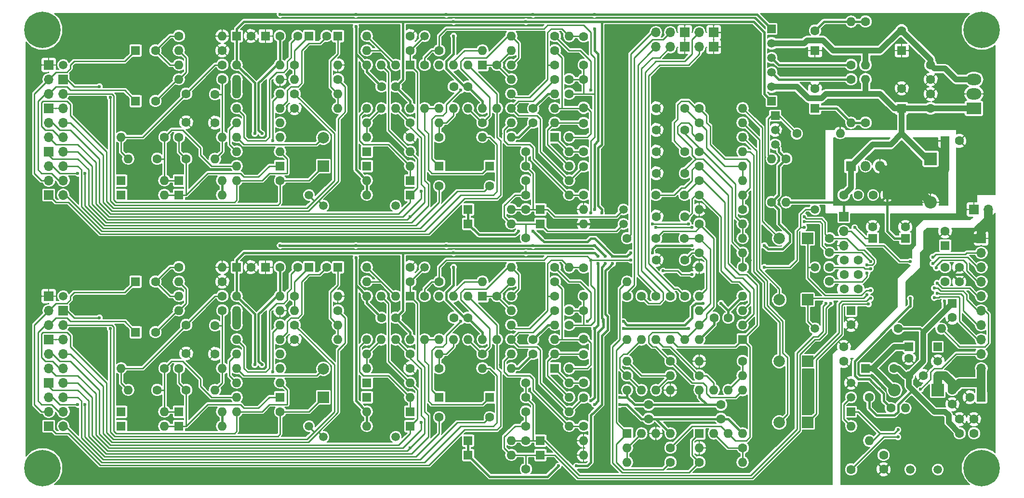
<source format=gbl>
G04 #@! TF.FileFunction,Copper,L2,Bot,Signal*
%FSLAX46Y46*%
G04 Gerber Fmt 4.6, Leading zero omitted, Abs format (unit mm)*
G04 Created by KiCad (PCBNEW 4.0.6) date 11/03/19 12:25:44*
%MOMM*%
%LPD*%
G01*
G04 APERTURE LIST*
%ADD10C,0.100000*%
%ADD11C,1.600000*%
%ADD12O,1.600000X1.600000*%
%ADD13R,1.700000X1.700000*%
%ADD14O,1.700000X1.700000*%
%ADD15C,6.400000*%
%ADD16R,2.000000X2.000000*%
%ADD17C,2.000000*%
%ADD18R,2.200000X2.200000*%
%ADD19O,2.200000X2.200000*%
%ADD20R,1.600000X1.600000*%
%ADD21R,1.800000X1.800000*%
%ADD22O,1.800000X1.800000*%
%ADD23C,1.520000*%
%ADD24R,1.520000X1.520000*%
%ADD25R,2.600000X2.000000*%
%ADD26O,2.600000X2.000000*%
%ADD27C,1.500000*%
%ADD28C,0.600000*%
%ADD29C,1.000000*%
%ADD30C,0.400000*%
%ADD31C,1.500000*%
%ADD32C,0.250000*%
%ADD33C,0.200000*%
G04 APERTURE END LIST*
D10*
D11*
X71120000Y-10160000D03*
D12*
X71120000Y-17780000D03*
D13*
X168910000Y-40640000D03*
D14*
X168910000Y-43180000D03*
X168910000Y-45720000D03*
X168910000Y-48260000D03*
X168910000Y-50800000D03*
X168910000Y-53340000D03*
X168910000Y-55880000D03*
X168910000Y-58420000D03*
X168910000Y-60960000D03*
X168910000Y-63500000D03*
D15*
X169000000Y-81000000D03*
X169000000Y-4000000D03*
X4000000Y-4000000D03*
D13*
X5080000Y-25400000D03*
D14*
X7620000Y-25400000D03*
X5080000Y-27940000D03*
X7620000Y-27940000D03*
X5080000Y-30480000D03*
X7620000Y-30480000D03*
D16*
X138430000Y-40640000D03*
D17*
X133430000Y-40640000D03*
D18*
X160020000Y-26670000D03*
D19*
X160020000Y-34290000D03*
D11*
X29210000Y-15240000D03*
X29210000Y-20240000D03*
X144780000Y-33020000D03*
X147280000Y-33020000D03*
D20*
X162560000Y-23495000D03*
D11*
X165060000Y-23495000D03*
X152400000Y-33020000D03*
X149900000Y-33020000D03*
D20*
X154940000Y-17780000D03*
D11*
X154940000Y-14280000D03*
D20*
X154940000Y-7620000D03*
D11*
X154940000Y-4120000D03*
X160020000Y-17780000D03*
X160020000Y-15280000D03*
X160020000Y-12700000D03*
X160020000Y-10200000D03*
D20*
X139700000Y-17780000D03*
D11*
X139700000Y-14280000D03*
D20*
X139700000Y-7620000D03*
D11*
X139700000Y-4120000D03*
D20*
X168910000Y-68580000D03*
D11*
X166910000Y-68580000D03*
X163830000Y-67310000D03*
X163830000Y-69810000D03*
X156210000Y-64770000D03*
X158710000Y-64770000D03*
D20*
X156210000Y-59690000D03*
D11*
X156210000Y-61690000D03*
D20*
X20320000Y-7620000D03*
D11*
X23820000Y-7620000D03*
D20*
X20320000Y-16510000D03*
D11*
X23820000Y-16510000D03*
X34290000Y-20320000D03*
X34290000Y-15320000D03*
D20*
X50800000Y-5080000D03*
D11*
X48800000Y-5080000D03*
D20*
X55880000Y-5080000D03*
D11*
X53880000Y-5080000D03*
X66040000Y-13970000D03*
X63540000Y-13970000D03*
D20*
X73660000Y-27940000D03*
D11*
X73660000Y-31440000D03*
D20*
X82550000Y-27940000D03*
D11*
X82550000Y-31440000D03*
X78740000Y-13970000D03*
X76240000Y-13970000D03*
X90170000Y-20320000D03*
X90170000Y-17820000D03*
D20*
X20320000Y-48260000D03*
D11*
X23820000Y-48260000D03*
D20*
X20320000Y-57150000D03*
D11*
X23820000Y-57150000D03*
X29210000Y-55880000D03*
X29210000Y-60880000D03*
X34290000Y-60960000D03*
X34290000Y-55960000D03*
D20*
X50800000Y-45720000D03*
D11*
X48800000Y-45720000D03*
D20*
X55880000Y-45720000D03*
D11*
X53880000Y-45720000D03*
X66040000Y-54610000D03*
X63540000Y-54610000D03*
D20*
X73660000Y-68580000D03*
D11*
X73660000Y-72080000D03*
D20*
X82550000Y-68580000D03*
D11*
X82550000Y-72080000D03*
X78740000Y-54610000D03*
X76240000Y-54610000D03*
X90170000Y-60960000D03*
X90170000Y-58460000D03*
X165100000Y-74930000D03*
X165100000Y-72430000D03*
X167640000Y-74930000D03*
X167640000Y-72430000D03*
X151765000Y-78740000D03*
X151765000Y-81240000D03*
D20*
X163830000Y-52070000D03*
D11*
X163830000Y-54570000D03*
X162560000Y-48260000D03*
X165060000Y-48260000D03*
D20*
X162560000Y-41910000D03*
D11*
X162560000Y-39410000D03*
X162560000Y-45720000D03*
X165060000Y-45720000D03*
D20*
X155575000Y-40640000D03*
D11*
X155575000Y-38640000D03*
X147320000Y-46990000D03*
X144820000Y-46990000D03*
D20*
X149860000Y-40640000D03*
D11*
X149860000Y-38640000D03*
X147320000Y-44450000D03*
X144820000Y-44450000D03*
D20*
X146050000Y-53340000D03*
D11*
X146050000Y-55840000D03*
X147320000Y-49530000D03*
X144820000Y-49530000D03*
D16*
X138430000Y-51435000D03*
D17*
X133430000Y-51435000D03*
D11*
X124460000Y-54610000D03*
X121960000Y-54610000D03*
X123190000Y-72390000D03*
X123190000Y-69890000D03*
X110490000Y-72390000D03*
X110490000Y-69890000D03*
D16*
X138430000Y-62230000D03*
D17*
X133430000Y-62230000D03*
D16*
X138430000Y-73025000D03*
D17*
X133430000Y-73025000D03*
D18*
X161290000Y-67310000D03*
D19*
X153670000Y-67310000D03*
D20*
X27940000Y-30480000D03*
D12*
X35560000Y-30480000D03*
D20*
X27940000Y-33020000D03*
D12*
X35560000Y-33020000D03*
D20*
X17780000Y-30480000D03*
D12*
X25400000Y-30480000D03*
D20*
X17780000Y-33020000D03*
D12*
X25400000Y-33020000D03*
D20*
X91440000Y-35560000D03*
D12*
X99060000Y-35560000D03*
D20*
X91440000Y-38100000D03*
D12*
X99060000Y-38100000D03*
D20*
X78740000Y-35560000D03*
D12*
X86360000Y-35560000D03*
D20*
X78740000Y-38100000D03*
D12*
X86360000Y-38100000D03*
D20*
X68580000Y-30480000D03*
D12*
X60960000Y-30480000D03*
D20*
X68580000Y-33020000D03*
D12*
X60960000Y-33020000D03*
D20*
X60960000Y-27940000D03*
D12*
X68580000Y-27940000D03*
D20*
X60960000Y-25400000D03*
D12*
X68580000Y-25400000D03*
D20*
X27940000Y-71120000D03*
D12*
X35560000Y-71120000D03*
D20*
X27940000Y-73660000D03*
D12*
X35560000Y-73660000D03*
D20*
X17780000Y-71120000D03*
D12*
X25400000Y-71120000D03*
D20*
X17780000Y-73660000D03*
D12*
X25400000Y-73660000D03*
D20*
X91440000Y-76200000D03*
D12*
X99060000Y-76200000D03*
D20*
X91440000Y-78740000D03*
D12*
X99060000Y-78740000D03*
D20*
X78740000Y-76200000D03*
D12*
X86360000Y-76200000D03*
D20*
X78740000Y-78740000D03*
D12*
X86360000Y-78740000D03*
D20*
X68580000Y-71120000D03*
D12*
X60960000Y-71120000D03*
D20*
X68580000Y-73660000D03*
D12*
X60960000Y-73660000D03*
D20*
X60960000Y-68580000D03*
D12*
X68580000Y-68580000D03*
D20*
X60960000Y-66040000D03*
D12*
X68580000Y-66040000D03*
D21*
X146050000Y-27940000D03*
D22*
X148590000Y-27940000D03*
X151130000Y-27940000D03*
D23*
X161290000Y-62230000D03*
X161290000Y-64770000D03*
D24*
X161290000Y-59690000D03*
D20*
X45720000Y-27940000D03*
D12*
X38100000Y-10160000D03*
X45720000Y-25400000D03*
X38100000Y-12700000D03*
X45720000Y-22860000D03*
X38100000Y-15240000D03*
X45720000Y-20320000D03*
X38100000Y-17780000D03*
X45720000Y-17780000D03*
X38100000Y-20320000D03*
X45720000Y-15240000D03*
X38100000Y-22860000D03*
X45720000Y-12700000D03*
X38100000Y-25400000D03*
X45720000Y-10160000D03*
X38100000Y-27940000D03*
D20*
X68580000Y-10160000D03*
D12*
X60960000Y-17780000D03*
X66040000Y-10160000D03*
X63500000Y-17780000D03*
X63500000Y-10160000D03*
X66040000Y-17780000D03*
X60960000Y-10160000D03*
X68580000Y-17780000D03*
D20*
X81280000Y-10160000D03*
D12*
X73660000Y-17780000D03*
X78740000Y-10160000D03*
X76200000Y-17780000D03*
X76200000Y-10160000D03*
X78740000Y-17780000D03*
X73660000Y-10160000D03*
X81280000Y-17780000D03*
D20*
X93980000Y-22860000D03*
D12*
X86360000Y-15240000D03*
X93980000Y-20320000D03*
X86360000Y-17780000D03*
X93980000Y-17780000D03*
X86360000Y-20320000D03*
X93980000Y-15240000D03*
X86360000Y-22860000D03*
D20*
X45720000Y-68580000D03*
D12*
X38100000Y-50800000D03*
X45720000Y-66040000D03*
X38100000Y-53340000D03*
X45720000Y-63500000D03*
X38100000Y-55880000D03*
X45720000Y-60960000D03*
X38100000Y-58420000D03*
X45720000Y-58420000D03*
X38100000Y-60960000D03*
X45720000Y-55880000D03*
X38100000Y-63500000D03*
X45720000Y-53340000D03*
X38100000Y-66040000D03*
X45720000Y-50800000D03*
X38100000Y-68580000D03*
D20*
X68580000Y-50800000D03*
D12*
X60960000Y-58420000D03*
X66040000Y-50800000D03*
X63500000Y-58420000D03*
X63500000Y-50800000D03*
X66040000Y-58420000D03*
X60960000Y-50800000D03*
X68580000Y-58420000D03*
D20*
X81280000Y-50800000D03*
D12*
X73660000Y-58420000D03*
X78740000Y-50800000D03*
X76200000Y-58420000D03*
X76200000Y-50800000D03*
X78740000Y-58420000D03*
X73660000Y-50800000D03*
X81280000Y-58420000D03*
D20*
X93980000Y-63500000D03*
D12*
X86360000Y-55880000D03*
X93980000Y-60960000D03*
X86360000Y-58420000D03*
X93980000Y-58420000D03*
X86360000Y-60960000D03*
X93980000Y-55880000D03*
X86360000Y-63500000D03*
D20*
X127000000Y-58420000D03*
D12*
X119380000Y-50800000D03*
X127000000Y-55880000D03*
X119380000Y-53340000D03*
X127000000Y-53340000D03*
X119380000Y-55880000D03*
X127000000Y-50800000D03*
X119380000Y-58420000D03*
D20*
X119380000Y-74930000D03*
D12*
X127000000Y-67310000D03*
X121920000Y-74930000D03*
X124460000Y-67310000D03*
X124460000Y-74930000D03*
X121920000Y-67310000D03*
X127000000Y-74930000D03*
X119380000Y-67310000D03*
D20*
X106680000Y-74930000D03*
D12*
X114300000Y-67310000D03*
X109220000Y-74930000D03*
X111760000Y-67310000D03*
X111760000Y-74930000D03*
X109220000Y-67310000D03*
X114300000Y-74930000D03*
X106680000Y-67310000D03*
D11*
X24130000Y-26670000D03*
D12*
X19050000Y-26670000D03*
D11*
X29210000Y-26670000D03*
D12*
X34290000Y-26670000D03*
D11*
X24130000Y-67310000D03*
D12*
X19050000Y-67310000D03*
D11*
X29210000Y-67310000D03*
D12*
X34290000Y-67310000D03*
D25*
X167640000Y-17780000D03*
D26*
X167640000Y-15240000D03*
X167640000Y-12700000D03*
D13*
X5080000Y-10160000D03*
D14*
X5080000Y-12700000D03*
X5080000Y-15240000D03*
D13*
X5080000Y-50800000D03*
D14*
X5080000Y-53340000D03*
X5080000Y-55880000D03*
D13*
X5080000Y-17780000D03*
D14*
X7620000Y-17780000D03*
X5080000Y-20320000D03*
X7620000Y-20320000D03*
X5080000Y-22860000D03*
X7620000Y-22860000D03*
D13*
X5080000Y-58420000D03*
D14*
X7620000Y-58420000D03*
X5080000Y-60960000D03*
X7620000Y-60960000D03*
X5080000Y-63500000D03*
X7620000Y-63500000D03*
D13*
X7620000Y-12700000D03*
D14*
X7620000Y-15240000D03*
D13*
X7620000Y-53340000D03*
D14*
X7620000Y-55880000D03*
D13*
X5080000Y-33020000D03*
D14*
X7620000Y-33020000D03*
D13*
X5080000Y-73660000D03*
D14*
X7620000Y-73660000D03*
D13*
X121920000Y-4445000D03*
D14*
X119380000Y-4445000D03*
D13*
X121920000Y-6985000D03*
D14*
X119380000Y-6985000D03*
D13*
X116840000Y-4445000D03*
D14*
X114300000Y-4445000D03*
X111760000Y-4445000D03*
D13*
X116840000Y-6985000D03*
D14*
X114300000Y-6985000D03*
X111760000Y-6985000D03*
D23*
X132080000Y-13970000D03*
X132080000Y-11430000D03*
D24*
X132080000Y-16510000D03*
D23*
X132080000Y-6350000D03*
X132080000Y-8890000D03*
D24*
X132080000Y-3810000D03*
D23*
X146050000Y-68580000D03*
X146050000Y-66040000D03*
D24*
X146050000Y-71120000D03*
D11*
X148590000Y-20320000D03*
D12*
X148590000Y-12700000D03*
D11*
X148590000Y-2540000D03*
D12*
X148590000Y-10160000D03*
D11*
X146050000Y-12700000D03*
D12*
X146050000Y-20320000D03*
D11*
X146050000Y-10160000D03*
D12*
X146050000Y-2540000D03*
D11*
X27940000Y-5080000D03*
D12*
X35560000Y-5080000D03*
D11*
X35560000Y-7620000D03*
D12*
X27940000Y-7620000D03*
D11*
X35560000Y-10160000D03*
D12*
X27940000Y-10160000D03*
D11*
X35560000Y-12700000D03*
D12*
X27940000Y-12700000D03*
D11*
X25400000Y-22860000D03*
D12*
X17780000Y-22860000D03*
D11*
X27940000Y-22860000D03*
D12*
X35560000Y-22860000D03*
D11*
X45720000Y-30480000D03*
D12*
X38100000Y-30480000D03*
D11*
X48260000Y-10160000D03*
D12*
X55880000Y-10160000D03*
D11*
X48260000Y-17780000D03*
D12*
X55880000Y-17780000D03*
D11*
X55880000Y-12700000D03*
D12*
X48260000Y-12700000D03*
D11*
X48260000Y-15240000D03*
D12*
X55880000Y-15240000D03*
D11*
X68580000Y-5080000D03*
D12*
X60960000Y-5080000D03*
D11*
X68580000Y-7620000D03*
D12*
X60960000Y-7620000D03*
D11*
X68580000Y-22860000D03*
D12*
X60960000Y-22860000D03*
D11*
X68580000Y-20320000D03*
D12*
X60960000Y-20320000D03*
D11*
X73660000Y-22860000D03*
D12*
X81280000Y-22860000D03*
D11*
X73660000Y-7620000D03*
D12*
X81280000Y-7620000D03*
D11*
X83820000Y-10160000D03*
D12*
X83820000Y-17780000D03*
D11*
X81280000Y-20320000D03*
D12*
X73660000Y-20320000D03*
D11*
X93980000Y-7620000D03*
D12*
X86360000Y-7620000D03*
D11*
X93980000Y-5080000D03*
D12*
X86360000Y-5080000D03*
D11*
X93980000Y-10160000D03*
D12*
X86360000Y-10160000D03*
D11*
X93980000Y-12700000D03*
D12*
X86360000Y-12700000D03*
D11*
X96520000Y-15240000D03*
D12*
X96520000Y-22860000D03*
D11*
X96520000Y-12700000D03*
D12*
X96520000Y-5080000D03*
D11*
X88900000Y-25400000D03*
D12*
X96520000Y-25400000D03*
D11*
X88900000Y-33020000D03*
D12*
X96520000Y-33020000D03*
D11*
X88900000Y-27940000D03*
D12*
X96520000Y-27940000D03*
D11*
X88900000Y-30480000D03*
D12*
X96520000Y-30480000D03*
D11*
X27940000Y-45720000D03*
D12*
X35560000Y-45720000D03*
D11*
X35560000Y-48260000D03*
D12*
X27940000Y-48260000D03*
D11*
X35560000Y-50800000D03*
D12*
X27940000Y-50800000D03*
D11*
X35560000Y-53340000D03*
D12*
X27940000Y-53340000D03*
D11*
X25400000Y-63500000D03*
D12*
X17780000Y-63500000D03*
D11*
X27940000Y-63500000D03*
D12*
X35560000Y-63500000D03*
D11*
X45720000Y-71120000D03*
D12*
X38100000Y-71120000D03*
D11*
X48260000Y-50800000D03*
D12*
X55880000Y-50800000D03*
D11*
X48260000Y-58420000D03*
D12*
X55880000Y-58420000D03*
D11*
X55880000Y-53340000D03*
D12*
X48260000Y-53340000D03*
D11*
X48260000Y-55880000D03*
D12*
X55880000Y-55880000D03*
D11*
X68580000Y-45720000D03*
D12*
X60960000Y-45720000D03*
D11*
X68580000Y-48260000D03*
D12*
X60960000Y-48260000D03*
D11*
X68580000Y-63500000D03*
D12*
X60960000Y-63500000D03*
D11*
X68580000Y-60960000D03*
D12*
X60960000Y-60960000D03*
D11*
X73660000Y-63500000D03*
D12*
X81280000Y-63500000D03*
D11*
X73660000Y-48260000D03*
D12*
X81280000Y-48260000D03*
D11*
X71120000Y-50800000D03*
D12*
X71120000Y-58420000D03*
D11*
X83820000Y-50800000D03*
D12*
X83820000Y-58420000D03*
D11*
X81280000Y-60960000D03*
D12*
X73660000Y-60960000D03*
D11*
X93980000Y-48260000D03*
D12*
X86360000Y-48260000D03*
D11*
X93980000Y-45720000D03*
D12*
X86360000Y-45720000D03*
D11*
X93980000Y-50800000D03*
D12*
X86360000Y-50800000D03*
D11*
X93980000Y-53340000D03*
D12*
X86360000Y-53340000D03*
D11*
X96520000Y-55880000D03*
D12*
X96520000Y-63500000D03*
D11*
X96520000Y-53340000D03*
D12*
X96520000Y-45720000D03*
D11*
X88900000Y-66040000D03*
D12*
X96520000Y-66040000D03*
D11*
X88900000Y-73660000D03*
D12*
X96520000Y-73660000D03*
D11*
X88900000Y-68580000D03*
D12*
X96520000Y-68580000D03*
D11*
X88900000Y-71120000D03*
D12*
X96520000Y-71120000D03*
D11*
X149225000Y-68580000D03*
D12*
X149225000Y-76200000D03*
D11*
X146050000Y-81280000D03*
D12*
X146050000Y-73660000D03*
D11*
X119380000Y-20320000D03*
D12*
X127000000Y-20320000D03*
D11*
X119380000Y-17780000D03*
D12*
X127000000Y-17780000D03*
D11*
X119380000Y-27940000D03*
D12*
X127000000Y-27940000D03*
D11*
X127000000Y-35560000D03*
D12*
X119380000Y-35560000D03*
D11*
X119380000Y-30480000D03*
D12*
X127000000Y-30480000D03*
D11*
X119380000Y-33020000D03*
D12*
X127000000Y-33020000D03*
D11*
X127000000Y-77470000D03*
D12*
X119380000Y-77470000D03*
D11*
X119380000Y-80010000D03*
D12*
X127000000Y-80010000D03*
D11*
X114300000Y-77470000D03*
D12*
X106680000Y-77470000D03*
D11*
X114300000Y-80010000D03*
D12*
X106680000Y-80010000D03*
D11*
X114300000Y-50800000D03*
D12*
X114300000Y-58420000D03*
D11*
X106680000Y-50800000D03*
D12*
X106680000Y-58420000D03*
D11*
X106680000Y-40640000D03*
D12*
X106680000Y-48260000D03*
D11*
X119380000Y-25400000D03*
D12*
X127000000Y-25400000D03*
D11*
X119380000Y-22860000D03*
D12*
X127000000Y-22860000D03*
D11*
X119380000Y-38100000D03*
D12*
X127000000Y-38100000D03*
D11*
X127000000Y-45720000D03*
D12*
X119380000Y-45720000D03*
D11*
X119380000Y-40640000D03*
D12*
X127000000Y-40640000D03*
D11*
X119380000Y-43180000D03*
D12*
X127000000Y-43180000D03*
D11*
X127000000Y-62230000D03*
D12*
X119380000Y-62230000D03*
D11*
X119380000Y-64770000D03*
D12*
X127000000Y-64770000D03*
D11*
X114300000Y-62230000D03*
D12*
X106680000Y-62230000D03*
D11*
X106680000Y-64770000D03*
D12*
X114300000Y-64770000D03*
D11*
X116840000Y-50800000D03*
D12*
X116840000Y-58420000D03*
D11*
X109220000Y-50800000D03*
D12*
X109220000Y-58420000D03*
D11*
X111760000Y-50800000D03*
D12*
X111760000Y-58420000D03*
D27*
X161290000Y-81280000D03*
X156410000Y-81280000D03*
D11*
X144780000Y-62230000D03*
X144780000Y-59730000D03*
X142240000Y-40640000D03*
X142240000Y-43140000D03*
X142240000Y-45720000D03*
X142240000Y-48220000D03*
D13*
X144780000Y-36830000D03*
D14*
X144780000Y-39370000D03*
X144780000Y-41910000D03*
D27*
X106045000Y-35560000D03*
X106045000Y-38100000D03*
X139700000Y-56515000D03*
X139700000Y-45720000D03*
D13*
X167640000Y-35560000D03*
D14*
X170180000Y-35560000D03*
D27*
X7620000Y-50800000D03*
X7620000Y-10160000D03*
D13*
X5080000Y-66040000D03*
D14*
X7620000Y-66040000D03*
X5080000Y-68580000D03*
X7620000Y-68580000D03*
X5080000Y-71120000D03*
X7620000Y-71120000D03*
D20*
X148590000Y-63500000D03*
D11*
X153590000Y-63500000D03*
X134620000Y-26670000D03*
D12*
X134620000Y-34290000D03*
D11*
X132080000Y-34290000D03*
D12*
X132080000Y-26670000D03*
D11*
X136525000Y-22225000D03*
D12*
X144145000Y-22225000D03*
D23*
X132715000Y-21590000D03*
X132715000Y-24130000D03*
D24*
X132715000Y-19050000D03*
D11*
X153035000Y-70485000D03*
D12*
X155575000Y-70485000D03*
D15*
X4000000Y-81000000D03*
D20*
X38100000Y-5080000D03*
D11*
X40600000Y-5080000D03*
D20*
X43180000Y-5080000D03*
D11*
X45680000Y-5080000D03*
D20*
X38100000Y-45720000D03*
D11*
X40600000Y-45720000D03*
D20*
X43180000Y-45720000D03*
D11*
X45680000Y-45720000D03*
D16*
X53340000Y-27940000D03*
D17*
X53340000Y-22940000D03*
D16*
X53340000Y-68580000D03*
D17*
X53340000Y-63580000D03*
D27*
X139700000Y-35560000D03*
X53340000Y-34925000D03*
X50800000Y-33020000D03*
X71120000Y-5080000D03*
X66040000Y-34925000D03*
X53340000Y-75565000D03*
X50800000Y-73660000D03*
X71120000Y-45720000D03*
X66040000Y-75565000D03*
D11*
X99060000Y-12700000D03*
X99060000Y-17700000D03*
X99060000Y-10160000D03*
X99060000Y-5160000D03*
X99060000Y-25400000D03*
X99060000Y-20400000D03*
X99060000Y-33020000D03*
X99060000Y-28020000D03*
X88900000Y-35560000D03*
X88900000Y-40560000D03*
X99060000Y-53340000D03*
X99060000Y-58340000D03*
X99060000Y-50800000D03*
X99060000Y-45800000D03*
X99060000Y-66040000D03*
X99060000Y-61040000D03*
X99060000Y-73660000D03*
X99060000Y-68660000D03*
X88900000Y-76200000D03*
X88900000Y-81200000D03*
X116840000Y-17780000D03*
X111840000Y-17780000D03*
X116840000Y-25400000D03*
X111840000Y-25400000D03*
X111760000Y-33020000D03*
X116760000Y-33020000D03*
X116840000Y-36830000D03*
X111840000Y-36830000D03*
X116840000Y-21590000D03*
X111840000Y-21590000D03*
X116840000Y-29210000D03*
X111840000Y-29210000D03*
X116840000Y-44450000D03*
X111840000Y-44450000D03*
X111760000Y-40640000D03*
X116760000Y-40640000D03*
X154305000Y-56515000D03*
D12*
X161925000Y-56515000D03*
D28*
X156464000Y-49530000D03*
X156464000Y-48006000D03*
X159385000Y-42545000D03*
X159385000Y-39370000D03*
X157480000Y-66040000D03*
X159385000Y-67310000D03*
X161290000Y-69850000D03*
X163195000Y-63500000D03*
X153035000Y-62230000D03*
X149733000Y-64897000D03*
X151638000Y-66802000D03*
X160020000Y-57785000D03*
X157480000Y-57785000D03*
X152400000Y-59055000D03*
X149860000Y-61595000D03*
X160655000Y-53340000D03*
X153670000Y-65405000D03*
X156845000Y-71755000D03*
X158115000Y-70485000D03*
X151130000Y-70485000D03*
X153670000Y-69215000D03*
X154305000Y-73025000D03*
X158115000Y-73025000D03*
X156845000Y-69215000D03*
X151130000Y-73025000D03*
X158115000Y-76835000D03*
X158115000Y-75565000D03*
X158115000Y-74295000D03*
X159385000Y-73025000D03*
X159385000Y-74295000D03*
X159385000Y-75565000D03*
X159385000Y-76835000D03*
X166370000Y-39370000D03*
X165735000Y-54610000D03*
X165735000Y-46990000D03*
X165735000Y-42799000D03*
X165735000Y-41275000D03*
X165735000Y-40005000D03*
X166370000Y-40640000D03*
X160401000Y-48006000D03*
X162433000Y-51689000D03*
X13970000Y-13970000D03*
X15875000Y-15875000D03*
X117475000Y-56515000D03*
X106045000Y-56515000D03*
X100965000Y-56515000D03*
X105410000Y-68580000D03*
X100330000Y-69215000D03*
X102235000Y-36195000D03*
X101600000Y-43815000D03*
X101600000Y-45085000D03*
X41275000Y-22225000D03*
X41275000Y-62865000D03*
X76200000Y-45720000D03*
X76200000Y-43180000D03*
X88900000Y-43180000D03*
X88900000Y-2540000D03*
X76200000Y-2540000D03*
X76200000Y-5080000D03*
X59055000Y-44069000D03*
X123190000Y-52070000D03*
X120015000Y-52070000D03*
X106045000Y-55245000D03*
X102489000Y-55245000D03*
X100965000Y-69850000D03*
X105410000Y-69850000D03*
X102870000Y-45085000D03*
X102870000Y-43815000D03*
X100965000Y-41910000D03*
X100965000Y-35560000D03*
X100965000Y-3810000D03*
X100965000Y-1270000D03*
X42545000Y-22225000D03*
X45720000Y-41910000D03*
X45720000Y-1270000D03*
X59055000Y-41910000D03*
X59055000Y-3429000D03*
X59055000Y-1270000D03*
X74930000Y-41910000D03*
X90170000Y-41910000D03*
X42545000Y-62865000D03*
X90170000Y-1270000D03*
X74930000Y-1270000D03*
X77470000Y-14605000D03*
X10160000Y-29210000D03*
X11430000Y-29210000D03*
X130810000Y-45720000D03*
X113030000Y-46355000D03*
X107315000Y-44450000D03*
X118110000Y-46990000D03*
X100330000Y-36195000D03*
X100330000Y-44450000D03*
X146685000Y-38735000D03*
X137795000Y-38735000D03*
X100330000Y-14605000D03*
X137795000Y-36830000D03*
X111125000Y-38100000D03*
X117475000Y-38100000D03*
X148844000Y-45339000D03*
X137795000Y-37719000D03*
X111760000Y-38735000D03*
X118110000Y-38735000D03*
X149479000Y-44704000D03*
X15875000Y-56515000D03*
X13970000Y-54610000D03*
X77470000Y-55245000D03*
X11430000Y-69850000D03*
X10160000Y-69850000D03*
X99695000Y-55245000D03*
X141605000Y-52070000D03*
X149479000Y-45974000D03*
X142494000Y-52070000D03*
X148844000Y-46736000D03*
X148844000Y-50546000D03*
X149479000Y-49784000D03*
X149479000Y-51181000D03*
X149098000Y-52197000D03*
X70485000Y-32385000D03*
X70485000Y-73025000D03*
X44450000Y-23495000D03*
X68580000Y-36830000D03*
X44450000Y-64135000D03*
X68580000Y-77470000D03*
X154305000Y-74295000D03*
X156464000Y-44704000D03*
X106680000Y-34290000D03*
X102870000Y-34290000D03*
X106680000Y-19050000D03*
X106680000Y-11430000D03*
X106680000Y-25400000D03*
X103505000Y-19050000D03*
X103505000Y-11430000D03*
X102870000Y-25400000D03*
X153670000Y-52070000D03*
X153670000Y-50800000D03*
X153670000Y-49530000D03*
X153670000Y-48260000D03*
X109855000Y-3810000D03*
X104775000Y-34290000D03*
X103505000Y-40005000D03*
X105410000Y-40005000D03*
X99060000Y-40005000D03*
X103505000Y-38100000D03*
X105410000Y-46990000D03*
X114300000Y-47625000D03*
X106045000Y-53975000D03*
X109220000Y-60325000D03*
X116840000Y-71120000D03*
X105410000Y-71120000D03*
X109220000Y-71120000D03*
X103505000Y-71120000D03*
X103505000Y-67945000D03*
X104140000Y-57785000D03*
X104140000Y-53975000D03*
X90805000Y-33655000D03*
X114300000Y-23495000D03*
X114300000Y-34290000D03*
X114300000Y-40640000D03*
X87630000Y-77470000D03*
X99060000Y-81534000D03*
X104140000Y-81534000D03*
X92710000Y-81280000D03*
X97155000Y-38100000D03*
X87630000Y-34290000D03*
X86995000Y-36830000D03*
X85090000Y-40894000D03*
X97790000Y-46990000D03*
X91059000Y-45720000D03*
X97790000Y-34290000D03*
X97790000Y-31750000D03*
X97790000Y-6350000D03*
X55245000Y-20955000D03*
X50165000Y-10160000D03*
X53975000Y-10160000D03*
X50165000Y-50800000D03*
X53975000Y-50800000D03*
X55245000Y-61595000D03*
X39370000Y-48895000D03*
X44450000Y-48895000D03*
X39370000Y-8255000D03*
X44450000Y-8255000D03*
X63500000Y-15875000D03*
X60325000Y-16510000D03*
X63500000Y-56515000D03*
X60325000Y-57150000D03*
X60325000Y-53340000D03*
X60325000Y-12700000D03*
X66040000Y-3810000D03*
X60325000Y-3810000D03*
X66040000Y-44450000D03*
X60325000Y-44450000D03*
X72390000Y-49530000D03*
X72390000Y-8890000D03*
X73660000Y-44450000D03*
X73660000Y-3810000D03*
X79375000Y-15875000D03*
X79375000Y-56515000D03*
X77470000Y-56515000D03*
X77470000Y-15875000D03*
X74930000Y-55880000D03*
X74930000Y-15240000D03*
X76962000Y-48387000D03*
X77470000Y-52705000D03*
X77470000Y-45720000D03*
X76962000Y-7747000D03*
X77470000Y-12065000D03*
X77470000Y-5080000D03*
X88265000Y-52070000D03*
X88265000Y-55880000D03*
X88265000Y-11430000D03*
X88265000Y-15240000D03*
X88265000Y-45720000D03*
X88265000Y-49530000D03*
X88265000Y-4445000D03*
X88265000Y-8890000D03*
X92075000Y-8890000D03*
X92075000Y-49530000D03*
X92075000Y-60960000D03*
X40005000Y-66040000D03*
X40005000Y-61595000D03*
X40005000Y-68580000D03*
X40005000Y-25400000D03*
X40005000Y-20955000D03*
X40005000Y-27940000D03*
X33655000Y-30480000D03*
X33655000Y-33020000D03*
X30480000Y-30480000D03*
X30480000Y-33020000D03*
X33655000Y-73660000D03*
X33655000Y-71120000D03*
X30480000Y-71120000D03*
X30480000Y-73660000D03*
X23495000Y-33020000D03*
X21590000Y-30480000D03*
X23495000Y-30480000D03*
X19685000Y-33020000D03*
X19685000Y-30480000D03*
X23495000Y-73660000D03*
X21590000Y-71120000D03*
X23495000Y-71120000D03*
X19685000Y-73660000D03*
X19685000Y-71120000D03*
X43815000Y-66040000D03*
X43815000Y-25400000D03*
X55245000Y-73660000D03*
X48895000Y-74930000D03*
X55245000Y-33020000D03*
X128905000Y-11430000D03*
X154305000Y-41910000D03*
X156845000Y-41910000D03*
X52324000Y-44069000D03*
X52324000Y-40894000D03*
X72390000Y-34290000D03*
X9525000Y-17780000D03*
X9525000Y-58420000D03*
X21590000Y-19050000D03*
X17145000Y-17780000D03*
X15240000Y-17780000D03*
X21590000Y-59690000D03*
X17145000Y-58420000D03*
X15240000Y-58420000D03*
X48895000Y-63500000D03*
X48895000Y-22860000D03*
X88011000Y-58674000D03*
X88011000Y-18034000D03*
X40640000Y-33020000D03*
X40640000Y-73660000D03*
X73660000Y-52705000D03*
X73660000Y-12065000D03*
X82550000Y-5080000D03*
X82550000Y-45720000D03*
X129159000Y-47625000D03*
X131445000Y-46482000D03*
X143256000Y-46990000D03*
X140335000Y-52070000D03*
X139700000Y-54610000D03*
X143256000Y-51816000D03*
X139065000Y-60325000D03*
X129540000Y-4445000D03*
X134620000Y-8890000D03*
X134620000Y-11430000D03*
X134620000Y-16510000D03*
X114300000Y-12700000D03*
X128270000Y-44450000D03*
X128270000Y-40005000D03*
X128270000Y-34290000D03*
X132080000Y-36195000D03*
X132715000Y-38735000D03*
X142875000Y-39370000D03*
X142875000Y-37465000D03*
X135890000Y-38735000D03*
X137160000Y-35560000D03*
X137160000Y-30480000D03*
X132080000Y-30480000D03*
X66675000Y-56515000D03*
X66675000Y-15875000D03*
X31750000Y-58420000D03*
X31750000Y-45720000D03*
X31750000Y-17780000D03*
X31750000Y-5080000D03*
X2540000Y-10160000D03*
X15875000Y-7620000D03*
X139700000Y-11430000D03*
X170180000Y-13970000D03*
X137795000Y-64135000D03*
X128905000Y-80010000D03*
X132715000Y-80010000D03*
X111760000Y-83439000D03*
X137795000Y-69850000D03*
X135636000Y-64135000D03*
X133985000Y-64135000D03*
X133985000Y-69850000D03*
X125730000Y-81280000D03*
X121920000Y-83439000D03*
X111760000Y-80010000D03*
X72390000Y-81280000D03*
X86360000Y-81280000D03*
X48895000Y-81280000D03*
X72390000Y-74930000D03*
X82550000Y-74930000D03*
X12700000Y-81280000D03*
X48895000Y-66040000D03*
X146050000Y-18415000D03*
X147320000Y-11430000D03*
X149860000Y-11430000D03*
X118110000Y-68580000D03*
X116840000Y-63500000D03*
X140335000Y-39370000D03*
X140335000Y-46990000D03*
X2540000Y-35560000D03*
X2540000Y-48260000D03*
X15875000Y-48260000D03*
X73660000Y-66040000D03*
X73660000Y-25400000D03*
X80645000Y-27940000D03*
X77470000Y-22860000D03*
X82550000Y-29845000D03*
X80645000Y-68580000D03*
X77470000Y-63500000D03*
X82550000Y-70485000D03*
X134620000Y-2540000D03*
X160020000Y-2540000D03*
X146050000Y-4445000D03*
X125730000Y-44450000D03*
X130810000Y-43815000D03*
X160020000Y-20320000D03*
X125730000Y-72390000D03*
X125730000Y-69850000D03*
X122555000Y-47625000D03*
X122555000Y-40640000D03*
X122555000Y-45720000D03*
X92075000Y-70485000D03*
X92075000Y-65405000D03*
X92075000Y-52705000D03*
X92075000Y-57785000D03*
X92075000Y-67945000D03*
X97790000Y-49530000D03*
X97790000Y-54610000D03*
X97790000Y-62230000D03*
X97790000Y-74930000D03*
X97790000Y-72390000D03*
X97790000Y-57150000D03*
X92075000Y-29845000D03*
X92075000Y-24765000D03*
X92075000Y-12065000D03*
X92075000Y-17780000D03*
X92075000Y-27305000D03*
X82550000Y-40894000D03*
X82550000Y-53340000D03*
X72390000Y-40894000D03*
X31750000Y-40894000D03*
X85090000Y-65405000D03*
X84455000Y-62865000D03*
X85090000Y-24765000D03*
X82550000Y-12700000D03*
X91440000Y-4445000D03*
X84455000Y-22225000D03*
X64135000Y-64135000D03*
X64135000Y-60325000D03*
X65405000Y-60325000D03*
X66675000Y-61595000D03*
X65405000Y-19685000D03*
X66675000Y-20955000D03*
X64135000Y-23495000D03*
X64135000Y-19685000D03*
X22225000Y-5080000D03*
X22225000Y-45720000D03*
X48895000Y-25400000D03*
X97790000Y-8890000D03*
X97790000Y-16510000D03*
X97790000Y-21590000D03*
X97790000Y-13970000D03*
X130810000Y-40005000D03*
X34290000Y-24765000D03*
X36830000Y-26670000D03*
X34290000Y-65405000D03*
X36830000Y-67310000D03*
X68580000Y-13970000D03*
X68580000Y-54610000D03*
X29210000Y-65405000D03*
X26670000Y-65405000D03*
X29210000Y-24765000D03*
X26670000Y-24765000D03*
X21590000Y-26670000D03*
X21590000Y-33020000D03*
X21590000Y-67310000D03*
X21590000Y-73660000D03*
X43815000Y-30480000D03*
X43815000Y-71120000D03*
X48895000Y-34290000D03*
X82550000Y-34290000D03*
X128905000Y-64135000D03*
X128905000Y-72390000D03*
X123190000Y-66675000D03*
X123190000Y-55880000D03*
X123190000Y-60325000D03*
X124460000Y-52070000D03*
X130810000Y-41910000D03*
X118110000Y-41910000D03*
X107315000Y-43180000D03*
X111125000Y-43180000D03*
X90170000Y-39370000D03*
X87630000Y-39370000D03*
X104140000Y-45085000D03*
X104140000Y-43815000D03*
X94615000Y-80645000D03*
X97790000Y-80645000D03*
X156464000Y-51181000D03*
X158242000Y-67183000D03*
X154305000Y-75565000D03*
X160655000Y-51054000D03*
X161163000Y-50292000D03*
X160655000Y-49403000D03*
X161163000Y-48514000D03*
X161036000Y-45847000D03*
X160401000Y-45085000D03*
X160401000Y-43942000D03*
D29*
X136525000Y-13970000D02*
X137795000Y-15240000D01*
X132080000Y-13970000D02*
X136525000Y-13970000D01*
X146050000Y-27940000D02*
X149860000Y-24130000D01*
X153035000Y-24130000D02*
X154940000Y-22225000D01*
X149860000Y-24130000D02*
X153035000Y-24130000D01*
X146050000Y-27940000D02*
X146050000Y-31750000D01*
X146050000Y-31750000D02*
X144780000Y-33020000D01*
X160020000Y-26670000D02*
X159385000Y-26670000D01*
X159385000Y-26670000D02*
X154940000Y-22225000D01*
X148590000Y-15240000D02*
X151130000Y-15240000D01*
X141605000Y-15240000D02*
X148590000Y-15240000D01*
X148590000Y-15240000D02*
X148590000Y-12700000D01*
X154940000Y-22225000D02*
X154940000Y-17780000D01*
X140843000Y-16002000D02*
X141605000Y-15240000D01*
X138557000Y-16002000D02*
X140843000Y-16002000D01*
X137795000Y-15240000D02*
X138557000Y-16002000D01*
X154940000Y-17780000D02*
X153670000Y-17780000D01*
X153670000Y-17780000D02*
X151130000Y-15240000D01*
X167640000Y-17780000D02*
X160020000Y-17780000D01*
X160020000Y-17780000D02*
X154940000Y-17780000D01*
D30*
X134620000Y-34290000D02*
X143510000Y-34290000D01*
X143764000Y-34544000D02*
X144780000Y-34544000D01*
X143510000Y-34290000D02*
X143764000Y-34544000D01*
D31*
X152400000Y-33020000D02*
X152400000Y-29210000D01*
X161925000Y-29210000D02*
X152400000Y-29210000D01*
X162560000Y-28575000D02*
X162560000Y-26670000D01*
X161925000Y-29210000D02*
X162560000Y-28575000D01*
X162560000Y-23495000D02*
X162560000Y-26670000D01*
X152400000Y-29210000D02*
X151130000Y-27940000D01*
D30*
X152400000Y-33020000D02*
X152400000Y-39370000D01*
X152400000Y-39370000D02*
X153670000Y-40640000D01*
X153670000Y-40640000D02*
X154940000Y-40640000D01*
X152400000Y-33020000D02*
X150876000Y-34544000D01*
D31*
X152400000Y-33020000D02*
X158750000Y-33020000D01*
X158750000Y-33020000D02*
X160020000Y-34290000D01*
D30*
X144780000Y-34544000D02*
X150876000Y-34544000D01*
X144780000Y-34544000D02*
X144780000Y-36830000D01*
D29*
X132080000Y-6350000D02*
X137795000Y-6350000D01*
X137795000Y-6350000D02*
X138303000Y-5842000D01*
X160020000Y-10200000D02*
X160060000Y-10200000D01*
X160060000Y-10200000D02*
X160655000Y-10795000D01*
X164465000Y-12700000D02*
X167640000Y-12700000D01*
X162560000Y-10795000D02*
X164465000Y-12700000D01*
X160655000Y-10795000D02*
X162560000Y-10795000D01*
X148590000Y-7620000D02*
X148590000Y-10160000D01*
X142875000Y-7620000D02*
X148590000Y-7620000D01*
X148590000Y-7620000D02*
X151130000Y-7620000D01*
X141097000Y-5842000D02*
X142875000Y-7620000D01*
X138303000Y-5842000D02*
X141097000Y-5842000D01*
X154940000Y-4120000D02*
X154630000Y-4120000D01*
X154630000Y-4120000D02*
X151130000Y-7620000D01*
X160020000Y-10200000D02*
X160020000Y-9200000D01*
X160020000Y-9200000D02*
X154940000Y-4120000D01*
D30*
X143510000Y-17780000D02*
X146050000Y-20320000D01*
X139700000Y-17780000D02*
X143510000Y-17780000D01*
X148590000Y-20320000D02*
X146050000Y-20320000D01*
X146050000Y-2540000D02*
X141280000Y-2540000D01*
X141280000Y-2540000D02*
X139700000Y-4120000D01*
X148590000Y-2540000D02*
X146050000Y-2540000D01*
D31*
X168910000Y-66040000D02*
X168910000Y-63500000D01*
X163830000Y-67310000D02*
X163830000Y-66040000D01*
X162560000Y-64770000D02*
X161290000Y-64770000D01*
X163830000Y-66040000D02*
X162560000Y-64770000D01*
X161290000Y-64770000D02*
X161290000Y-67310000D01*
X168910000Y-66040000D02*
X165100000Y-66040000D01*
X165100000Y-66040000D02*
X163830000Y-67310000D01*
X168910000Y-68580000D02*
X168910000Y-66040000D01*
X168910000Y-40640000D02*
X166370000Y-40640000D01*
X170180000Y-35560000D02*
X170180000Y-38100000D01*
X170180000Y-38100000D02*
X168910000Y-39370000D01*
X168910000Y-39370000D02*
X168910000Y-40640000D01*
D30*
X156845000Y-73025000D02*
X156845000Y-71755000D01*
X156845000Y-69215000D02*
X158115000Y-70485000D01*
X158115000Y-73025000D02*
X156845000Y-73025000D01*
X156845000Y-73025000D02*
X154305000Y-73025000D01*
X151765000Y-81240000D02*
X151805000Y-81240000D01*
X151805000Y-81240000D02*
X154305000Y-78740000D01*
X156210000Y-78740000D02*
X158115000Y-76835000D01*
X154305000Y-78740000D02*
X156210000Y-78740000D01*
X166370000Y-39370000D02*
X166370000Y-40640000D01*
X163810000Y-46990000D02*
X165735000Y-46990000D01*
X165735000Y-41275000D02*
X166370000Y-40640000D01*
X165735000Y-40005000D02*
X166370000Y-40640000D01*
X163810000Y-46970000D02*
X163810000Y-46990000D01*
X163810000Y-46990000D02*
X163810000Y-47010000D01*
X163810000Y-47010000D02*
X165060000Y-48260000D01*
X160401000Y-48006000D02*
X161417000Y-46990000D01*
X163790000Y-46990000D02*
X163810000Y-46970000D01*
X163810000Y-46970000D02*
X165060000Y-45720000D01*
X161417000Y-46990000D02*
X163790000Y-46990000D01*
X154305000Y-56515000D02*
X158115000Y-56515000D01*
X158115000Y-56515000D02*
X158750000Y-57150000D01*
X162433000Y-53467000D02*
X162433000Y-51689000D01*
D29*
X162433000Y-53467000D02*
X161290000Y-54610000D01*
X158750000Y-62230000D02*
X156210000Y-64770000D01*
X158750000Y-57150000D02*
X161290000Y-54610000D01*
X158750000Y-62230000D02*
X158750000Y-57150000D01*
D30*
X153670000Y-71755000D02*
X154305000Y-71120000D01*
X154305000Y-69850000D02*
X156845000Y-67310000D01*
X154305000Y-71120000D02*
X154305000Y-69850000D01*
X149225000Y-70485000D02*
X150495000Y-71755000D01*
X150495000Y-71755000D02*
X153670000Y-71755000D01*
X149225000Y-70485000D02*
X149225000Y-68580000D01*
D29*
X153590000Y-63500000D02*
X154305000Y-63500000D01*
X154305000Y-63500000D02*
X155575000Y-64770000D01*
X155575000Y-64770000D02*
X156210000Y-64770000D01*
X160655000Y-71120000D02*
X162560000Y-71120000D01*
X157480000Y-67945000D02*
X160655000Y-71120000D01*
X163195000Y-73025000D02*
X165100000Y-74930000D01*
X163195000Y-71755000D02*
X163195000Y-73025000D01*
X162560000Y-71120000D02*
X163195000Y-71755000D01*
X156210000Y-64770000D02*
X156210000Y-66675000D01*
X156210000Y-66675000D02*
X156845000Y-67310000D01*
X156845000Y-67310000D02*
X157480000Y-67945000D01*
X162433000Y-53467000D02*
X163830000Y-52070000D01*
D32*
X8255000Y-11430000D02*
X8890000Y-10795000D01*
X9525000Y-9525000D02*
X18415000Y-9525000D01*
X8890000Y-10160000D02*
X9525000Y-9525000D01*
X8890000Y-10795000D02*
X8890000Y-10160000D01*
X6350000Y-11430000D02*
X8255000Y-11430000D01*
X18415000Y-9525000D02*
X20320000Y-7620000D01*
X5080000Y-12700000D02*
X6350000Y-11430000D01*
X5080000Y-12700000D02*
X2540000Y-15240000D01*
X2540000Y-29210000D02*
X2540000Y-15240000D01*
X2540000Y-29210000D02*
X3810000Y-30480000D01*
X3810000Y-30480000D02*
X5080000Y-30480000D01*
X27940000Y-5080000D02*
X26360000Y-5080000D01*
X26360000Y-5080000D02*
X23820000Y-7620000D01*
X27940000Y-10160000D02*
X26360000Y-10160000D01*
X26360000Y-10160000D02*
X23820000Y-7620000D01*
X3175000Y-16510000D02*
X4445000Y-15240000D01*
X3175000Y-17145000D02*
X3175000Y-16510000D01*
X4445000Y-15240000D02*
X5080000Y-15240000D01*
X8255000Y-13970000D02*
X8890000Y-14605000D01*
X6350000Y-13970000D02*
X8255000Y-13970000D01*
X5080000Y-15240000D02*
X6350000Y-13970000D01*
X20320000Y-16510000D02*
X18415000Y-14605000D01*
X8890000Y-14605000D02*
X18415000Y-14605000D01*
X3175000Y-17145000D02*
X3175000Y-28575000D01*
X3175000Y-28575000D02*
X3810000Y-29210000D01*
X7620000Y-30480000D02*
X6858000Y-30480000D01*
X6858000Y-30480000D02*
X5588000Y-29210000D01*
X3810000Y-29210000D02*
X5588000Y-29210000D01*
X27940000Y-7620000D02*
X29210000Y-8890000D01*
X29210000Y-11430000D02*
X27940000Y-12700000D01*
X29210000Y-8890000D02*
X29210000Y-11430000D01*
X27940000Y-12700000D02*
X27630000Y-12700000D01*
X27630000Y-12700000D02*
X23820000Y-16510000D01*
X17780000Y-22860000D02*
X21590000Y-22860000D01*
X21590000Y-22860000D02*
X29210000Y-15240000D01*
X35560000Y-10160000D02*
X34290000Y-10160000D01*
X34290000Y-10160000D02*
X29210000Y-15240000D01*
X17780000Y-22860000D02*
X17780000Y-25400000D01*
X17780000Y-25400000D02*
X19050000Y-26670000D01*
X35560000Y-22860000D02*
X35560000Y-25400000D01*
X35560000Y-25400000D02*
X34290000Y-26670000D01*
X34290000Y-15320000D02*
X35560000Y-15320000D01*
X35560000Y-15320000D02*
X35560000Y-15240000D01*
X35560000Y-12700000D02*
X35560000Y-15240000D01*
X35560000Y-15240000D02*
X35560000Y-22860000D01*
X53340000Y-27940000D02*
X50800000Y-30480000D01*
X50800000Y-30480000D02*
X45720000Y-30480000D01*
X7620000Y-12700000D02*
X8255000Y-12700000D01*
X8255000Y-12700000D02*
X9525000Y-13970000D01*
X9525000Y-13970000D02*
X13970000Y-13970000D01*
X15875000Y-15875000D02*
X15875000Y-34036000D01*
X45720000Y-30480000D02*
X45720000Y-34417000D01*
X16637000Y-34798000D02*
X45339000Y-34798000D01*
X45339000Y-34798000D02*
X45720000Y-34417000D01*
X15875000Y-34036000D02*
X16637000Y-34798000D01*
X53340000Y-22940000D02*
X53260000Y-22940000D01*
X53260000Y-22940000D02*
X52070000Y-24130000D01*
X52070000Y-24130000D02*
X49530000Y-24130000D01*
X38100000Y-22860000D02*
X39370000Y-24130000D01*
X39370000Y-24130000D02*
X49530000Y-24130000D01*
D30*
X102235000Y-2540000D02*
X127635000Y-2540000D01*
X130810000Y-5715000D02*
X130810000Y-4445000D01*
X130810000Y-4445000D02*
X128905000Y-2540000D01*
X130810000Y-15240000D02*
X132080000Y-16510000D01*
X130810000Y-5715000D02*
X130810000Y-15240000D01*
X128905000Y-2540000D02*
X127635000Y-2540000D01*
X106045000Y-56515000D02*
X117475000Y-56515000D01*
X100965000Y-56515000D02*
X100965000Y-66675000D01*
X100965000Y-66675000D02*
X100965000Y-68580000D01*
X100965000Y-68580000D02*
X100330000Y-69215000D01*
X105410000Y-68580000D02*
X106680000Y-68580000D01*
X102235000Y-35560000D02*
X102235000Y-36195000D01*
X101600000Y-43815000D02*
X100965000Y-43180000D01*
X101600000Y-45085000D02*
X101600000Y-55880000D01*
X101600000Y-55880000D02*
X100965000Y-56515000D01*
X101600000Y-24765000D02*
X101600000Y-34925000D01*
X102235000Y-9490002D02*
X102235000Y-24130000D01*
X102235000Y-24130000D02*
X101600000Y-24765000D01*
X102235000Y-2540000D02*
X102235000Y-9490002D01*
X101600000Y-34925000D02*
X102235000Y-35560000D01*
X41275000Y-22225000D02*
X41275000Y-13335000D01*
X41275000Y-13335000D02*
X38100000Y-10160000D01*
X41275000Y-62865000D02*
X41275000Y-53975000D01*
X41275000Y-53975000D02*
X38100000Y-50800000D01*
X67310000Y-43180000D02*
X39370000Y-43180000D01*
X38100000Y-44450000D02*
X38100000Y-45720000D01*
X38100000Y-44450000D02*
X39370000Y-43180000D01*
X67310000Y-2540000D02*
X39370000Y-2540000D01*
X38100000Y-3810000D02*
X38100000Y-5080000D01*
X38100000Y-3810000D02*
X39370000Y-2540000D01*
X88900000Y-2540000D02*
X102235000Y-2540000D01*
X110490000Y-69890000D02*
X120690000Y-69890000D01*
X110490000Y-69890000D02*
X107990000Y-69890000D01*
X107990000Y-69890000D02*
X106680000Y-68580000D01*
X106680000Y-68580000D02*
X106680000Y-67310000D01*
X123190000Y-69890000D02*
X120690000Y-69890000D01*
X120690000Y-69890000D02*
X119380000Y-68580000D01*
X87630000Y-63500000D02*
X90170000Y-60960000D01*
X86360000Y-63500000D02*
X87630000Y-63500000D01*
X38100000Y-45720000D02*
X38100000Y-50800000D01*
X68580000Y-57150000D02*
X66040000Y-54610000D01*
X68580000Y-58420000D02*
X68580000Y-57150000D01*
X67310000Y-43180000D02*
X67310000Y-53340000D01*
X67310000Y-53340000D02*
X66040000Y-54610000D01*
X81280000Y-57150000D02*
X78740000Y-54610000D01*
X81280000Y-58420000D02*
X81280000Y-57150000D01*
X78105000Y-54610000D02*
X78740000Y-54610000D01*
X76200000Y-43180000D02*
X67310000Y-43180000D01*
X78105000Y-54610000D02*
X74930000Y-51435000D01*
X74930000Y-51435000D02*
X74930000Y-50165000D01*
X74930000Y-50165000D02*
X76200000Y-48895000D01*
X76200000Y-48895000D02*
X76200000Y-45720000D01*
X76200000Y-43180000D02*
X88900000Y-43180000D01*
X76200000Y-2540000D02*
X88900000Y-2540000D01*
X86360000Y-22860000D02*
X87630000Y-22860000D01*
X87630000Y-22860000D02*
X90170000Y-20320000D01*
X76200000Y-8255000D02*
X76200000Y-5080000D01*
X74930000Y-9525000D02*
X76200000Y-8255000D01*
X74930000Y-10795000D02*
X78105000Y-13970000D01*
X74930000Y-9525000D02*
X74930000Y-10795000D01*
X76200000Y-2540000D02*
X67310000Y-2540000D01*
X78105000Y-13970000D02*
X78740000Y-13970000D01*
X81280000Y-17780000D02*
X81280000Y-16510000D01*
X81280000Y-16510000D02*
X78740000Y-13970000D01*
X67310000Y-12700000D02*
X66040000Y-13970000D01*
X67310000Y-2540000D02*
X67310000Y-12700000D01*
X68580000Y-17780000D02*
X68580000Y-16510000D01*
X68580000Y-16510000D02*
X66040000Y-13970000D01*
X38100000Y-5080000D02*
X38100000Y-10160000D01*
X88900000Y-43180000D02*
X100965000Y-43180000D01*
X121960000Y-54610000D02*
X121960000Y-55840000D01*
X121960000Y-55840000D02*
X119380000Y-58420000D01*
X119380000Y-68580000D02*
X119380000Y-67310000D01*
X100965000Y-1270000D02*
X128270000Y-1270000D01*
X128270000Y-1270000D02*
X129540000Y-1270000D01*
X129540000Y-1270000D02*
X132080000Y-3810000D01*
X118110000Y-54610000D02*
X118110000Y-52705000D01*
X116840000Y-55880000D02*
X118110000Y-54610000D01*
X106680000Y-55880000D02*
X116840000Y-55880000D01*
X106045000Y-55245000D02*
X106680000Y-55880000D01*
X123190000Y-52070000D02*
X124460000Y-53340000D01*
X118745000Y-52070000D02*
X120015000Y-52070000D01*
X118110000Y-52705000D02*
X118745000Y-52070000D01*
X101600000Y-69215000D02*
X101600000Y-67945000D01*
X102489000Y-55245000D02*
X102489000Y-56261000D01*
X101600000Y-57150000D02*
X101600000Y-59690000D01*
X102235000Y-56515000D02*
X101600000Y-57150000D01*
X101600000Y-59690000D02*
X101600000Y-66675000D01*
X102235000Y-56515000D02*
X102489000Y-56261000D01*
X101600000Y-66675000D02*
X101600000Y-67945000D01*
X100965000Y-69850000D02*
X101600000Y-69215000D01*
X106045000Y-69850000D02*
X105410000Y-69850000D01*
X109220000Y-72390000D02*
X110490000Y-72390000D01*
X106680000Y-69850000D02*
X109220000Y-72390000D01*
X106045000Y-69850000D02*
X106680000Y-69850000D01*
X102870000Y-43815000D02*
X100965000Y-41910000D01*
X102489000Y-54864000D02*
X102489000Y-55245000D01*
X102870000Y-45085000D02*
X102235000Y-45720000D01*
X102235000Y-54610000D02*
X102489000Y-54864000D01*
X102235000Y-45720000D02*
X102235000Y-54610000D01*
X100965000Y-35560000D02*
X100965000Y-26670000D01*
X100965000Y-26670000D02*
X100965000Y-24130000D01*
X100965000Y-24130000D02*
X101600000Y-23495000D01*
X101600000Y-23495000D02*
X101600000Y-13335000D01*
X101600000Y-13335000D02*
X101600000Y-8255000D01*
X101600000Y-8255000D02*
X100965000Y-7620000D01*
X100965000Y-7620000D02*
X100965000Y-3810000D01*
X42545000Y-22225000D02*
X41910000Y-21590000D01*
X42545000Y-12700000D02*
X45085000Y-10160000D01*
X41910000Y-21590000D02*
X41910000Y-13335000D01*
X41910000Y-13335000D02*
X42545000Y-12700000D01*
X42545000Y-62865000D02*
X41910000Y-62230000D01*
X41910000Y-53975000D02*
X42545000Y-53340000D01*
X41910000Y-62230000D02*
X41910000Y-53975000D01*
X59055000Y-41910000D02*
X45720000Y-41910000D01*
X59055000Y-1270000D02*
X45720000Y-1270000D01*
X59055000Y-48895000D02*
X59055000Y-44069000D01*
X59055000Y-8255000D02*
X59055000Y-3429000D01*
X59055000Y-69215000D02*
X59055000Y-48895000D01*
X59055000Y-28575000D02*
X59055000Y-8255000D01*
X59055000Y-8255000D02*
X59055000Y-8382000D01*
X59055000Y-8382000D02*
X59055000Y-8255000D01*
X59055000Y-48895000D02*
X60960000Y-50800000D01*
X111760000Y-72390000D02*
X123190000Y-72390000D01*
X110490000Y-72390000D02*
X111760000Y-72390000D01*
X111760000Y-72390000D02*
X114300000Y-74930000D01*
X123190000Y-72390000D02*
X124460000Y-72390000D01*
X124460000Y-72390000D02*
X127000000Y-74930000D01*
X35560000Y-71120000D02*
X35560000Y-73660000D01*
X92750000Y-55880000D02*
X90170000Y-58460000D01*
X93980000Y-55880000D02*
X92750000Y-55880000D01*
X60960000Y-52030000D02*
X63540000Y-54610000D01*
X60960000Y-50800000D02*
X60960000Y-52030000D01*
X74930000Y-41910000D02*
X59055000Y-41910000D01*
X74930000Y-41910000D02*
X90170000Y-41910000D01*
X90170000Y-41910000D02*
X100965000Y-41910000D01*
X59055000Y-69215000D02*
X60960000Y-71120000D01*
X60960000Y-71120000D02*
X60960000Y-73660000D01*
X45680000Y-50760000D02*
X45720000Y-50800000D01*
X45680000Y-45720000D02*
X45680000Y-50760000D01*
X45085000Y-50800000D02*
X45720000Y-50800000D01*
X42545000Y-53340000D02*
X45085000Y-50800000D01*
X45085000Y-10160000D02*
X45720000Y-10160000D01*
X60960000Y-30480000D02*
X60960000Y-33020000D01*
X59055000Y-28575000D02*
X60960000Y-30480000D01*
X90170000Y-1270000D02*
X100965000Y-1270000D01*
X74930000Y-1270000D02*
X90170000Y-1270000D01*
X93980000Y-15240000D02*
X92750000Y-15240000D01*
X92750000Y-15240000D02*
X90170000Y-17820000D01*
X74930000Y-1270000D02*
X59055000Y-1270000D01*
X60960000Y-10160000D02*
X60960000Y-11390000D01*
X60960000Y-11390000D02*
X63540000Y-13970000D01*
X59055000Y-8255000D02*
X60960000Y-10160000D01*
X35560000Y-30480000D02*
X35560000Y-33020000D01*
X45680000Y-5080000D02*
X45680000Y-10120000D01*
X45680000Y-10120000D02*
X45720000Y-10160000D01*
X124460000Y-54610000D02*
X124460000Y-53340000D01*
X124460000Y-53340000D02*
X127000000Y-50800000D01*
D32*
X48260000Y-10160000D02*
X48260000Y-7620000D01*
X48260000Y-7620000D02*
X50800000Y-5080000D01*
X48260000Y-12700000D02*
X48260000Y-10160000D01*
X47625000Y-6350000D02*
X47625000Y-6255000D01*
X47625000Y-6255000D02*
X48800000Y-5080000D01*
X46990000Y-9525000D02*
X47625000Y-8890000D01*
X47625000Y-8890000D02*
X47625000Y-6350000D01*
X45085000Y-11430000D02*
X43815000Y-12700000D01*
X39370000Y-19050000D02*
X38100000Y-17780000D01*
X39370000Y-22860000D02*
X39370000Y-19050000D01*
X40005000Y-23495000D02*
X39370000Y-22860000D01*
X43180000Y-23495000D02*
X40005000Y-23495000D01*
X43815000Y-22860000D02*
X43180000Y-23495000D01*
X43815000Y-12700000D02*
X43815000Y-22860000D01*
X46355000Y-11430000D02*
X46990000Y-10795000D01*
X46990000Y-10795000D02*
X46990000Y-9525000D01*
X45085000Y-11430000D02*
X46355000Y-11430000D01*
X54610000Y-9525000D02*
X55880000Y-8255000D01*
X54610000Y-9525000D02*
X54610000Y-13970000D01*
X55880000Y-15240000D02*
X54610000Y-13970000D01*
X55880000Y-8255000D02*
X55880000Y-5080000D01*
X55880000Y-17780000D02*
X55880000Y-15240000D01*
X49530000Y-10160000D02*
X49530000Y-7620000D01*
X46990000Y-16510000D02*
X46990000Y-14605000D01*
X46990000Y-14605000D02*
X47625000Y-13970000D01*
X47625000Y-13970000D02*
X48895000Y-13970000D01*
X48895000Y-13970000D02*
X49530000Y-13335000D01*
X45720000Y-17780000D02*
X46990000Y-16510000D01*
X49530000Y-10160000D02*
X49530000Y-13335000D01*
X52705000Y-6350000D02*
X53880000Y-5175000D01*
X52070000Y-6350000D02*
X52705000Y-6350000D01*
X50800000Y-6350000D02*
X52070000Y-6350000D01*
X49530000Y-7620000D02*
X50800000Y-6350000D01*
X53880000Y-5175000D02*
X53880000Y-5080000D01*
X72390000Y-26670000D02*
X72390000Y-19685000D01*
X73660000Y-27940000D02*
X72390000Y-26670000D01*
X73025000Y-19050000D02*
X74295000Y-19050000D01*
X72390000Y-19685000D02*
X73025000Y-19050000D01*
X74930000Y-18415000D02*
X74930000Y-17145000D01*
X74930000Y-17145000D02*
X77470000Y-14605000D01*
X74295000Y-19050000D02*
X74930000Y-18415000D01*
X76200000Y-10160000D02*
X76200000Y-9525000D01*
X76200000Y-9525000D02*
X78105000Y-7620000D01*
X78105000Y-7620000D02*
X81280000Y-7620000D01*
X14859000Y-38354000D02*
X69596000Y-38354000D01*
X11430000Y-34925000D02*
X14859000Y-38354000D01*
X73660000Y-31440000D02*
X73660000Y-34290000D01*
X69596000Y-38354000D02*
X73660000Y-34290000D01*
X6985000Y-29210000D02*
X5715000Y-27940000D01*
X6985000Y-29210000D02*
X10160000Y-29210000D01*
X11430000Y-29210000D02*
X11430000Y-34925000D01*
X5080000Y-27940000D02*
X5715000Y-27940000D01*
X72390000Y-29210000D02*
X71755000Y-28575000D01*
X71120000Y-21590000D02*
X71120000Y-17780000D01*
X71755000Y-22225000D02*
X71120000Y-21590000D01*
X71755000Y-28575000D02*
X71755000Y-22225000D01*
X82550000Y-27940000D02*
X81280000Y-29210000D01*
X72390000Y-29210000D02*
X81280000Y-29210000D01*
X71120000Y-17780000D02*
X73660000Y-17780000D01*
X70358000Y-38862000D02*
X14605000Y-38862000D01*
X6985000Y-27940000D02*
X10160000Y-27940000D01*
X81605000Y-32385000D02*
X82550000Y-31440000D01*
X10795000Y-35052000D02*
X10795000Y-28575000D01*
X70358000Y-38862000D02*
X76835000Y-32385000D01*
X10795000Y-35052000D02*
X14605000Y-38862000D01*
X76835000Y-32385000D02*
X81605000Y-32385000D01*
X10160000Y-27940000D02*
X10795000Y-28575000D01*
X82225000Y-31115000D02*
X82550000Y-31440000D01*
X100330000Y-44450000D02*
X107315000Y-44450000D01*
X136525000Y-44450000D02*
X135255000Y-45720000D01*
X135255000Y-45720000D02*
X130810000Y-45720000D01*
X116205000Y-46990000D02*
X118110000Y-46990000D01*
X136525000Y-39370000D02*
X137160000Y-38735000D01*
X136525000Y-44450000D02*
X136525000Y-39370000D01*
X115570000Y-46355000D02*
X116205000Y-46990000D01*
X113030000Y-46355000D02*
X115570000Y-46355000D01*
X99060000Y-3175000D02*
X100330000Y-4445000D01*
X100330000Y-8255000D02*
X100965000Y-8890000D01*
X100330000Y-4445000D02*
X100330000Y-8255000D01*
X100330000Y-44450000D02*
X100330000Y-48895000D01*
X100965000Y-55245000D02*
X100330000Y-55880000D01*
X100965000Y-49530000D02*
X100965000Y-55245000D01*
X100330000Y-48895000D02*
X100965000Y-49530000D01*
X100330000Y-44450000D02*
X99695000Y-43815000D01*
X100965000Y-22860000D02*
X100330000Y-23495000D01*
X100330000Y-23495000D02*
X100330000Y-36195000D01*
X100965000Y-15240000D02*
X100965000Y-22860000D01*
X100965000Y-8890000D02*
X100965000Y-15240000D01*
X99060000Y-53340000D02*
X99060000Y-55880000D01*
X99060000Y-12700000D02*
X99060000Y-15240000D01*
X71120000Y-10160000D02*
X71120000Y-8890000D01*
X72390000Y-7620000D02*
X73660000Y-7620000D01*
X71120000Y-8890000D02*
X72390000Y-7620000D01*
X71120000Y-50800000D02*
X71120000Y-49530000D01*
X72390000Y-48260000D02*
X73660000Y-48260000D01*
X71120000Y-49530000D02*
X72390000Y-48260000D01*
X137160000Y-36576000D02*
X137160000Y-36449000D01*
X137160000Y-36830000D02*
X137160000Y-36576000D01*
X138176000Y-35560000D02*
X139700000Y-35560000D01*
X137160000Y-38735000D02*
X137160000Y-36830000D01*
X137160000Y-36449000D02*
X138049000Y-35560000D01*
X138049000Y-35560000D02*
X138176000Y-35560000D01*
X99060000Y-10160000D02*
X99060000Y-12700000D01*
X99060000Y-53340000D02*
X99060000Y-50800000D01*
X95885000Y-43815000D02*
X99695000Y-43815000D01*
X73660000Y-45720000D02*
X74930000Y-44450000D01*
X73660000Y-48260000D02*
X73660000Y-45720000D01*
X92710000Y-43815000D02*
X95885000Y-43815000D01*
X92075000Y-44450000D02*
X92710000Y-43815000D01*
X74930000Y-44450000D02*
X92075000Y-44450000D01*
X95885000Y-3175000D02*
X99060000Y-3175000D01*
X73660000Y-5080000D02*
X74930000Y-3810000D01*
X74930000Y-3810000D02*
X92075000Y-3810000D01*
X92075000Y-3810000D02*
X92710000Y-3175000D01*
X92710000Y-3175000D02*
X95885000Y-3175000D01*
X73660000Y-7620000D02*
X73660000Y-5080000D01*
X137160000Y-38735000D02*
X137795000Y-38735000D01*
X148590000Y-40640000D02*
X149860000Y-40640000D01*
X146685000Y-38735000D02*
X148590000Y-40640000D01*
X99060000Y-53340000D02*
X96520000Y-53340000D01*
X96520000Y-15240000D02*
X99060000Y-15240000D01*
X99060000Y-15240000D02*
X100965000Y-15240000D01*
X99060000Y-12700000D02*
X96520000Y-12700000D01*
X96520000Y-55880000D02*
X99060000Y-55880000D01*
X99060000Y-55880000D02*
X100330000Y-55880000D01*
X96520000Y-22860000D02*
X99695000Y-22860000D01*
X100330000Y-18415000D02*
X99615000Y-17700000D01*
X100330000Y-22225000D02*
X100330000Y-18415000D01*
X99695000Y-22860000D02*
X100330000Y-22225000D01*
X99615000Y-17700000D02*
X99060000Y-17700000D01*
X93980000Y-7620000D02*
X95250000Y-8890000D01*
X95250000Y-8890000D02*
X95250000Y-17780000D01*
X99060000Y-17780000D02*
X99060000Y-17700000D01*
X93980000Y-17780000D02*
X95250000Y-17780000D01*
X95250000Y-17780000D02*
X98980000Y-17780000D01*
X98980000Y-17780000D02*
X99060000Y-17700000D01*
X96520000Y-5080000D02*
X98980000Y-5080000D01*
X98980000Y-5080000D02*
X99060000Y-5160000D01*
X92710000Y-10160000D02*
X93980000Y-10160000D01*
X92710000Y-12700000D02*
X92710000Y-10160000D01*
X92710000Y-10160000D02*
X92710000Y-4445000D01*
X95250000Y-3810000D02*
X96520000Y-5080000D01*
X93345000Y-3810000D02*
X95250000Y-3810000D01*
X92710000Y-4445000D02*
X93345000Y-3810000D01*
X86360000Y-15240000D02*
X86995000Y-15875000D01*
X89535000Y-15875000D02*
X92710000Y-12700000D01*
X86995000Y-15875000D02*
X89535000Y-15875000D01*
X93980000Y-22860000D02*
X96520000Y-25400000D01*
X96520000Y-25400000D02*
X99060000Y-25400000D01*
X100330000Y-14605000D02*
X100330000Y-9525000D01*
X100330000Y-9525000D02*
X98425000Y-7620000D01*
X96520000Y-27940000D02*
X92710000Y-24130000D01*
X92710000Y-21590000D02*
X93980000Y-20320000D01*
X92710000Y-24130000D02*
X92710000Y-21590000D01*
X93980000Y-5080000D02*
X96520000Y-7620000D01*
X96520000Y-7620000D02*
X98425000Y-7620000D01*
X93980000Y-20320000D02*
X98980000Y-20320000D01*
X98980000Y-20320000D02*
X99060000Y-20400000D01*
X96520000Y-33020000D02*
X90170000Y-26670000D01*
X85725000Y-24130000D02*
X85090000Y-23495000D01*
X89535000Y-24130000D02*
X85725000Y-24130000D01*
X90170000Y-24765000D02*
X89535000Y-24130000D01*
X90170000Y-26670000D02*
X90170000Y-24765000D01*
X86360000Y-20320000D02*
X85090000Y-21590000D01*
X85090000Y-21590000D02*
X85090000Y-23495000D01*
X96520000Y-33020000D02*
X99060000Y-33020000D01*
X96520000Y-30480000D02*
X96600000Y-30480000D01*
X96600000Y-30480000D02*
X99060000Y-28020000D01*
X96520000Y-30480000D02*
X91440000Y-25400000D01*
X91440000Y-25400000D02*
X91440000Y-19685000D01*
X91440000Y-19685000D02*
X90805000Y-19050000D01*
X90805000Y-19050000D02*
X87630000Y-19050000D01*
X87630000Y-19050000D02*
X86360000Y-17780000D01*
X86360000Y-17780000D02*
X87630000Y-16510000D01*
X87630000Y-16510000D02*
X90170000Y-16510000D01*
X90170000Y-16510000D02*
X93980000Y-12700000D01*
X99060000Y-36830000D02*
X104775000Y-36830000D01*
X92710000Y-35560000D02*
X93980000Y-36830000D01*
X93980000Y-36830000D02*
X99060000Y-36830000D01*
X106045000Y-35560000D02*
X104775000Y-36830000D01*
X92710000Y-35560000D02*
X91440000Y-35560000D01*
X140843000Y-37211000D02*
X141478000Y-37846000D01*
X138176000Y-37211000D02*
X140843000Y-37211000D01*
X137795000Y-36830000D02*
X138176000Y-37211000D01*
X141478000Y-37846000D02*
X141478000Y-39878000D01*
X141478000Y-39878000D02*
X142240000Y-40640000D01*
X111125000Y-38100000D02*
X117475000Y-38100000D01*
X88900000Y-35560000D02*
X90170000Y-35560000D01*
X86360000Y-35560000D02*
X88900000Y-35560000D01*
X90170000Y-35560000D02*
X91440000Y-35560000D01*
X90170000Y-35560000D02*
X90170000Y-29210000D01*
X88900000Y-27940000D02*
X90170000Y-29210000D01*
X145288000Y-40640000D02*
X147320000Y-42672000D01*
X147320000Y-42672000D02*
X148336000Y-42672000D01*
X148844000Y-45339000D02*
X149733000Y-45339000D01*
X149733000Y-45339000D02*
X150114000Y-44958000D01*
X150114000Y-44958000D02*
X150114000Y-44450000D01*
X150114000Y-44450000D02*
X148336000Y-42672000D01*
X145288000Y-40640000D02*
X142240000Y-40640000D01*
X88900000Y-25400000D02*
X88900000Y-27940000D01*
X97790000Y-39370000D02*
X104775000Y-39370000D01*
X97790000Y-39370000D02*
X92710000Y-39370000D01*
X106045000Y-38100000D02*
X104775000Y-39370000D01*
X92710000Y-39370000D02*
X91440000Y-38100000D01*
X140589000Y-37719000D02*
X137795000Y-37719000D01*
X142200000Y-43140000D02*
X140970000Y-41910000D01*
X140970000Y-38100000D02*
X140589000Y-37719000D01*
X140970000Y-41910000D02*
X140970000Y-38100000D01*
X111760000Y-38735000D02*
X118110000Y-38735000D01*
X88900000Y-38100000D02*
X91440000Y-38100000D01*
X88900000Y-38100000D02*
X88900000Y-40560000D01*
X142240000Y-43140000D02*
X142200000Y-43140000D01*
X142240000Y-43140000D02*
X147915000Y-43140000D01*
X149479000Y-44704000D02*
X147915000Y-43140000D01*
X88900000Y-33020000D02*
X86995000Y-33020000D01*
X85090000Y-36830000D02*
X86360000Y-38100000D01*
X85090000Y-34925000D02*
X85090000Y-36830000D01*
X86995000Y-33020000D02*
X85090000Y-34925000D01*
X86360000Y-38100000D02*
X88900000Y-38100000D01*
X88900000Y-30480000D02*
X88900000Y-33020000D01*
X8255000Y-52070000D02*
X8890000Y-51435000D01*
X9525000Y-50165000D02*
X18415000Y-50165000D01*
X8890000Y-50800000D02*
X9525000Y-50165000D01*
X8890000Y-51435000D02*
X8890000Y-50800000D01*
X6350000Y-52070000D02*
X8255000Y-52070000D01*
X18415000Y-50165000D02*
X20320000Y-48260000D01*
X3810000Y-71120000D02*
X5080000Y-71120000D01*
X2540000Y-69850000D02*
X3810000Y-71120000D01*
X2540000Y-69850000D02*
X2540000Y-55880000D01*
X5080000Y-53340000D02*
X2540000Y-55880000D01*
X5080000Y-53340000D02*
X6350000Y-52070000D01*
X26360000Y-50800000D02*
X23820000Y-48260000D01*
X27940000Y-50800000D02*
X26360000Y-50800000D01*
X26360000Y-45720000D02*
X23820000Y-48260000D01*
X27940000Y-45720000D02*
X26360000Y-45720000D01*
X3175000Y-57785000D02*
X3175000Y-57150000D01*
X3175000Y-57150000D02*
X4445000Y-55880000D01*
X4445000Y-55880000D02*
X5080000Y-55880000D01*
X8255000Y-54610000D02*
X8890000Y-55245000D01*
X8890000Y-55245000D02*
X18415000Y-55245000D01*
X20320000Y-57150000D02*
X18415000Y-55245000D01*
X7620000Y-71120000D02*
X6858000Y-71120000D01*
X3175000Y-69215000D02*
X3810000Y-69850000D01*
X3175000Y-57785000D02*
X3175000Y-69215000D01*
X3810000Y-69850000D02*
X5588000Y-69850000D01*
X6350000Y-54610000D02*
X8255000Y-54610000D01*
X5080000Y-55880000D02*
X6350000Y-54610000D01*
X6858000Y-71120000D02*
X5588000Y-69850000D01*
X27630000Y-53340000D02*
X23820000Y-57150000D01*
X27940000Y-53340000D02*
X27630000Y-53340000D01*
X29210000Y-49530000D02*
X29210000Y-52070000D01*
X29210000Y-52070000D02*
X27940000Y-53340000D01*
X27940000Y-48260000D02*
X29210000Y-49530000D01*
X17780000Y-66040000D02*
X19050000Y-67310000D01*
X17780000Y-63500000D02*
X17780000Y-66040000D01*
X34290000Y-50800000D02*
X29210000Y-55880000D01*
X35560000Y-50800000D02*
X34290000Y-50800000D01*
X21590000Y-63500000D02*
X29210000Y-55880000D01*
X17780000Y-63500000D02*
X21590000Y-63500000D01*
X35560000Y-55880000D02*
X35560000Y-63500000D01*
X35560000Y-53340000D02*
X35560000Y-55880000D01*
X35560000Y-55960000D02*
X35560000Y-55880000D01*
X34290000Y-55960000D02*
X35560000Y-55960000D01*
X35560000Y-66040000D02*
X34290000Y-67310000D01*
X35560000Y-63500000D02*
X35560000Y-66040000D01*
X45720000Y-71120000D02*
X50800000Y-71120000D01*
X50800000Y-71120000D02*
X53340000Y-68580000D01*
X7620000Y-53340000D02*
X8255000Y-53340000D01*
X8255000Y-53340000D02*
X9525000Y-54610000D01*
X9525000Y-54610000D02*
X13970000Y-54610000D01*
X15875000Y-56515000D02*
X15875000Y-74676000D01*
X15875000Y-74676000D02*
X16637000Y-75438000D01*
X45339000Y-75438000D02*
X45720000Y-75057000D01*
X16637000Y-75438000D02*
X45339000Y-75438000D01*
X45720000Y-75057000D02*
X45720000Y-71120000D01*
X49530000Y-64770000D02*
X52150000Y-64770000D01*
X38100000Y-63500000D02*
X39370000Y-64770000D01*
X39370000Y-64770000D02*
X49530000Y-64770000D01*
X52150000Y-64770000D02*
X53340000Y-63580000D01*
X48260000Y-50800000D02*
X48260000Y-48260000D01*
X48260000Y-48260000D02*
X50800000Y-45720000D01*
X48260000Y-50800000D02*
X48260000Y-53340000D01*
X46990000Y-50165000D02*
X47625000Y-49530000D01*
X47625000Y-49530000D02*
X47625000Y-46895000D01*
X47625000Y-46895000D02*
X47625000Y-46990000D01*
X47625000Y-46990000D02*
X47625000Y-46895000D01*
X47625000Y-46895000D02*
X48800000Y-45720000D01*
X45085000Y-52070000D02*
X46355000Y-52070000D01*
X46990000Y-51435000D02*
X46990000Y-50165000D01*
X46355000Y-52070000D02*
X46990000Y-51435000D01*
X43815000Y-53340000D02*
X43815000Y-63500000D01*
X43815000Y-63500000D02*
X43180000Y-64135000D01*
X43180000Y-64135000D02*
X40005000Y-64135000D01*
X40005000Y-64135000D02*
X39370000Y-63500000D01*
X39370000Y-63500000D02*
X39370000Y-59690000D01*
X39370000Y-59690000D02*
X38100000Y-58420000D01*
X45085000Y-52070000D02*
X43815000Y-53340000D01*
X55880000Y-55880000D02*
X54610000Y-54610000D01*
X55880000Y-48895000D02*
X55880000Y-45720000D01*
X54610000Y-50165000D02*
X55880000Y-48895000D01*
X54610000Y-54610000D02*
X54610000Y-50165000D01*
X55880000Y-55880000D02*
X55880000Y-58420000D01*
X49530000Y-50800000D02*
X49530000Y-48260000D01*
X46990000Y-57150000D02*
X46990000Y-55245000D01*
X46990000Y-55245000D02*
X47625000Y-54610000D01*
X47625000Y-54610000D02*
X48895000Y-54610000D01*
X48895000Y-54610000D02*
X49530000Y-53975000D01*
X49530000Y-53975000D02*
X49530000Y-50800000D01*
X45720000Y-58420000D02*
X46990000Y-57150000D01*
X52610000Y-46990000D02*
X53880000Y-45720000D01*
X50800000Y-46990000D02*
X52610000Y-46990000D01*
X49530000Y-48260000D02*
X50800000Y-46990000D01*
X78105000Y-48260000D02*
X81280000Y-48260000D01*
X76200000Y-50165000D02*
X78105000Y-48260000D01*
X76200000Y-50800000D02*
X76200000Y-50165000D01*
X72390000Y-67310000D02*
X72390000Y-60325000D01*
X74295000Y-59690000D02*
X74930000Y-59055000D01*
X74930000Y-57785000D02*
X77470000Y-55245000D01*
X74930000Y-59055000D02*
X74930000Y-57785000D01*
X72390000Y-60325000D02*
X73025000Y-59690000D01*
X73025000Y-59690000D02*
X74295000Y-59690000D01*
X73660000Y-68580000D02*
X72390000Y-67310000D01*
X69596000Y-78994000D02*
X14859000Y-78994000D01*
X69596000Y-78994000D02*
X73660000Y-74930000D01*
X73660000Y-72080000D02*
X73660000Y-74930000D01*
X11430000Y-75565000D02*
X14859000Y-78994000D01*
X6985000Y-69850000D02*
X10160000Y-69850000D01*
X6985000Y-69850000D02*
X5715000Y-68580000D01*
X11430000Y-75565000D02*
X11430000Y-69850000D01*
X5080000Y-68580000D02*
X5715000Y-68580000D01*
X71120000Y-58420000D02*
X73660000Y-58420000D01*
X72390000Y-69850000D02*
X81280000Y-69850000D01*
X82550000Y-68580000D02*
X81280000Y-69850000D01*
X71755000Y-69215000D02*
X71755000Y-62865000D01*
X71755000Y-62865000D02*
X71120000Y-62230000D01*
X71120000Y-62230000D02*
X71120000Y-58420000D01*
X72390000Y-69850000D02*
X71755000Y-69215000D01*
X14605000Y-79502000D02*
X70358000Y-79502000D01*
X70358000Y-79502000D02*
X76835000Y-73025000D01*
X10795000Y-75692000D02*
X14605000Y-79502000D01*
X6985000Y-68580000D02*
X10160000Y-68580000D01*
X10795000Y-69215000D02*
X10795000Y-75692000D01*
X81605000Y-73025000D02*
X82550000Y-72080000D01*
X76835000Y-73025000D02*
X81605000Y-73025000D01*
X10160000Y-68580000D02*
X10795000Y-69215000D01*
X96520000Y-63500000D02*
X99695000Y-63500000D01*
X100330000Y-59055000D02*
X99695000Y-58420000D01*
X100330000Y-62865000D02*
X100330000Y-59055000D01*
X99695000Y-63500000D02*
X100330000Y-62865000D01*
X99695000Y-58420000D02*
X99140000Y-58420000D01*
X99140000Y-58420000D02*
X99060000Y-58340000D01*
X98980000Y-58420000D02*
X99060000Y-58340000D01*
X95250000Y-58420000D02*
X98980000Y-58420000D01*
X93980000Y-58420000D02*
X95250000Y-58420000D01*
X99060000Y-58420000D02*
X99060000Y-58340000D01*
X95250000Y-49530000D02*
X95250000Y-58420000D01*
X93980000Y-48260000D02*
X95250000Y-49530000D01*
X96520000Y-45720000D02*
X98980000Y-45720000D01*
X98980000Y-45720000D02*
X99060000Y-45800000D01*
X86995000Y-56515000D02*
X89535000Y-56515000D01*
X89535000Y-56515000D02*
X92710000Y-53340000D01*
X92710000Y-53340000D02*
X92710000Y-50800000D01*
X86360000Y-55880000D02*
X86995000Y-56515000D01*
X92710000Y-45085000D02*
X93345000Y-44450000D01*
X93345000Y-44450000D02*
X95250000Y-44450000D01*
X95250000Y-44450000D02*
X96520000Y-45720000D01*
X92710000Y-50800000D02*
X92710000Y-45085000D01*
X92710000Y-50800000D02*
X93980000Y-50800000D01*
X96520000Y-66040000D02*
X99060000Y-66040000D01*
X93980000Y-63500000D02*
X96520000Y-66040000D01*
X100330000Y-54610000D02*
X99695000Y-55245000D01*
X100330000Y-54610000D02*
X100330000Y-50165000D01*
X100330000Y-50165000D02*
X98425000Y-48260000D01*
X96520000Y-48260000D02*
X98425000Y-48260000D01*
X93980000Y-45720000D02*
X96520000Y-48260000D01*
X98980000Y-60960000D02*
X99060000Y-61040000D01*
X93980000Y-60960000D02*
X98980000Y-60960000D01*
X92710000Y-64770000D02*
X92710000Y-62230000D01*
X92710000Y-62230000D02*
X93980000Y-60960000D01*
X96520000Y-68580000D02*
X92710000Y-64770000D01*
X85090000Y-62230000D02*
X85090000Y-64135000D01*
X86360000Y-60960000D02*
X85090000Y-62230000D01*
X85725000Y-64770000D02*
X85090000Y-64135000D01*
X96520000Y-73660000D02*
X99060000Y-73660000D01*
X90170000Y-67310000D02*
X96520000Y-73660000D01*
X90170000Y-67310000D02*
X90170000Y-65405000D01*
X90170000Y-65405000D02*
X89535000Y-64770000D01*
X89535000Y-64770000D02*
X85725000Y-64770000D01*
X96520000Y-71120000D02*
X96600000Y-71120000D01*
X96600000Y-71120000D02*
X99060000Y-68660000D01*
X90170000Y-57150000D02*
X93980000Y-53340000D01*
X87630000Y-57150000D02*
X90170000Y-57150000D01*
X86360000Y-58420000D02*
X87630000Y-57150000D01*
X87630000Y-59690000D02*
X86360000Y-58420000D01*
X90805000Y-59690000D02*
X87630000Y-59690000D01*
X91440000Y-60325000D02*
X90805000Y-59690000D01*
X91440000Y-66040000D02*
X91440000Y-60325000D01*
X96520000Y-71120000D02*
X91440000Y-66040000D01*
X102870000Y-82296000D02*
X98298000Y-82296000D01*
X92202000Y-76200000D02*
X98298000Y-82296000D01*
X102870000Y-82296000D02*
X128397000Y-82296000D01*
X128397000Y-82296000D02*
X136525000Y-74168000D01*
X136525000Y-74168000D02*
X136525000Y-60833000D01*
X136525000Y-60833000D02*
X137033000Y-60325000D01*
X139446000Y-57912000D02*
X140208000Y-57912000D01*
X140208000Y-57912000D02*
X141097000Y-57023000D01*
X141097000Y-57023000D02*
X141097000Y-53213000D01*
X137033000Y-60325000D02*
X139446000Y-57912000D01*
X141097000Y-52578000D02*
X141605000Y-52070000D01*
X141097000Y-53213000D02*
X141097000Y-52578000D01*
X92202000Y-76200000D02*
X91440000Y-76200000D01*
X90170000Y-76200000D02*
X91440000Y-76200000D01*
X88900000Y-76200000D02*
X86360000Y-76200000D01*
X90170000Y-69850000D02*
X90170000Y-76200000D01*
X90170000Y-76200000D02*
X88900000Y-76200000D01*
X142240000Y-45720000D02*
X148209000Y-45720000D01*
X149479000Y-45974000D02*
X148463000Y-45974000D01*
X148463000Y-45974000D02*
X148209000Y-45720000D01*
X88900000Y-66040000D02*
X88900000Y-68580000D01*
X88900000Y-68580000D02*
X90170000Y-69850000D01*
X102870000Y-82804000D02*
X98044000Y-82804000D01*
X98044000Y-82804000D02*
X97790000Y-82550000D01*
X93980000Y-78740000D02*
X91440000Y-78740000D01*
X98044000Y-82804000D02*
X97790000Y-82550000D01*
X97790000Y-82550000D02*
X93980000Y-78740000D01*
X88900000Y-78740000D02*
X91440000Y-78740000D01*
X86360000Y-78740000D02*
X88900000Y-78740000D01*
X88900000Y-78740000D02*
X88900000Y-81200000D01*
X102616000Y-82804000D02*
X102870000Y-82804000D01*
X102870000Y-82804000D02*
X128651000Y-82804000D01*
X128651000Y-82804000D02*
X137033000Y-74422000D01*
X137033000Y-74422000D02*
X137033000Y-61087000D01*
X137033000Y-61087000D02*
X137287000Y-60833000D01*
X139700000Y-58420000D02*
X140462000Y-58420000D01*
X140462000Y-58420000D02*
X141605000Y-57277000D01*
X141605000Y-57277000D02*
X141605000Y-53721000D01*
X137287000Y-60833000D02*
X139700000Y-58420000D01*
X141605000Y-52959000D02*
X142494000Y-52070000D01*
X141605000Y-53721000D02*
X141605000Y-52959000D01*
X147955000Y-48260000D02*
X142280000Y-48260000D01*
X148844000Y-47371000D02*
X147955000Y-48260000D01*
X148844000Y-46736000D02*
X148844000Y-47371000D01*
X88900000Y-71120000D02*
X88900000Y-73660000D01*
X86995000Y-73660000D02*
X85090000Y-75565000D01*
X85090000Y-75565000D02*
X85090000Y-77470000D01*
X88900000Y-73660000D02*
X86995000Y-73660000D01*
X85090000Y-77470000D02*
X86360000Y-78740000D01*
X138430000Y-51435000D02*
X138430000Y-55245000D01*
X138430000Y-55245000D02*
X139700000Y-56515000D01*
X138684000Y-51181000D02*
X141478000Y-51181000D01*
X141478000Y-51181000D02*
X148209000Y-51181000D01*
X148844000Y-50546000D02*
X148209000Y-51181000D01*
X138684000Y-51181000D02*
X138430000Y-51435000D01*
X127000000Y-20320000D02*
X127000000Y-20331004D01*
X127000000Y-20331004D02*
X129921000Y-23252004D01*
X133430000Y-51435000D02*
X133430000Y-49530000D01*
X133430000Y-49530000D02*
X129921000Y-46021000D01*
X129921000Y-23252004D02*
X129921000Y-46021000D01*
X138430000Y-45720000D02*
X139700000Y-45720000D01*
X138430000Y-45720000D02*
X138430000Y-47625000D01*
X138430000Y-47625000D02*
X141478000Y-50673000D01*
X138430000Y-40640000D02*
X138430000Y-45720000D01*
X149479000Y-49784000D02*
X148717000Y-49784000D01*
X147828000Y-50673000D02*
X141478000Y-50673000D01*
X148717000Y-49784000D02*
X147828000Y-50673000D01*
X127000000Y-17780000D02*
X130429000Y-21209000D01*
X130429000Y-21209000D02*
X130429000Y-37639000D01*
X130429000Y-37639000D02*
X133430000Y-40640000D01*
X119380000Y-20320000D02*
X116840000Y-17780000D01*
X119380000Y-20320000D02*
X120650000Y-21590000D01*
X120650000Y-24130000D02*
X120650000Y-24765000D01*
X123825000Y-27940000D02*
X124460000Y-27940000D01*
X120650000Y-24765000D02*
X123825000Y-27940000D01*
X127000000Y-27940000D02*
X124460000Y-27940000D01*
X120650000Y-24130000D02*
X120650000Y-21590000D01*
X127000000Y-30480000D02*
X127000000Y-27940000D01*
X121285000Y-20955000D02*
X120650000Y-20320000D01*
X120650000Y-19050000D02*
X119380000Y-17780000D01*
X120650000Y-20320000D02*
X120650000Y-19050000D01*
X114935000Y-20320000D02*
X115570000Y-19685000D01*
X117475000Y-16510000D02*
X118745000Y-17780000D01*
X116205000Y-16510000D02*
X117475000Y-16510000D01*
X115570000Y-17145000D02*
X116205000Y-16510000D01*
X115570000Y-19685000D02*
X115570000Y-17145000D01*
X118745000Y-17780000D02*
X119380000Y-17780000D01*
X121285000Y-20955000D02*
X121285000Y-24130000D01*
X123825000Y-26670000D02*
X124460000Y-26670000D01*
X121285000Y-24130000D02*
X123825000Y-26670000D01*
X127635000Y-26670000D02*
X124460000Y-26670000D01*
X127635000Y-26670000D02*
X128270000Y-27305000D01*
X128270000Y-27305000D02*
X128270000Y-31750000D01*
X128270000Y-31750000D02*
X127000000Y-33020000D01*
X116840000Y-25400000D02*
X114935000Y-23495000D01*
X114935000Y-23495000D02*
X114935000Y-20320000D01*
X127000000Y-35560000D02*
X127000000Y-33020000D01*
X118110000Y-29845000D02*
X118110000Y-28575000D01*
X118110000Y-28575000D02*
X118745000Y-27940000D01*
X118745000Y-27940000D02*
X119380000Y-27940000D01*
X111760000Y-33020000D02*
X114935000Y-33020000D01*
X118110000Y-30480000D02*
X118110000Y-29845000D01*
X116840000Y-31750000D02*
X118110000Y-30480000D01*
X116205000Y-31750000D02*
X116840000Y-31750000D01*
X114935000Y-33020000D02*
X116205000Y-31750000D01*
X119380000Y-28575000D02*
X119380000Y-27940000D01*
X127000000Y-58420000D02*
X128270000Y-59690000D01*
X125730000Y-76200000D02*
X124460000Y-74930000D01*
X127635000Y-76200000D02*
X125730000Y-76200000D01*
X128270000Y-75565000D02*
X127635000Y-76200000D01*
X128270000Y-59690000D02*
X128270000Y-75565000D01*
X124460000Y-74930000D02*
X123190000Y-73660000D01*
X123190000Y-73660000D02*
X118110000Y-73660000D01*
X118110000Y-73660000D02*
X114300000Y-77470000D01*
X119380000Y-27940000D02*
X124460000Y-33020000D01*
X124460000Y-33020000D02*
X124460000Y-45085000D01*
X124460000Y-45085000D02*
X126365000Y-46990000D01*
X127635000Y-46990000D02*
X129540000Y-48895000D01*
X126365000Y-46990000D02*
X127635000Y-46990000D01*
X114300000Y-58420000D02*
X115570000Y-59690000D01*
X125730000Y-59690000D02*
X127000000Y-58420000D01*
X115570000Y-59690000D02*
X125730000Y-59690000D01*
X127000000Y-58420000D02*
X129540000Y-55880000D01*
X129540000Y-48895000D02*
X129540000Y-55880000D01*
X119380000Y-30480000D02*
X119300000Y-30480000D01*
X119300000Y-30480000D02*
X116760000Y-33020000D01*
X127000000Y-47625000D02*
X128905000Y-49530000D01*
X128905000Y-49530000D02*
X128905000Y-53975000D01*
X119380000Y-30480000D02*
X120015000Y-30480000D01*
X120015000Y-30480000D02*
X123825000Y-34290000D01*
X128905000Y-53975000D02*
X127000000Y-55880000D01*
X125730000Y-47625000D02*
X127000000Y-47625000D01*
X123825000Y-45720000D02*
X125730000Y-47625000D01*
X123825000Y-34290000D02*
X123825000Y-45720000D01*
X116840000Y-36830000D02*
X117475000Y-36830000D01*
X117475000Y-36830000D02*
X118110000Y-36195000D01*
X118110000Y-36195000D02*
X118110000Y-33655000D01*
X118110000Y-33655000D02*
X118745000Y-33020000D01*
X118745000Y-33020000D02*
X119380000Y-33020000D01*
X126365000Y-48260000D02*
X128270000Y-50165000D01*
X128270000Y-50165000D02*
X128270000Y-52070000D01*
X119380000Y-33020000D02*
X123190000Y-36830000D01*
X128270000Y-52070000D02*
X127000000Y-53340000D01*
X125095000Y-48260000D02*
X126365000Y-48260000D01*
X123190000Y-46355000D02*
X125095000Y-48260000D01*
X123190000Y-36830000D02*
X123190000Y-46355000D01*
X148717000Y-51689000D02*
X144399000Y-51689000D01*
X143891000Y-52197000D02*
X143891000Y-57277000D01*
X144399000Y-51689000D02*
X143891000Y-52197000D01*
X138938000Y-62230000D02*
X143891000Y-57277000D01*
X149479000Y-51181000D02*
X149225000Y-51181000D01*
X149225000Y-51181000D02*
X148717000Y-51689000D01*
X127000000Y-25400000D02*
X128270000Y-25400000D01*
X128270000Y-25400000D02*
X128905000Y-26035000D01*
X130810000Y-52705000D02*
X133477000Y-55372000D01*
X130810000Y-48387000D02*
X130810000Y-52705000D01*
X133477000Y-55372000D02*
X133477000Y-62183000D01*
X133477000Y-62183000D02*
X133430000Y-62230000D01*
X128905000Y-46482000D02*
X130810000Y-48387000D01*
X128905000Y-26035000D02*
X128905000Y-46482000D01*
X141605000Y-60325000D02*
X139954000Y-61976000D01*
X139954000Y-61976000D02*
X139954000Y-71501000D01*
X149098000Y-52197000D02*
X144653000Y-52197000D01*
X144399000Y-57531000D02*
X144145000Y-57785000D01*
X144399000Y-57404000D02*
X144399000Y-57531000D01*
X144399000Y-55499000D02*
X144399000Y-57404000D01*
X144399000Y-52451000D02*
X144399000Y-55499000D01*
X144653000Y-52197000D02*
X144399000Y-52451000D01*
X141605000Y-60325000D02*
X144145000Y-57785000D01*
X139954000Y-71501000D02*
X138430000Y-73025000D01*
X129413000Y-25400000D02*
X129413000Y-25273000D01*
X129413000Y-25273000D02*
X127000000Y-22860000D01*
X134048500Y-55181500D02*
X134048500Y-60769500D01*
X134048500Y-60769500D02*
X134874000Y-61595000D01*
X134874000Y-61595000D02*
X134874000Y-71581000D01*
X134874000Y-71581000D02*
X133430000Y-73025000D01*
X134048500Y-55181500D02*
X131318000Y-52451000D01*
X131318000Y-52451000D02*
X131318000Y-48133000D01*
X129413000Y-46228000D02*
X131318000Y-48133000D01*
X129413000Y-25400000D02*
X129413000Y-46228000D01*
X125730000Y-31115000D02*
X120015000Y-25400000D01*
X120015000Y-25400000D02*
X119380000Y-25400000D01*
X116840000Y-21590000D02*
X116840000Y-22225000D01*
X116840000Y-22225000D02*
X119380000Y-24765000D01*
X119380000Y-24765000D02*
X119380000Y-25400000D01*
X127000000Y-38100000D02*
X127000000Y-40640000D01*
X125730000Y-36830000D02*
X127000000Y-38100000D01*
X125730000Y-31115000D02*
X125730000Y-36830000D01*
X117475000Y-20320000D02*
X118110000Y-20955000D01*
X118110000Y-22225000D02*
X118745000Y-22860000D01*
X118110000Y-20955000D02*
X118110000Y-22225000D01*
X118745000Y-22860000D02*
X119380000Y-22860000D01*
X118745000Y-26670000D02*
X118110000Y-26035000D01*
X118110000Y-26035000D02*
X118110000Y-24765000D01*
X115570000Y-20955000D02*
X116205000Y-20320000D01*
X116205000Y-20320000D02*
X117475000Y-20320000D01*
X116840000Y-23495000D02*
X118110000Y-24765000D01*
X115570000Y-22225000D02*
X116840000Y-23495000D01*
X115570000Y-20955000D02*
X115570000Y-22225000D01*
X116840000Y-29210000D02*
X116840000Y-28575000D01*
X116840000Y-28575000D02*
X118745000Y-26670000D01*
X118745000Y-26670000D02*
X120015000Y-26670000D01*
X120015000Y-26670000D02*
X125095000Y-31750000D01*
X125095000Y-31750000D02*
X125095000Y-41275000D01*
X127000000Y-43180000D02*
X127000000Y-45720000D01*
X125095000Y-41275000D02*
X127000000Y-43180000D01*
X118110000Y-39370000D02*
X118745000Y-39370000D01*
X118745000Y-39370000D02*
X119380000Y-38735000D01*
X119380000Y-38735000D02*
X119380000Y-38100000D01*
X113030000Y-39370000D02*
X111760000Y-40640000D01*
X118110000Y-39370000D02*
X113030000Y-39370000D01*
X119380000Y-38100000D02*
X121920000Y-40640000D01*
X120650000Y-54610000D02*
X119380000Y-55880000D01*
X120650000Y-53975000D02*
X120650000Y-54610000D01*
X121920000Y-52705000D02*
X120650000Y-53975000D01*
X121920000Y-40640000D02*
X121920000Y-52705000D01*
X118110000Y-66040000D02*
X114300000Y-62230000D01*
X125730000Y-68580000D02*
X127000000Y-67310000D01*
X121285000Y-68580000D02*
X125730000Y-68580000D01*
X120650000Y-67945000D02*
X121285000Y-68580000D01*
X120650000Y-66675000D02*
X120650000Y-67945000D01*
X120015000Y-66040000D02*
X120650000Y-66675000D01*
X118110000Y-66040000D02*
X120015000Y-66040000D01*
X114300000Y-62230000D02*
X111760000Y-59690000D01*
X111125000Y-59690000D02*
X110490000Y-59055000D01*
X111760000Y-59690000D02*
X111125000Y-59690000D01*
X115570000Y-57150000D02*
X116840000Y-58420000D01*
X110490000Y-59055000D02*
X110490000Y-57785000D01*
X110490000Y-57785000D02*
X111125000Y-57150000D01*
X111125000Y-57150000D02*
X115570000Y-57150000D01*
X119380000Y-55880000D02*
X116840000Y-58420000D01*
X119380000Y-40640000D02*
X116760000Y-40640000D01*
X119380000Y-53340000D02*
X120015000Y-53340000D01*
X120015000Y-53340000D02*
X121285000Y-52070000D01*
X121285000Y-52070000D02*
X121285000Y-42545000D01*
X121285000Y-42545000D02*
X119380000Y-40640000D01*
X119380000Y-43180000D02*
X120650000Y-44450000D01*
X120650000Y-49530000D02*
X119380000Y-50800000D01*
X120650000Y-44450000D02*
X120650000Y-49530000D01*
X119380000Y-43180000D02*
X118110000Y-43180000D01*
X118110000Y-43180000D02*
X116840000Y-44450000D01*
X38100000Y-27940000D02*
X33655000Y-27940000D01*
X26670000Y-21590000D02*
X25400000Y-22860000D01*
X28575000Y-21590000D02*
X26670000Y-21590000D01*
X31750000Y-24765000D02*
X28575000Y-21590000D01*
X31750000Y-26035000D02*
X31750000Y-24765000D01*
X33655000Y-27940000D02*
X31750000Y-26035000D01*
X24130000Y-26670000D02*
X25400000Y-26670000D01*
X25400000Y-22860000D02*
X25400000Y-26670000D01*
X25400000Y-26670000D02*
X25400000Y-30480000D01*
X25400000Y-30480000D02*
X27940000Y-30480000D01*
X29210000Y-33020000D02*
X33020000Y-29210000D01*
X38735000Y-29210000D02*
X39370000Y-29845000D01*
X43815000Y-27940000D02*
X45720000Y-27940000D01*
X41910000Y-29845000D02*
X43815000Y-27940000D01*
X39370000Y-29845000D02*
X41910000Y-29845000D01*
X45720000Y-27305000D02*
X45720000Y-27940000D01*
X29210000Y-26670000D02*
X29210000Y-33020000D01*
X27940000Y-22860000D02*
X27940000Y-25400000D01*
X27940000Y-25400000D02*
X29210000Y-26670000D01*
X33020000Y-29210000D02*
X38735000Y-29210000D01*
X27940000Y-33020000D02*
X29210000Y-33020000D01*
X25400000Y-33020000D02*
X27940000Y-33020000D01*
X15621000Y-36830000D02*
X67310000Y-36830000D01*
X13335000Y-34544000D02*
X15621000Y-36830000D01*
X13335000Y-34544000D02*
X13335000Y-27305000D01*
X70485000Y-33655000D02*
X70485000Y-32385000D01*
X67310000Y-36830000D02*
X70485000Y-33655000D01*
X6350000Y-24130000D02*
X5080000Y-22860000D01*
X10160000Y-24130000D02*
X6350000Y-24130000D01*
X10160000Y-24130000D02*
X13335000Y-27305000D01*
X68580000Y-27940000D02*
X64770000Y-24130000D01*
X59690000Y-19050000D02*
X60960000Y-17780000D01*
X59690000Y-23495000D02*
X59690000Y-19050000D01*
X60325000Y-24130000D02*
X59690000Y-23495000D01*
X64770000Y-24130000D02*
X60325000Y-24130000D01*
X68580000Y-27940000D02*
X68580000Y-30480000D01*
X66548000Y-36322000D02*
X15875000Y-36322000D01*
X6985000Y-21590000D02*
X8255000Y-21590000D01*
X66548000Y-36322000D02*
X68580000Y-34290000D01*
X68580000Y-33020000D02*
X68580000Y-34290000D01*
X13970000Y-34417000D02*
X15875000Y-36322000D01*
X13970000Y-26670000D02*
X13970000Y-34417000D01*
X6985000Y-21590000D02*
X5715000Y-20320000D01*
X8890000Y-21590000D02*
X13970000Y-26670000D01*
X8255000Y-21590000D02*
X8890000Y-21590000D01*
X5715000Y-20320000D02*
X5080000Y-20320000D01*
X63500000Y-10160000D02*
X64770000Y-11430000D01*
X64770000Y-21590000D02*
X68580000Y-25400000D01*
X64770000Y-11430000D02*
X64770000Y-21590000D01*
X68580000Y-25400000D02*
X69850000Y-26670000D01*
X69850000Y-31750000D02*
X68580000Y-33020000D01*
X69850000Y-26670000D02*
X69850000Y-31750000D01*
X25400000Y-71120000D02*
X27940000Y-71120000D01*
X25400000Y-63500000D02*
X25400000Y-67310000D01*
X25400000Y-67310000D02*
X25400000Y-71120000D01*
X24130000Y-67310000D02*
X25400000Y-67310000D01*
X33655000Y-68580000D02*
X31750000Y-66675000D01*
X31750000Y-66675000D02*
X31750000Y-65405000D01*
X31750000Y-65405000D02*
X28575000Y-62230000D01*
X28575000Y-62230000D02*
X26670000Y-62230000D01*
X26670000Y-62230000D02*
X25400000Y-63500000D01*
X38100000Y-68580000D02*
X33655000Y-68580000D01*
X29210000Y-73660000D02*
X33020000Y-69850000D01*
X38735000Y-69850000D02*
X39370000Y-70485000D01*
X33020000Y-69850000D02*
X38735000Y-69850000D01*
X39370000Y-70485000D02*
X41910000Y-70485000D01*
X41910000Y-70485000D02*
X43815000Y-68580000D01*
X43815000Y-68580000D02*
X45720000Y-68580000D01*
X25400000Y-73660000D02*
X27940000Y-73660000D01*
X27940000Y-73660000D02*
X29210000Y-73660000D01*
X27940000Y-66040000D02*
X29210000Y-67310000D01*
X27940000Y-63500000D02*
X27940000Y-66040000D01*
X29210000Y-67310000D02*
X29210000Y-73660000D01*
X45720000Y-67945000D02*
X45720000Y-68580000D01*
X15621000Y-77470000D02*
X67310000Y-77470000D01*
X10160000Y-64770000D02*
X6350000Y-64770000D01*
X5080000Y-63500000D02*
X6350000Y-64770000D01*
X13335000Y-75184000D02*
X13335000Y-67945000D01*
X70485000Y-74295000D02*
X70485000Y-73025000D01*
X67310000Y-77470000D02*
X70485000Y-74295000D01*
X13335000Y-75184000D02*
X15621000Y-77470000D01*
X10160000Y-64770000D02*
X13335000Y-67945000D01*
X68580000Y-68580000D02*
X64770000Y-64770000D01*
X59690000Y-59690000D02*
X60960000Y-58420000D01*
X59690000Y-64135000D02*
X59690000Y-59690000D01*
X60325000Y-64770000D02*
X59690000Y-64135000D01*
X64770000Y-64770000D02*
X60325000Y-64770000D01*
X68580000Y-68580000D02*
X68580000Y-71120000D01*
X66548000Y-76962000D02*
X15875000Y-76962000D01*
X6985000Y-62230000D02*
X8255000Y-62230000D01*
X66548000Y-76962000D02*
X68580000Y-74930000D01*
X68580000Y-73660000D02*
X68580000Y-74930000D01*
X13970000Y-75057000D02*
X15875000Y-76962000D01*
X13970000Y-75057000D02*
X13970000Y-67310000D01*
X6985000Y-62230000D02*
X5715000Y-60960000D01*
X8890000Y-62230000D02*
X13970000Y-67310000D01*
X8255000Y-62230000D02*
X8890000Y-62230000D01*
X5715000Y-60960000D02*
X5080000Y-60960000D01*
X63500000Y-50800000D02*
X64770000Y-52070000D01*
X64770000Y-62230000D02*
X68580000Y-66040000D01*
X64770000Y-52070000D02*
X64770000Y-62230000D01*
X69850000Y-67310000D02*
X69850000Y-72390000D01*
X69850000Y-72390000D02*
X68580000Y-73660000D01*
X68580000Y-66040000D02*
X69850000Y-67310000D01*
X44450000Y-20955000D02*
X44450000Y-23495000D01*
X16129000Y-15240000D02*
X16510000Y-15621000D01*
X44450000Y-16510000D02*
X44450000Y-20955000D01*
X45720000Y-25400000D02*
X46990000Y-26670000D01*
X46990000Y-26670000D02*
X46990000Y-29210000D01*
X46990000Y-29210000D02*
X43815000Y-29210000D01*
X42545000Y-30480000D02*
X43815000Y-29210000D01*
X38100000Y-30480000D02*
X42545000Y-30480000D01*
X16510000Y-33909000D02*
X16510000Y-15621000D01*
X16510000Y-33909000D02*
X16891000Y-34290000D01*
X37719000Y-34290000D02*
X38100000Y-33909000D01*
X16891000Y-34290000D02*
X37719000Y-34290000D01*
X38100000Y-30480000D02*
X38100000Y-33909000D01*
X16129000Y-15240000D02*
X7620000Y-15240000D01*
X38100000Y-30480000D02*
X38735000Y-30480000D01*
X45720000Y-15240000D02*
X44450000Y-16510000D01*
D31*
X38100000Y-15240000D02*
X38100000Y-12700000D01*
D32*
X38100000Y-20320000D02*
X36830000Y-21590000D01*
X36830000Y-24130000D02*
X38100000Y-25400000D01*
X36830000Y-21590000D02*
X36830000Y-24130000D01*
X15113000Y-37846000D02*
X68834000Y-37846000D01*
X5080000Y-26035000D02*
X5715000Y-26670000D01*
X5715000Y-26670000D02*
X10160000Y-26670000D01*
X12065000Y-34798000D02*
X15113000Y-37846000D01*
X71120000Y-22606000D02*
X69850000Y-21336000D01*
X71755000Y-31115000D02*
X71120000Y-30480000D01*
X71120000Y-30480000D02*
X71120000Y-22606000D01*
X68834000Y-37846000D02*
X71755000Y-34925000D01*
X71755000Y-34925000D02*
X71755000Y-31115000D01*
X69850000Y-11430000D02*
X68580000Y-10160000D01*
X69850000Y-21336000D02*
X69850000Y-11430000D01*
X12065000Y-34798000D02*
X12065000Y-28575000D01*
X10160000Y-26670000D02*
X12065000Y-28575000D01*
X68580000Y-7620000D02*
X71120000Y-5080000D01*
X5080000Y-25400000D02*
X5080000Y-26035000D01*
X68580000Y-7620000D02*
X68580000Y-10160000D01*
X60960000Y-7620000D02*
X63500000Y-7620000D01*
X66040000Y-10160000D02*
X63500000Y-7620000D01*
X63500000Y-7620000D02*
X60960000Y-5080000D01*
X60960000Y-22860000D02*
X60960000Y-20320000D01*
X60960000Y-20320000D02*
X63500000Y-17780000D01*
X68072000Y-37338000D02*
X15367000Y-37338000D01*
X7620000Y-25400000D02*
X10160000Y-25400000D01*
X12700000Y-34671000D02*
X12700000Y-27940000D01*
X12700000Y-34671000D02*
X15367000Y-37338000D01*
X68072000Y-37338000D02*
X68580000Y-36830000D01*
X10160000Y-25400000D02*
X12700000Y-27940000D01*
X70485000Y-31115000D02*
X70485000Y-22987000D01*
X71120000Y-31750000D02*
X70485000Y-31115000D01*
X71120000Y-34290000D02*
X71120000Y-31750000D01*
X68580000Y-36830000D02*
X71120000Y-34290000D01*
X68580000Y-21082000D02*
X70485000Y-22987000D01*
X68580000Y-21082000D02*
X68580000Y-20320000D01*
X68580000Y-20320000D02*
X66040000Y-17780000D01*
X83820000Y-10160000D02*
X86360000Y-12700000D01*
X83820000Y-10160000D02*
X86360000Y-7620000D01*
X81280000Y-10160000D02*
X83820000Y-10160000D01*
X14097000Y-39878000D02*
X71882000Y-39878000D01*
X8509000Y-34290000D02*
X14097000Y-39878000D01*
X71882000Y-39878000D02*
X78105000Y-33655000D01*
X78105000Y-33655000D02*
X83820000Y-33655000D01*
X83820000Y-33655000D02*
X84455000Y-33020000D01*
X84455000Y-33020000D02*
X84455000Y-23495000D01*
X84455000Y-23495000D02*
X83820000Y-22860000D01*
X83820000Y-17780000D02*
X83820000Y-22860000D01*
X6350000Y-34290000D02*
X5080000Y-33020000D01*
X6350000Y-34290000D02*
X8509000Y-34290000D01*
X83820000Y-17780000D02*
X83820000Y-15240000D01*
X83820000Y-15240000D02*
X78740000Y-10160000D01*
X73660000Y-20320000D02*
X74930000Y-20320000D01*
X76200000Y-19050000D02*
X76200000Y-17780000D01*
X74930000Y-20320000D02*
X76200000Y-19050000D01*
X73660000Y-22860000D02*
X73660000Y-20320000D01*
X86360000Y-5080000D02*
X85725000Y-5080000D01*
X85725000Y-5080000D02*
X81915000Y-8890000D01*
X82550000Y-19050000D02*
X81280000Y-20320000D01*
X82550000Y-15875000D02*
X82550000Y-19050000D01*
X77470000Y-10795000D02*
X82550000Y-15875000D01*
X77470000Y-9525000D02*
X77470000Y-10795000D01*
X78105000Y-8890000D02*
X77470000Y-9525000D01*
X81915000Y-8890000D02*
X78105000Y-8890000D01*
X86360000Y-5080000D02*
X87630000Y-6350000D01*
X87630000Y-8890000D02*
X86360000Y-10160000D01*
X87630000Y-6350000D02*
X87630000Y-8890000D01*
X81280000Y-20320000D02*
X78740000Y-17780000D01*
X44450000Y-61595000D02*
X44450000Y-64135000D01*
X16129000Y-55880000D02*
X16510000Y-56261000D01*
X44450000Y-57150000D02*
X44450000Y-61595000D01*
X46990000Y-67310000D02*
X45720000Y-66040000D01*
X46990000Y-69850000D02*
X43815000Y-69850000D01*
X46990000Y-67310000D02*
X46990000Y-69850000D01*
X42545000Y-71120000D02*
X43815000Y-69850000D01*
X38100000Y-71120000D02*
X42545000Y-71120000D01*
X16510000Y-74549000D02*
X16510000Y-56261000D01*
X38100000Y-74549000D02*
X38100000Y-71120000D01*
X16891000Y-74930000D02*
X37719000Y-74930000D01*
X37719000Y-74930000D02*
X38100000Y-74549000D01*
X16510000Y-74549000D02*
X16891000Y-74930000D01*
X7620000Y-55880000D02*
X16129000Y-55880000D01*
X45720000Y-55880000D02*
X44450000Y-57150000D01*
X38100000Y-71120000D02*
X38735000Y-71120000D01*
D31*
X38100000Y-55880000D02*
X38100000Y-53340000D01*
D32*
X36830000Y-62230000D02*
X36830000Y-64770000D01*
X36830000Y-64770000D02*
X38100000Y-66040000D01*
X38100000Y-60960000D02*
X36830000Y-62230000D01*
X15113000Y-78486000D02*
X68834000Y-78486000D01*
X5715000Y-67310000D02*
X10160000Y-67310000D01*
X5080000Y-66675000D02*
X5715000Y-67310000D01*
X69850000Y-52070000D02*
X68580000Y-50800000D01*
X69850000Y-61976000D02*
X69850000Y-52070000D01*
X71755000Y-75565000D02*
X71755000Y-71755000D01*
X68834000Y-78486000D02*
X71755000Y-75565000D01*
X71120000Y-71120000D02*
X71120000Y-63246000D01*
X71755000Y-71755000D02*
X71120000Y-71120000D01*
X71120000Y-63246000D02*
X69850000Y-61976000D01*
X12065000Y-75438000D02*
X15113000Y-78486000D01*
X12065000Y-69215000D02*
X12065000Y-75438000D01*
X10160000Y-67310000D02*
X12065000Y-69215000D01*
X68580000Y-48260000D02*
X71120000Y-45720000D01*
X5080000Y-66040000D02*
X5080000Y-66675000D01*
X68580000Y-48260000D02*
X68580000Y-50800000D01*
X63500000Y-48260000D02*
X60960000Y-45720000D01*
X66040000Y-50800000D02*
X63500000Y-48260000D01*
X60960000Y-48260000D02*
X63500000Y-48260000D01*
X60960000Y-60960000D02*
X63500000Y-58420000D01*
X60960000Y-63500000D02*
X60960000Y-60960000D01*
X68072000Y-77978000D02*
X15367000Y-77978000D01*
X7620000Y-66040000D02*
X10160000Y-66040000D01*
X12700000Y-75311000D02*
X15367000Y-77978000D01*
X68072000Y-77978000D02*
X68580000Y-77470000D01*
X12700000Y-75311000D02*
X12700000Y-68580000D01*
X10160000Y-66040000D02*
X12700000Y-68580000D01*
X71120000Y-72390000D02*
X70485000Y-71755000D01*
X70485000Y-71755000D02*
X70485000Y-63627000D01*
X71120000Y-74930000D02*
X71120000Y-72390000D01*
X68580000Y-77470000D02*
X71120000Y-74930000D01*
X68580000Y-61722000D02*
X70485000Y-63627000D01*
X68580000Y-60960000D02*
X66040000Y-58420000D01*
X68580000Y-61722000D02*
X68580000Y-60960000D01*
X81280000Y-50800000D02*
X83820000Y-50800000D01*
X83820000Y-50800000D02*
X86360000Y-48260000D01*
X83820000Y-50800000D02*
X86360000Y-53340000D01*
X14097000Y-80518000D02*
X71882000Y-80518000D01*
X71882000Y-80518000D02*
X78105000Y-74295000D01*
X78105000Y-74295000D02*
X83820000Y-74295000D01*
X83820000Y-74295000D02*
X84455000Y-73660000D01*
X84455000Y-73660000D02*
X84455000Y-64135000D01*
X84455000Y-64135000D02*
X83820000Y-63500000D01*
X83820000Y-58420000D02*
X83820000Y-63500000D01*
X8509000Y-74930000D02*
X14097000Y-80518000D01*
X6350000Y-74930000D02*
X5080000Y-73660000D01*
X6350000Y-74930000D02*
X8509000Y-74930000D01*
X83820000Y-55880000D02*
X78740000Y-50800000D01*
X83820000Y-58420000D02*
X83820000Y-55880000D01*
X73660000Y-63500000D02*
X73660000Y-60960000D01*
X74930000Y-60960000D02*
X76200000Y-59690000D01*
X76200000Y-59690000D02*
X76200000Y-58420000D01*
X73660000Y-60960000D02*
X74930000Y-60960000D01*
X81280000Y-60960000D02*
X78740000Y-58420000D01*
X87630000Y-46990000D02*
X87630000Y-49530000D01*
X87630000Y-49530000D02*
X86360000Y-50800000D01*
X86360000Y-45720000D02*
X87630000Y-46990000D01*
X81915000Y-49530000D02*
X78105000Y-49530000D01*
X78105000Y-49530000D02*
X77470000Y-50165000D01*
X77470000Y-50165000D02*
X77470000Y-51435000D01*
X77470000Y-51435000D02*
X82550000Y-56515000D01*
X82550000Y-56515000D02*
X82550000Y-59690000D01*
X82550000Y-59690000D02*
X81280000Y-60960000D01*
X85725000Y-45720000D02*
X81915000Y-49530000D01*
X86360000Y-45720000D02*
X85725000Y-45720000D01*
X147320000Y-71120000D02*
X151130000Y-74930000D01*
X154305000Y-74295000D02*
X153670000Y-74930000D01*
X153670000Y-74930000D02*
X151765000Y-74930000D01*
X151765000Y-74930000D02*
X151130000Y-74930000D01*
X151130000Y-74930000D02*
X149860000Y-76200000D01*
X149860000Y-76200000D02*
X149225000Y-76200000D01*
X147320000Y-71120000D02*
X146050000Y-71120000D01*
X153035000Y-43180000D02*
X154559000Y-44704000D01*
X154559000Y-44704000D02*
X156464000Y-44704000D01*
X151765000Y-41910000D02*
X153035000Y-43180000D01*
X150495000Y-41910000D02*
X151765000Y-41910000D01*
X148590000Y-41910000D02*
X146050000Y-39370000D01*
X144780000Y-39370000D02*
X146050000Y-39370000D01*
X148590000Y-41910000D02*
X150495000Y-41910000D01*
X104140000Y-80137000D02*
X105791000Y-81788000D01*
X105791000Y-81788000D02*
X117602000Y-81788000D01*
X118110000Y-76200000D02*
X119380000Y-74930000D01*
X118110000Y-78740000D02*
X118110000Y-76200000D01*
X104140000Y-59690000D02*
X105410000Y-58420000D01*
X105410000Y-58420000D02*
X105410000Y-49530000D01*
X104140000Y-59690000D02*
X104140000Y-80137000D01*
X106680000Y-48260000D02*
X105410000Y-49530000D01*
X117602000Y-81788000D02*
X119380000Y-80010000D01*
X119380000Y-80010000D02*
X118110000Y-78740000D01*
X124460000Y-77470000D02*
X121920000Y-74930000D01*
X127000000Y-77470000D02*
X124460000Y-77470000D01*
X127000000Y-80010000D02*
X127000000Y-77470000D01*
X127000000Y-64770000D02*
X124460000Y-67310000D01*
X127000000Y-62230000D02*
X127000000Y-64770000D01*
X113030000Y-59690000D02*
X111760000Y-58420000D01*
X114300000Y-59690000D02*
X113030000Y-59690000D01*
X119380000Y-64770000D02*
X120650000Y-64770000D01*
X121920000Y-66040000D02*
X121920000Y-67310000D01*
X120650000Y-64770000D02*
X121920000Y-66040000D01*
X119380000Y-64770000D02*
X114300000Y-59690000D01*
X106680000Y-74930000D02*
X104775000Y-73025000D01*
X104775000Y-60325000D02*
X106680000Y-58420000D01*
X104775000Y-73025000D02*
X104775000Y-60325000D01*
X106045000Y-81280000D02*
X104775000Y-80010000D01*
X104775000Y-76835000D02*
X106680000Y-74930000D01*
X104775000Y-80010000D02*
X104775000Y-76835000D01*
X114300000Y-80010000D02*
X113030000Y-81280000D01*
X113030000Y-81280000D02*
X106045000Y-81280000D01*
X106680000Y-77470000D02*
X109220000Y-74930000D01*
X106680000Y-80010000D02*
X106680000Y-77470000D01*
X114300000Y-64770000D02*
X109220000Y-64770000D01*
X109220000Y-64770000D02*
X106680000Y-62230000D01*
X111760000Y-67310000D02*
X114300000Y-64770000D01*
X106680000Y-60960000D02*
X109220000Y-58420000D01*
X106045000Y-60960000D02*
X106680000Y-60960000D01*
X105410000Y-61595000D02*
X106045000Y-60960000D01*
X105410000Y-63500000D02*
X105410000Y-61595000D01*
X106680000Y-64770000D02*
X105410000Y-63500000D01*
X109220000Y-67310000D02*
X106680000Y-64770000D01*
X53340000Y-34925000D02*
X52451000Y-34036000D01*
X55943500Y-30543500D02*
X55943500Y-19621500D01*
X55943500Y-19621500D02*
X57150000Y-18415000D01*
X14605000Y-27305000D02*
X14605000Y-26035000D01*
X14605000Y-26035000D02*
X8890000Y-20320000D01*
X14605000Y-33655000D02*
X14605000Y-34290000D01*
X7620000Y-20320000D02*
X8890000Y-20320000D01*
X14605000Y-33655000D02*
X14605000Y-27305000D01*
X57150000Y-13970000D02*
X55880000Y-12700000D01*
X57150000Y-18415000D02*
X57150000Y-13970000D01*
X50673000Y-35814000D02*
X52451000Y-34036000D01*
X52451000Y-34036000D02*
X55943500Y-30543500D01*
X16129000Y-35814000D02*
X50673000Y-35814000D01*
X14605000Y-34290000D02*
X16129000Y-35814000D01*
X50800000Y-33020000D02*
X50800000Y-33147000D01*
X50800000Y-33147000D02*
X51689000Y-34036000D01*
X8890000Y-17145000D02*
X8890000Y-19050000D01*
X8890000Y-19050000D02*
X15240000Y-25400000D01*
X7620000Y-22860000D02*
X6985000Y-22860000D01*
X6985000Y-22860000D02*
X5715000Y-21590000D01*
X15240000Y-25400000D02*
X15240000Y-26670000D01*
X8255000Y-16510000D02*
X8890000Y-17145000D01*
X4064000Y-16510000D02*
X8255000Y-16510000D01*
X3810000Y-16764000D02*
X4064000Y-16510000D01*
X3810000Y-20955000D02*
X3810000Y-16764000D01*
X4445000Y-21590000D02*
X3810000Y-20955000D01*
X5715000Y-21590000D02*
X4445000Y-21590000D01*
X49911000Y-35306000D02*
X50419000Y-35306000D01*
X16383000Y-35306000D02*
X49911000Y-35306000D01*
X15240000Y-34163000D02*
X15240000Y-33020000D01*
X15240000Y-26670000D02*
X15240000Y-33020000D01*
X15240000Y-34163000D02*
X16383000Y-35306000D01*
X55245000Y-22225000D02*
X48260000Y-15240000D01*
X55245000Y-30480000D02*
X55245000Y-22225000D01*
X50419000Y-35306000D02*
X51689000Y-34036000D01*
X51689000Y-34036000D02*
X55245000Y-30480000D01*
X53340000Y-75565000D02*
X52451000Y-74676000D01*
X7620000Y-60960000D02*
X8890000Y-60960000D01*
X57150000Y-54610000D02*
X55880000Y-53340000D01*
X57150000Y-59055000D02*
X57150000Y-54610000D01*
X55880000Y-60325000D02*
X57150000Y-59055000D01*
X55880000Y-71247000D02*
X55880000Y-60325000D01*
X50673000Y-76454000D02*
X52451000Y-74676000D01*
X52451000Y-74676000D02*
X55880000Y-71247000D01*
X16129000Y-76454000D02*
X50673000Y-76454000D01*
X14605000Y-74930000D02*
X16129000Y-76454000D01*
X14605000Y-74295000D02*
X14605000Y-74930000D01*
X14605000Y-66675000D02*
X14605000Y-74295000D01*
X8890000Y-60960000D02*
X14605000Y-66675000D01*
X50800000Y-73660000D02*
X50800000Y-73787000D01*
X50800000Y-73787000D02*
X51689000Y-74676000D01*
X8890000Y-57785000D02*
X8890000Y-59690000D01*
X8890000Y-59690000D02*
X15240000Y-66040000D01*
X3810000Y-58420000D02*
X3810000Y-57404000D01*
X5715000Y-62230000D02*
X4445000Y-62230000D01*
X4445000Y-62230000D02*
X3810000Y-61595000D01*
X3810000Y-61595000D02*
X3810000Y-58420000D01*
X6985000Y-63500000D02*
X5715000Y-62230000D01*
X4064000Y-57150000D02*
X8255000Y-57150000D01*
X3810000Y-57404000D02*
X4064000Y-57150000D01*
X8890000Y-57785000D02*
X8255000Y-57150000D01*
X55245000Y-62865000D02*
X48260000Y-55880000D01*
X55245000Y-71120000D02*
X55245000Y-62865000D01*
X50419000Y-75946000D02*
X51689000Y-74676000D01*
X51689000Y-74676000D02*
X55245000Y-71120000D01*
X16383000Y-75946000D02*
X50419000Y-75946000D01*
X15240000Y-74803000D02*
X16383000Y-75946000D01*
X15240000Y-67818000D02*
X15240000Y-74803000D01*
X15240000Y-66040000D02*
X15240000Y-67818000D01*
X7620000Y-63500000D02*
X6985000Y-63500000D01*
X14351000Y-39370000D02*
X71120000Y-39370000D01*
X71120000Y-39370000D02*
X77470000Y-33020000D01*
X77470000Y-33020000D02*
X83185000Y-33020000D01*
X83185000Y-33020000D02*
X83820000Y-32385000D01*
X83820000Y-32385000D02*
X83820000Y-24130000D01*
X83820000Y-24130000D02*
X82550000Y-22860000D01*
X81280000Y-22860000D02*
X82550000Y-22860000D01*
X14351000Y-39370000D02*
X8001000Y-33020000D01*
X7620000Y-33020000D02*
X8001000Y-33020000D01*
X71120000Y-80010000D02*
X14351000Y-80010000D01*
X81280000Y-63500000D02*
X82550000Y-63500000D01*
X83820000Y-64770000D02*
X82550000Y-63500000D01*
X83185000Y-73660000D02*
X83820000Y-73025000D01*
X83820000Y-64770000D02*
X83820000Y-73025000D01*
X83185000Y-73660000D02*
X77470000Y-73660000D01*
X71120000Y-80010000D02*
X77470000Y-73660000D01*
X14351000Y-80010000D02*
X8001000Y-73660000D01*
X7620000Y-73660000D02*
X8001000Y-73660000D01*
X111760000Y-9525000D02*
X116840000Y-9525000D01*
X114300000Y-50165000D02*
X109855000Y-45720000D01*
X109855000Y-45720000D02*
X109855000Y-22225000D01*
X109855000Y-11430000D02*
X111760000Y-9525000D01*
X109855000Y-22225000D02*
X109855000Y-11430000D01*
X118110000Y-5715000D02*
X119380000Y-4445000D01*
X118110000Y-8255000D02*
X118110000Y-5715000D01*
X116840000Y-9525000D02*
X118110000Y-8255000D01*
X114300000Y-50165000D02*
X114300000Y-50800000D01*
X112395000Y-10160000D02*
X117475000Y-10160000D01*
X116840000Y-50800000D02*
X115570000Y-49530000D01*
X114935000Y-49530000D02*
X115570000Y-49530000D01*
X110490000Y-45085000D02*
X114935000Y-49530000D01*
X110490000Y-45085000D02*
X110490000Y-21590000D01*
X110490000Y-12065000D02*
X112395000Y-10160000D01*
X110490000Y-21590000D02*
X110490000Y-12065000D01*
X119380000Y-8255000D02*
X119380000Y-6985000D01*
X117475000Y-10160000D02*
X119380000Y-8255000D01*
X107950000Y-9525000D02*
X107950000Y-8890000D01*
X106680000Y-50165000D02*
X107950000Y-48895000D01*
X107950000Y-48895000D02*
X107950000Y-29845000D01*
X107950000Y-29845000D02*
X107950000Y-9525000D01*
X113030000Y-5715000D02*
X114300000Y-4445000D01*
X111125000Y-5715000D02*
X113030000Y-5715000D01*
X107950000Y-8890000D02*
X111125000Y-5715000D01*
X106680000Y-50800000D02*
X106680000Y-50165000D01*
X107315000Y-8890000D02*
X107315000Y-8255000D01*
X107315000Y-40005000D02*
X107315000Y-30480000D01*
X106680000Y-40640000D02*
X107315000Y-40005000D01*
X107315000Y-30480000D02*
X107315000Y-8890000D01*
X107315000Y-8255000D02*
X111125000Y-4445000D01*
X111125000Y-4445000D02*
X111760000Y-4445000D01*
X111125000Y-8890000D02*
X112395000Y-8890000D01*
X109220000Y-50800000D02*
X110490000Y-52070000D01*
X110490000Y-52070000D02*
X112395000Y-52070000D01*
X112395000Y-52070000D02*
X113030000Y-51435000D01*
X113030000Y-51435000D02*
X113030000Y-50165000D01*
X113030000Y-50165000D02*
X109220000Y-46355000D01*
X109220000Y-46355000D02*
X109220000Y-26670000D01*
X109220000Y-10795000D02*
X111125000Y-8890000D01*
X109220000Y-26670000D02*
X109220000Y-10795000D01*
X112395000Y-8890000D02*
X114300000Y-6985000D01*
X111760000Y-6985000D02*
X110490000Y-8255000D01*
X108585000Y-46990000D02*
X111760000Y-50165000D01*
X108585000Y-46990000D02*
X108585000Y-28575000D01*
X108585000Y-10160000D02*
X110490000Y-8255000D01*
X108585000Y-28575000D02*
X108585000Y-10160000D01*
X111760000Y-50165000D02*
X111760000Y-50800000D01*
D30*
X133350000Y-12700000D02*
X132080000Y-11430000D01*
X146050000Y-12700000D02*
X133350000Y-12700000D01*
X133350000Y-10160000D02*
X132080000Y-8890000D01*
X146050000Y-10160000D02*
X133350000Y-10160000D01*
D32*
X146050000Y-68580000D02*
X144780000Y-69850000D01*
X144780000Y-72390000D02*
X146050000Y-73660000D01*
X144780000Y-69850000D02*
X144780000Y-72390000D01*
D30*
X99060000Y-40005000D02*
X103505000Y-40005000D01*
X103505000Y-38100000D02*
X99060000Y-38100000D01*
X103505000Y-67945000D02*
X103505000Y-71120000D01*
X104140000Y-53975000D02*
X104140000Y-57785000D01*
X99060000Y-38100000D02*
X97155000Y-38100000D01*
X33655000Y-30480000D02*
X33655000Y-33020000D01*
X33655000Y-73660000D02*
X33655000Y-71120000D01*
X21590000Y-30480000D02*
X23495000Y-30480000D01*
X21590000Y-30480000D02*
X19685000Y-30480000D01*
X21590000Y-71120000D02*
X23495000Y-71120000D01*
X21590000Y-71120000D02*
X19685000Y-71120000D01*
X156845000Y-41910000D02*
X154305000Y-41910000D01*
X128270000Y-46736000D02*
X129159000Y-47625000D01*
X128270000Y-44450000D02*
X128270000Y-46736000D01*
X139700000Y-54610000D02*
X139700000Y-53975000D01*
X140335000Y-53340000D02*
X139700000Y-53975000D01*
X140335000Y-53340000D02*
X140335000Y-52070000D01*
X128270000Y-40005000D02*
X128270000Y-44340002D01*
X128270000Y-37592000D02*
X128270000Y-34290000D01*
X128270000Y-40005000D02*
X128270000Y-37592000D01*
X128379998Y-44450000D02*
X128270000Y-44450000D01*
X128270000Y-44340002D02*
X128379998Y-44450000D01*
X132080000Y-36195000D02*
X132080000Y-38100000D01*
X132080000Y-38100000D02*
X132715000Y-38735000D01*
X142875000Y-39370000D02*
X142875000Y-37465000D01*
X135890000Y-36830000D02*
X135890000Y-38735000D01*
X135890000Y-36830000D02*
X137160000Y-35560000D01*
X122555000Y-45720000D02*
X122555000Y-47625000D01*
X122555000Y-38100000D02*
X120015000Y-35560000D01*
X122555000Y-40640000D02*
X122555000Y-38100000D01*
X122555000Y-45720000D02*
X122555000Y-40640000D01*
X85090000Y-40894000D02*
X82550000Y-40894000D01*
X72390000Y-40894000D02*
X82550000Y-40894000D01*
X52705000Y-40894000D02*
X72390000Y-40894000D01*
X31750000Y-40894000D02*
X52324000Y-40894000D01*
X52324000Y-40894000D02*
X57785000Y-40894000D01*
X84455000Y-62865000D02*
X84345002Y-62865000D01*
X88265000Y-4445000D02*
X91440000Y-4445000D01*
X84455000Y-22225000D02*
X84564998Y-22225000D01*
X64135000Y-64135000D02*
X64135000Y-60325000D01*
X65405000Y-60325000D02*
X66675000Y-61595000D01*
X65405000Y-19685000D02*
X66675000Y-20955000D01*
X64135000Y-19685000D02*
X64135000Y-23495000D01*
X119380000Y-35560000D02*
X120015000Y-35560000D01*
X21590000Y-33020000D02*
X21590000Y-30480000D01*
X21590000Y-30480000D02*
X21590000Y-26670000D01*
X21590000Y-73660000D02*
X21590000Y-71120000D01*
X21590000Y-71120000D02*
X21590000Y-67310000D01*
X104140000Y-43815000D02*
X106680000Y-43815000D01*
X135255000Y-40005000D02*
X133350000Y-38100000D01*
X133350000Y-35560000D02*
X132080000Y-34290000D01*
X133985000Y-42545000D02*
X135255000Y-41275000D01*
X131445000Y-42545000D02*
X133985000Y-42545000D01*
X130810000Y-41910000D02*
X131445000Y-42545000D01*
X135255000Y-41275000D02*
X135255000Y-40005000D01*
X133350000Y-38100000D02*
X133350000Y-35560000D01*
X112395000Y-41910000D02*
X118110000Y-41910000D01*
X111760000Y-41910000D02*
X112395000Y-41910000D01*
X111125000Y-42545000D02*
X111760000Y-41910000D01*
X106680000Y-43815000D02*
X107315000Y-43180000D01*
X111125000Y-43180000D02*
X111125000Y-42545000D01*
X104140000Y-43815000D02*
X104140000Y-43780002D01*
X92075000Y-41275000D02*
X91440000Y-40640000D01*
X99695000Y-41275000D02*
X92075000Y-41275000D01*
X100330000Y-40640000D02*
X100999998Y-40640000D01*
X90170000Y-39370000D02*
X91440000Y-40640000D01*
X80645000Y-40005000D02*
X78740000Y-38100000D01*
X86995000Y-40005000D02*
X80645000Y-40005000D01*
X86995000Y-40005000D02*
X87630000Y-39370000D01*
X100330000Y-40640000D02*
X99695000Y-41275000D01*
X104140000Y-43780002D02*
X100999998Y-40640000D01*
X103251000Y-54356000D02*
X103251000Y-56769000D01*
X103251000Y-54356000D02*
X102870000Y-53975000D01*
X102870000Y-46355000D02*
X103505000Y-45720000D01*
X102870000Y-53975000D02*
X102870000Y-46355000D01*
X103505000Y-45720000D02*
X104140000Y-45085000D01*
X102235000Y-66040000D02*
X102235000Y-68580000D01*
X102235000Y-69850000D02*
X100965000Y-71120000D01*
X97790000Y-80645000D02*
X99695000Y-80645000D01*
X100330000Y-80010000D02*
X99695000Y-80645000D01*
X100330000Y-71755000D02*
X100330000Y-80010000D01*
X100965000Y-71120000D02*
X100330000Y-71755000D01*
X92710000Y-82550000D02*
X94615000Y-80645000D01*
X92710000Y-82550000D02*
X82550000Y-82550000D01*
X82550000Y-82550000D02*
X78740000Y-78740000D01*
X102235000Y-68580000D02*
X102235000Y-69850000D01*
X102235000Y-57785000D02*
X102235000Y-66040000D01*
X103251000Y-56769000D02*
X102235000Y-57785000D01*
X132715000Y-24130000D02*
X133350000Y-24765000D01*
X133350000Y-25400000D02*
X134620000Y-26670000D01*
X133350000Y-24765000D02*
X133350000Y-25400000D01*
X132080000Y-34290000D02*
X133350000Y-33020000D01*
X133350000Y-33020000D02*
X133350000Y-27940000D01*
X133350000Y-27940000D02*
X134620000Y-26670000D01*
X78740000Y-76200000D02*
X78740000Y-78740000D01*
X78740000Y-35560000D02*
X78740000Y-38100000D01*
D32*
X132715000Y-19050000D02*
X132080000Y-19050000D01*
X132080000Y-19050000D02*
X131445000Y-19685000D01*
X131445000Y-21590000D02*
X131445000Y-26035000D01*
X131445000Y-26035000D02*
X132080000Y-26670000D01*
X131445000Y-19685000D02*
X131445000Y-21590000D01*
X132715000Y-19050000D02*
X133350000Y-19050000D01*
X133350000Y-19050000D02*
X136525000Y-22225000D01*
D29*
X150495000Y-62865000D02*
X149860000Y-63500000D01*
X150495000Y-64135000D02*
X149860000Y-63500000D01*
X149860000Y-63500000D02*
X148590000Y-63500000D01*
X156210000Y-59690000D02*
X153670000Y-59690000D01*
X153670000Y-59690000D02*
X150495000Y-62865000D01*
X150495000Y-64135000D02*
X153670000Y-67310000D01*
D30*
X146685000Y-62230000D02*
X156464000Y-52451000D01*
X146685000Y-64770000D02*
X146685000Y-62865000D01*
X153035000Y-70485000D02*
X151765000Y-69215000D01*
X151765000Y-67945000D02*
X149860000Y-66040000D01*
X151765000Y-69215000D02*
X151765000Y-67945000D01*
X149225000Y-65405000D02*
X147320000Y-65405000D01*
X147320000Y-65405000D02*
X146685000Y-64770000D01*
X149860000Y-66040000D02*
X149225000Y-65405000D01*
X146685000Y-62865000D02*
X146685000Y-62230000D01*
X156464000Y-52451000D02*
X156464000Y-52578000D01*
X156464000Y-52578000D02*
X156464000Y-51181000D01*
D32*
X161925000Y-63500000D02*
X164465000Y-60960000D01*
X161925000Y-63500000D02*
X160655000Y-63500000D01*
X160655000Y-63500000D02*
X160020000Y-64135000D01*
X160020000Y-64135000D02*
X160020000Y-65405000D01*
X160020000Y-65405000D02*
X159385000Y-66040000D01*
X159385000Y-66040000D02*
X158242000Y-67183000D01*
X164465000Y-60960000D02*
X168910000Y-60960000D01*
X151765000Y-75565000D02*
X146050000Y-81280000D01*
X154305000Y-75565000D02*
X151765000Y-75565000D01*
X168910000Y-58420000D02*
X168275000Y-58420000D01*
X165100000Y-55245000D02*
X168275000Y-58420000D01*
X161417000Y-51054000D02*
X161607500Y-50863500D01*
X165100000Y-51054000D02*
X165100000Y-55245000D01*
X160655000Y-51054000D02*
X161417000Y-51054000D01*
X164909500Y-50863500D02*
X165100000Y-51054000D01*
X161607500Y-50863500D02*
X164909500Y-50863500D01*
X165735000Y-53340000D02*
X168275000Y-55880000D01*
X161493200Y-50292000D02*
X161594800Y-50393600D01*
X161594800Y-50393600D02*
X165328600Y-50393600D01*
X165328600Y-50393600D02*
X165735000Y-50800000D01*
X165735000Y-50800000D02*
X165735000Y-53340000D01*
X161163000Y-50292000D02*
X161493200Y-50292000D01*
X168275000Y-55880000D02*
X168910000Y-55880000D01*
X168910000Y-53340000D02*
X169545000Y-53340000D01*
X169545000Y-53340000D02*
X170180000Y-53975000D01*
X165100000Y-59690000D02*
X161925000Y-56515000D01*
X169545000Y-59690000D02*
X165100000Y-59690000D01*
X170180000Y-59055000D02*
X169545000Y-59690000D01*
X170180000Y-53975000D02*
X170180000Y-59055000D01*
X166370000Y-51435000D02*
X168275000Y-53340000D01*
X166370000Y-51435000D02*
X166370000Y-50546000D01*
X160655000Y-49403000D02*
X161290000Y-49403000D01*
X165735000Y-49911000D02*
X166370000Y-50546000D01*
X161798000Y-49911000D02*
X165735000Y-49911000D01*
X161290000Y-49403000D02*
X161798000Y-49911000D01*
X168275000Y-53340000D02*
X168910000Y-53340000D01*
X167005000Y-49530000D02*
X168275000Y-50800000D01*
X161163000Y-48514000D02*
X162052000Y-49403000D01*
X162052000Y-49403000D02*
X166751000Y-49403000D01*
X166751000Y-49403000D02*
X166878000Y-49403000D01*
X166878000Y-49403000D02*
X167005000Y-49530000D01*
X168275000Y-50800000D02*
X168910000Y-50800000D01*
X166370000Y-46355000D02*
X168275000Y-48260000D01*
X165735000Y-44450000D02*
X166370000Y-45085000D01*
X166370000Y-45085000D02*
X166370000Y-46355000D01*
X161036000Y-45847000D02*
X161036000Y-45466000D01*
X161036000Y-45466000D02*
X162052000Y-44450000D01*
X162052000Y-44450000D02*
X165735000Y-44450000D01*
X168275000Y-48260000D02*
X168910000Y-48260000D01*
X168910000Y-45720000D02*
X168275000Y-45720000D01*
X160401000Y-45085000D02*
X161544000Y-43942000D01*
X161544000Y-43942000D02*
X166497000Y-43942000D01*
X168275000Y-45720000D02*
X166497000Y-43942000D01*
X168910000Y-43180000D02*
X166370000Y-43180000D01*
X160401000Y-43942000D02*
X160909000Y-43434000D01*
X160909000Y-43434000D02*
X165481000Y-43434000D01*
X166370000Y-43180000D02*
X166116000Y-43434000D01*
X166116000Y-43434000D02*
X165481000Y-43434000D01*
D33*
G36*
X170205000Y-35535000D02*
X170225000Y-35535000D01*
X170225000Y-35585000D01*
X170205000Y-35585000D01*
X170205000Y-36784745D01*
X170415842Y-36889239D01*
X170470789Y-36878313D01*
X170953150Y-36666682D01*
X171317806Y-36286569D01*
X171350000Y-36204043D01*
X171350000Y-78329259D01*
X171013539Y-77992211D01*
X169709237Y-77450617D01*
X168296959Y-77449385D01*
X166991713Y-77988701D01*
X165992211Y-78986461D01*
X165450617Y-80290763D01*
X165449385Y-81703041D01*
X165988701Y-83008287D01*
X166878860Y-83900000D01*
X144245000Y-83900000D01*
X144245000Y-69850000D01*
X144305000Y-69850000D01*
X144305000Y-72390000D01*
X144341157Y-72571775D01*
X144444124Y-72725876D01*
X144975609Y-73257361D01*
X144900000Y-73637470D01*
X144900000Y-73682530D01*
X144987539Y-74122616D01*
X145236827Y-74495703D01*
X145609914Y-74744991D01*
X146050000Y-74832530D01*
X146490086Y-74744991D01*
X146863173Y-74495703D01*
X147112461Y-74122616D01*
X147200000Y-73682530D01*
X147200000Y-73637470D01*
X147112461Y-73197384D01*
X146863173Y-72824297D01*
X146490086Y-72575009D01*
X146050000Y-72487470D01*
X145632307Y-72570555D01*
X145298608Y-72236856D01*
X146810000Y-72236856D01*
X146939702Y-72212451D01*
X147058825Y-72135797D01*
X147138741Y-72018837D01*
X147166856Y-71880000D01*
X147166856Y-71638608D01*
X150458248Y-74930000D01*
X150029648Y-75358600D01*
X149665086Y-75115009D01*
X149225000Y-75027470D01*
X148784914Y-75115009D01*
X148411827Y-75364297D01*
X148162539Y-75737384D01*
X148075000Y-76177470D01*
X148075000Y-76222530D01*
X148162539Y-76662616D01*
X148411827Y-77035703D01*
X148784914Y-77284991D01*
X149225000Y-77372530D01*
X149300795Y-77357453D01*
X146455197Y-80203051D01*
X146279753Y-80130200D01*
X145822254Y-80129801D01*
X145399428Y-80304509D01*
X145075646Y-80627727D01*
X144900200Y-81050247D01*
X144899801Y-81507746D01*
X145074509Y-81930572D01*
X145397727Y-82254354D01*
X145820247Y-82429800D01*
X146277746Y-82430199D01*
X146700572Y-82255491D01*
X146849969Y-82106354D01*
X150934002Y-82106354D01*
X151006273Y-82326830D01*
X151479940Y-82534452D01*
X151997004Y-82545006D01*
X152478747Y-82356884D01*
X152523727Y-82326830D01*
X152595998Y-82106354D01*
X151765000Y-81275355D01*
X150934002Y-82106354D01*
X146849969Y-82106354D01*
X147024354Y-81932273D01*
X147199800Y-81509753D01*
X147199832Y-81472004D01*
X150459994Y-81472004D01*
X150648116Y-81953747D01*
X150678170Y-81998727D01*
X150898646Y-82070998D01*
X151729645Y-81240000D01*
X151800355Y-81240000D01*
X152631354Y-82070998D01*
X152851830Y-81998727D01*
X153059452Y-81525060D01*
X153060007Y-81497844D01*
X155309810Y-81497844D01*
X155476922Y-81902286D01*
X155786087Y-82211991D01*
X156190237Y-82379808D01*
X156627844Y-82380190D01*
X157032286Y-82213078D01*
X157341991Y-81903913D01*
X157509808Y-81499763D01*
X157509809Y-81497844D01*
X160189810Y-81497844D01*
X160356922Y-81902286D01*
X160666087Y-82211991D01*
X161070237Y-82379808D01*
X161507844Y-82380190D01*
X161912286Y-82213078D01*
X162221991Y-81903913D01*
X162389808Y-81499763D01*
X162390190Y-81062156D01*
X162223078Y-80657714D01*
X161913913Y-80348009D01*
X161509763Y-80180192D01*
X161072156Y-80179810D01*
X160667714Y-80346922D01*
X160358009Y-80656087D01*
X160190192Y-81060237D01*
X160189810Y-81497844D01*
X157509809Y-81497844D01*
X157510190Y-81062156D01*
X157343078Y-80657714D01*
X157033913Y-80348009D01*
X156629763Y-80180192D01*
X156192156Y-80179810D01*
X155787714Y-80346922D01*
X155478009Y-80656087D01*
X155310192Y-81060237D01*
X155309810Y-81497844D01*
X153060007Y-81497844D01*
X153070006Y-81007996D01*
X152881884Y-80526253D01*
X152851830Y-80481273D01*
X152631354Y-80409002D01*
X151800355Y-81240000D01*
X151729645Y-81240000D01*
X150898646Y-80409002D01*
X150678170Y-80481273D01*
X150470548Y-80954940D01*
X150459994Y-81472004D01*
X147199832Y-81472004D01*
X147200199Y-81052254D01*
X147126899Y-80874853D01*
X147628105Y-80373646D01*
X150934002Y-80373646D01*
X151765000Y-81204645D01*
X152595998Y-80373646D01*
X152523727Y-80153170D01*
X152050060Y-79945548D01*
X151532996Y-79934994D01*
X151051253Y-80123116D01*
X151006273Y-80153170D01*
X150934002Y-80373646D01*
X147628105Y-80373646D01*
X149034005Y-78967746D01*
X150614801Y-78967746D01*
X150789509Y-79390572D01*
X151112727Y-79714354D01*
X151535247Y-79889800D01*
X151992746Y-79890199D01*
X152415572Y-79715491D01*
X152739354Y-79392273D01*
X152914800Y-78969753D01*
X152915199Y-78512254D01*
X152740491Y-78089428D01*
X152417273Y-77765646D01*
X151994753Y-77590200D01*
X151537254Y-77589801D01*
X151114428Y-77764509D01*
X150790646Y-78087727D01*
X150615200Y-78510247D01*
X150614801Y-78967746D01*
X149034005Y-78967746D01*
X151961751Y-76040000D01*
X153860734Y-76040000D01*
X153936324Y-76115722D01*
X154175140Y-76214887D01*
X154433726Y-76215112D01*
X154672714Y-76116364D01*
X154855722Y-75933676D01*
X154954887Y-75694860D01*
X154955112Y-75436274D01*
X154856364Y-75197286D01*
X154673676Y-75014278D01*
X154470506Y-74929915D01*
X154672714Y-74846364D01*
X154855722Y-74663676D01*
X154954887Y-74424860D01*
X154955112Y-74166274D01*
X154856364Y-73927286D01*
X154673676Y-73744278D01*
X154434860Y-73645113D01*
X154176274Y-73644888D01*
X153937286Y-73743636D01*
X153754278Y-73926324D01*
X153655113Y-74165140D01*
X153655019Y-74273230D01*
X153473248Y-74455000D01*
X151326751Y-74455000D01*
X147655876Y-70784124D01*
X147501775Y-70681157D01*
X147320000Y-70645000D01*
X147166856Y-70645000D01*
X147166856Y-70360000D01*
X147142451Y-70230298D01*
X147065797Y-70111175D01*
X146948837Y-70031259D01*
X146810000Y-70003144D01*
X145298608Y-70003144D01*
X145675407Y-69626345D01*
X145828239Y-69689807D01*
X146269824Y-69690192D01*
X146677943Y-69521561D01*
X146990463Y-69209585D01*
X147159807Y-68801761D01*
X147160192Y-68360176D01*
X146991561Y-67952057D01*
X146679585Y-67639537D01*
X146271761Y-67470193D01*
X145830176Y-67469808D01*
X145422057Y-67638439D01*
X145109537Y-67950415D01*
X144940193Y-68358239D01*
X144939808Y-68799824D01*
X145003727Y-68954521D01*
X144444124Y-69514124D01*
X144341157Y-69668225D01*
X144305000Y-69850000D01*
X144245000Y-69850000D01*
X144245000Y-66877508D01*
X145247847Y-66877508D01*
X145315249Y-67093830D01*
X145774462Y-67294789D01*
X146275623Y-67304718D01*
X146742435Y-67122105D01*
X146784751Y-67093830D01*
X146852153Y-66877508D01*
X146050000Y-66075355D01*
X145247847Y-66877508D01*
X144245000Y-66877508D01*
X144245000Y-66265623D01*
X144785282Y-66265623D01*
X144967895Y-66732435D01*
X144996170Y-66774751D01*
X145212492Y-66842153D01*
X146014645Y-66040000D01*
X145212492Y-65237847D01*
X144996170Y-65305249D01*
X144795211Y-65764462D01*
X144785282Y-66265623D01*
X144245000Y-66265623D01*
X144245000Y-63414896D01*
X144494940Y-63524452D01*
X145012004Y-63535006D01*
X145493747Y-63346884D01*
X145538727Y-63316830D01*
X145610998Y-63096354D01*
X144780000Y-62265355D01*
X144765858Y-62279498D01*
X144730502Y-62244142D01*
X144744645Y-62230000D01*
X144730502Y-62215858D01*
X144765858Y-62180502D01*
X144780000Y-62194645D01*
X144794142Y-62180502D01*
X144829498Y-62215858D01*
X144815355Y-62230000D01*
X145646354Y-63060998D01*
X145866830Y-62988727D01*
X146074452Y-62515060D01*
X146085006Y-61997996D01*
X145966685Y-61695000D01*
X146442182Y-61695000D01*
X146296091Y-61841091D01*
X146176866Y-62019524D01*
X146135000Y-62230000D01*
X146135000Y-64770000D01*
X146137284Y-64781481D01*
X145824377Y-64775282D01*
X145357565Y-64957895D01*
X145315249Y-64986170D01*
X145247847Y-65202492D01*
X146050000Y-66004645D01*
X146064143Y-65990503D01*
X146099498Y-66025858D01*
X146085355Y-66040000D01*
X146887508Y-66842153D01*
X147103830Y-66774751D01*
X147304789Y-66315538D01*
X147311964Y-65953402D01*
X147320000Y-65955001D01*
X147320005Y-65955000D01*
X148997182Y-65955000D01*
X149471089Y-66428906D01*
X149471091Y-66428909D01*
X151215000Y-68172818D01*
X151215000Y-69215000D01*
X151256866Y-69425476D01*
X151376091Y-69603909D01*
X151926931Y-70154749D01*
X151885200Y-70255247D01*
X151884801Y-70712746D01*
X152059509Y-71135572D01*
X152128816Y-71205000D01*
X150722818Y-71205000D01*
X149775000Y-70257182D01*
X149775000Y-69597046D01*
X149875572Y-69555491D01*
X150199354Y-69232273D01*
X150374800Y-68809753D01*
X150375199Y-68352254D01*
X150200491Y-67929428D01*
X149877273Y-67605646D01*
X149454753Y-67430200D01*
X148997254Y-67429801D01*
X148574428Y-67604509D01*
X148250646Y-67927727D01*
X148075200Y-68350247D01*
X148074801Y-68807746D01*
X148249509Y-69230572D01*
X148572727Y-69554354D01*
X148675000Y-69596822D01*
X148675000Y-70485000D01*
X148716866Y-70695476D01*
X148836091Y-70873909D01*
X150106091Y-72143909D01*
X150284524Y-72263134D01*
X150495000Y-72305000D01*
X153670000Y-72305000D01*
X153880476Y-72263134D01*
X154058909Y-72143909D01*
X154693906Y-71508911D01*
X154693909Y-71508909D01*
X154805266Y-71342252D01*
X155112384Y-71547461D01*
X155552470Y-71635000D01*
X155597530Y-71635000D01*
X156037616Y-71547461D01*
X156410703Y-71298173D01*
X156659991Y-70925086D01*
X156747530Y-70485000D01*
X156659991Y-70044914D01*
X156410703Y-69671827D01*
X156037616Y-69422539D01*
X155597770Y-69335048D01*
X156632868Y-68299949D01*
X156878957Y-68546038D01*
X156878959Y-68546041D01*
X160053959Y-71721041D01*
X160329719Y-71905298D01*
X160655000Y-71970000D01*
X162207918Y-71970000D01*
X162345000Y-72107081D01*
X162345000Y-73025000D01*
X162409702Y-73350281D01*
X162593959Y-73626041D01*
X163949954Y-74982036D01*
X163949801Y-75157746D01*
X164124509Y-75580572D01*
X164447727Y-75904354D01*
X164870247Y-76079800D01*
X165327746Y-76080199D01*
X165750572Y-75905491D01*
X166074354Y-75582273D01*
X166249800Y-75159753D01*
X166249801Y-75157746D01*
X166489801Y-75157746D01*
X166664509Y-75580572D01*
X166987727Y-75904354D01*
X167410247Y-76079800D01*
X167867746Y-76080199D01*
X168290572Y-75905491D01*
X168614354Y-75582273D01*
X168789800Y-75159753D01*
X168790199Y-74702254D01*
X168615491Y-74279428D01*
X168292273Y-73955646D01*
X167869753Y-73780200D01*
X167412254Y-73779801D01*
X166989428Y-73954509D01*
X166665646Y-74277727D01*
X166490200Y-74700247D01*
X166489801Y-75157746D01*
X166249801Y-75157746D01*
X166250199Y-74702254D01*
X166075491Y-74279428D01*
X165752273Y-73955646D01*
X165329753Y-73780200D01*
X165152127Y-73780045D01*
X165102401Y-73730319D01*
X165332004Y-73735006D01*
X165813747Y-73546884D01*
X165858727Y-73516830D01*
X165930998Y-73296354D01*
X166809002Y-73296354D01*
X166881273Y-73516830D01*
X167354940Y-73724452D01*
X167872004Y-73735006D01*
X168353747Y-73546884D01*
X168398727Y-73516830D01*
X168470998Y-73296354D01*
X167640000Y-72465355D01*
X166809002Y-73296354D01*
X165930998Y-73296354D01*
X165100000Y-72465355D01*
X165085858Y-72479498D01*
X165050502Y-72444142D01*
X165064645Y-72430000D01*
X165135355Y-72430000D01*
X165966354Y-73260998D01*
X166186830Y-73188727D01*
X166373965Y-72761800D01*
X166523116Y-73143747D01*
X166553170Y-73188727D01*
X166773646Y-73260998D01*
X167604645Y-72430000D01*
X167675355Y-72430000D01*
X168506354Y-73260998D01*
X168726830Y-73188727D01*
X168934452Y-72715060D01*
X168945006Y-72197996D01*
X168756884Y-71716253D01*
X168726830Y-71671273D01*
X168506354Y-71599002D01*
X167675355Y-72430000D01*
X167604645Y-72430000D01*
X166773646Y-71599002D01*
X166553170Y-71671273D01*
X166366035Y-72098200D01*
X166216884Y-71716253D01*
X166186830Y-71671273D01*
X165966354Y-71599002D01*
X165135355Y-72430000D01*
X165064645Y-72430000D01*
X164233646Y-71599002D01*
X164027418Y-71666603D01*
X164006939Y-71563646D01*
X164269002Y-71563646D01*
X165100000Y-72394645D01*
X165930998Y-71563646D01*
X166809002Y-71563646D01*
X167640000Y-72394645D01*
X168470998Y-71563646D01*
X168398727Y-71343170D01*
X167925060Y-71135548D01*
X167407996Y-71124994D01*
X166926253Y-71313116D01*
X166881273Y-71343170D01*
X166809002Y-71563646D01*
X165930998Y-71563646D01*
X165858727Y-71343170D01*
X165385060Y-71135548D01*
X164867996Y-71124994D01*
X164386253Y-71313116D01*
X164341273Y-71343170D01*
X164269002Y-71563646D01*
X164006939Y-71563646D01*
X163980298Y-71429719D01*
X163902386Y-71313116D01*
X163796041Y-71153959D01*
X163796038Y-71153957D01*
X163750734Y-71108653D01*
X164062004Y-71115006D01*
X164543747Y-70926884D01*
X164588727Y-70896830D01*
X164660998Y-70676354D01*
X163830000Y-69845355D01*
X163815858Y-69859498D01*
X163780502Y-69824142D01*
X163794645Y-69810000D01*
X163865355Y-69810000D01*
X164696354Y-70640998D01*
X164916830Y-70568727D01*
X165124452Y-70095060D01*
X165135006Y-69577996D01*
X164946884Y-69096253D01*
X164916830Y-69051273D01*
X164696354Y-68979002D01*
X163865355Y-69810000D01*
X163794645Y-69810000D01*
X162963646Y-68979002D01*
X162743170Y-69051273D01*
X162535548Y-69524940D01*
X162524994Y-70042004D01*
X162618577Y-70281652D01*
X162560000Y-70270000D01*
X161007082Y-70270000D01*
X159680728Y-68943646D01*
X162999002Y-68943646D01*
X163830000Y-69774645D01*
X164660998Y-68943646D01*
X164617847Y-68812004D01*
X165604994Y-68812004D01*
X165793116Y-69293747D01*
X165823170Y-69338727D01*
X166043646Y-69410998D01*
X166874645Y-68580000D01*
X166043646Y-67749002D01*
X165823170Y-67821273D01*
X165615548Y-68294940D01*
X165604994Y-68812004D01*
X164617847Y-68812004D01*
X164588727Y-68723170D01*
X164115060Y-68515548D01*
X163597996Y-68504994D01*
X163116253Y-68693116D01*
X163071273Y-68723170D01*
X162999002Y-68943646D01*
X159680728Y-68943646D01*
X158511873Y-67774791D01*
X158609714Y-67734364D01*
X158792722Y-67551676D01*
X158891887Y-67312860D01*
X158891981Y-67204771D01*
X159833144Y-66263608D01*
X159833144Y-68410000D01*
X159857549Y-68539702D01*
X159934203Y-68658825D01*
X160051163Y-68738741D01*
X160190000Y-68766856D01*
X162390000Y-68766856D01*
X162519702Y-68742451D01*
X162638825Y-68665797D01*
X162718741Y-68548837D01*
X162746856Y-68410000D01*
X162746856Y-67700032D01*
X162854509Y-67960572D01*
X163177727Y-68284354D01*
X163600247Y-68459800D01*
X164057746Y-68460199D01*
X164480572Y-68285491D01*
X164804354Y-67962273D01*
X164854766Y-67840869D01*
X165555635Y-67140000D01*
X167810000Y-67140000D01*
X167810000Y-67599099D01*
X167781259Y-67641163D01*
X167773078Y-67681564D01*
X167740998Y-67713644D01*
X167668727Y-67493170D01*
X167195060Y-67285548D01*
X166677996Y-67274994D01*
X166196253Y-67463116D01*
X166151273Y-67493170D01*
X166079002Y-67713646D01*
X166910000Y-68544645D01*
X166924142Y-68530502D01*
X166959498Y-68565858D01*
X166945355Y-68580000D01*
X166959498Y-68594142D01*
X166924142Y-68629498D01*
X166910000Y-68615355D01*
X166079002Y-69446354D01*
X166151273Y-69666830D01*
X166624940Y-69874452D01*
X167142004Y-69885006D01*
X167623747Y-69696884D01*
X167668727Y-69666830D01*
X167740998Y-69446356D01*
X167771339Y-69476697D01*
X167777549Y-69509702D01*
X167854203Y-69628825D01*
X167971163Y-69708741D01*
X168110000Y-69736856D01*
X169710000Y-69736856D01*
X169839702Y-69712451D01*
X169958825Y-69635797D01*
X170038741Y-69518837D01*
X170066856Y-69380000D01*
X170066856Y-67780000D01*
X170042451Y-67650298D01*
X170010000Y-67599868D01*
X170010000Y-64007357D01*
X170042164Y-63959220D01*
X170133509Y-63500000D01*
X170042164Y-63040780D01*
X169782037Y-62651472D01*
X169392729Y-62391345D01*
X168933509Y-62300000D01*
X168886491Y-62300000D01*
X168427271Y-62391345D01*
X168037963Y-62651472D01*
X167777836Y-63040780D01*
X167686491Y-63500000D01*
X167777836Y-63959220D01*
X167810000Y-64007357D01*
X167810000Y-64940000D01*
X165100000Y-64940000D01*
X164679048Y-65023733D01*
X164611116Y-65069124D01*
X164493408Y-65147774D01*
X163337817Y-63992183D01*
X163257988Y-63938843D01*
X162980952Y-63753733D01*
X162560000Y-63670000D01*
X162426752Y-63670000D01*
X164661751Y-61435000D01*
X167788380Y-61435000D01*
X168037963Y-61808528D01*
X168427271Y-62068655D01*
X168886491Y-62160000D01*
X168933509Y-62160000D01*
X169392729Y-62068655D01*
X169782037Y-61808528D01*
X170042164Y-61419220D01*
X170133509Y-60960000D01*
X170042164Y-60500780D01*
X169782037Y-60111472D01*
X169767405Y-60101695D01*
X169880876Y-60025876D01*
X170515873Y-59390878D01*
X170515876Y-59390876D01*
X170618843Y-59236775D01*
X170624842Y-59206616D01*
X170655001Y-59055000D01*
X170655000Y-59054995D01*
X170655000Y-53975005D01*
X170655001Y-53975000D01*
X170618843Y-53793226D01*
X170618843Y-53793225D01*
X170515876Y-53639124D01*
X170515873Y-53639122D01*
X170112839Y-53236088D01*
X170042164Y-52880780D01*
X169782037Y-52491472D01*
X169392729Y-52231345D01*
X168933509Y-52140000D01*
X168886491Y-52140000D01*
X168427271Y-52231345D01*
X168074087Y-52467335D01*
X166845000Y-51238248D01*
X166845000Y-50546005D01*
X166845001Y-50546000D01*
X166808843Y-50364226D01*
X166808843Y-50364225D01*
X166705876Y-50210124D01*
X166705873Y-50210122D01*
X166373752Y-49878000D01*
X166681248Y-49878000D01*
X167707161Y-50903913D01*
X167777836Y-51259220D01*
X168037963Y-51648528D01*
X168427271Y-51908655D01*
X168886491Y-52000000D01*
X168933509Y-52000000D01*
X169392729Y-51908655D01*
X169782037Y-51648528D01*
X170042164Y-51259220D01*
X170133509Y-50800000D01*
X170042164Y-50340780D01*
X169782037Y-49951472D01*
X169392729Y-49691345D01*
X168933509Y-49600000D01*
X168886491Y-49600000D01*
X168427271Y-49691345D01*
X168074087Y-49927335D01*
X167213876Y-49067124D01*
X167059775Y-48964157D01*
X166878000Y-48928000D01*
X166186598Y-48928000D01*
X166354452Y-48545060D01*
X166365006Y-48027996D01*
X166176884Y-47546253D01*
X166146830Y-47501273D01*
X165926354Y-47429002D01*
X165095355Y-48260000D01*
X165109498Y-48274142D01*
X165074142Y-48309498D01*
X165060000Y-48295355D01*
X165045858Y-48309498D01*
X165010502Y-48274142D01*
X165024645Y-48260000D01*
X164193646Y-47429002D01*
X163973170Y-47501273D01*
X163765548Y-47974940D01*
X163754994Y-48492004D01*
X163925252Y-48928000D01*
X163518600Y-48928000D01*
X163534354Y-48912273D01*
X163709800Y-48489753D01*
X163710199Y-48032254D01*
X163535491Y-47609428D01*
X163212273Y-47285646D01*
X162789753Y-47110200D01*
X162332254Y-47109801D01*
X161909428Y-47284509D01*
X161585646Y-47607727D01*
X161451783Y-47930104D01*
X161292860Y-47864113D01*
X161034274Y-47863888D01*
X160795286Y-47962636D01*
X160612278Y-48145324D01*
X160513113Y-48384140D01*
X160512888Y-48642726D01*
X160558418Y-48752916D01*
X160526274Y-48752888D01*
X160287286Y-48851636D01*
X160104278Y-49034324D01*
X160005113Y-49273140D01*
X160004888Y-49531726D01*
X160103636Y-49770714D01*
X160286324Y-49953722D01*
X160525140Y-50052887D01*
X160558467Y-50052916D01*
X160513113Y-50162140D01*
X160512898Y-50409415D01*
X160287286Y-50502636D01*
X160104278Y-50685324D01*
X160005113Y-50924140D01*
X160004888Y-51182726D01*
X160103636Y-51421714D01*
X160286324Y-51604722D01*
X160525140Y-51703887D01*
X160783726Y-51704112D01*
X161022714Y-51605364D01*
X161099212Y-51529000D01*
X161417000Y-51529000D01*
X161598775Y-51492843D01*
X161752876Y-51389876D01*
X161804252Y-51338500D01*
X161874731Y-51338500D01*
X161783113Y-51559140D01*
X161782888Y-51817726D01*
X161881636Y-52056714D01*
X161883000Y-52058080D01*
X161883000Y-52814918D01*
X160688959Y-54008959D01*
X160688957Y-54008962D01*
X158537868Y-56160050D01*
X158503909Y-56126091D01*
X158325476Y-56006866D01*
X158115000Y-55965000D01*
X155322046Y-55965000D01*
X155280491Y-55864428D01*
X154957273Y-55540646D01*
X154534753Y-55365200D01*
X154327798Y-55365020D01*
X156589850Y-53102967D01*
X156674476Y-53086134D01*
X156852909Y-52966909D01*
X156972134Y-52788476D01*
X157014000Y-52578000D01*
X157014000Y-51550397D01*
X157014722Y-51549676D01*
X157113887Y-51310860D01*
X157114112Y-51052274D01*
X157015364Y-50813286D01*
X156832676Y-50630278D01*
X156593860Y-50531113D01*
X156335274Y-50530888D01*
X156096286Y-50629636D01*
X155913278Y-50812324D01*
X155814113Y-51051140D01*
X155813888Y-51309726D01*
X155912636Y-51548714D01*
X155914000Y-51550080D01*
X155914000Y-52223183D01*
X155675000Y-52462183D01*
X155675000Y-48301422D01*
X158185711Y-45790711D01*
X158207650Y-45757629D01*
X158215000Y-45720000D01*
X158215000Y-44070726D01*
X159750888Y-44070726D01*
X159849636Y-44309714D01*
X160032324Y-44492722D01*
X160082191Y-44513429D01*
X160033286Y-44533636D01*
X159850278Y-44716324D01*
X159751113Y-44955140D01*
X159750888Y-45213726D01*
X159849636Y-45452714D01*
X160032324Y-45635722D01*
X160271140Y-45734887D01*
X160386097Y-45734987D01*
X160385888Y-45975726D01*
X160484636Y-46214714D01*
X160667324Y-46397722D01*
X160906140Y-46496887D01*
X161164726Y-46497112D01*
X161403714Y-46398364D01*
X161539843Y-46262473D01*
X161584509Y-46370572D01*
X161907727Y-46694354D01*
X162330247Y-46869800D01*
X162787746Y-46870199D01*
X163210572Y-46695491D01*
X163319899Y-46586354D01*
X164229002Y-46586354D01*
X164301273Y-46806830D01*
X164728200Y-46993965D01*
X164346253Y-47143116D01*
X164301273Y-47173170D01*
X164229002Y-47393646D01*
X165060000Y-48224645D01*
X165890998Y-47393646D01*
X165818727Y-47173170D01*
X165391800Y-46986035D01*
X165773747Y-46836884D01*
X165818727Y-46806830D01*
X165890998Y-46586354D01*
X165060000Y-45755355D01*
X164229002Y-46586354D01*
X163319899Y-46586354D01*
X163534354Y-46372273D01*
X163709800Y-45949753D01*
X163710199Y-45492254D01*
X163535491Y-45069428D01*
X163391315Y-44925000D01*
X164083827Y-44925000D01*
X163973170Y-44961273D01*
X163765548Y-45434940D01*
X163754994Y-45952004D01*
X163943116Y-46433747D01*
X163973170Y-46478727D01*
X164193646Y-46550998D01*
X165024645Y-45720000D01*
X165010502Y-45705858D01*
X165045858Y-45670502D01*
X165060000Y-45684645D01*
X165074142Y-45670502D01*
X165109498Y-45705858D01*
X165095355Y-45720000D01*
X165926354Y-46550998D01*
X165938090Y-46547151D01*
X166034124Y-46690876D01*
X167707161Y-48363913D01*
X167777836Y-48719220D01*
X168037963Y-49108528D01*
X168427271Y-49368655D01*
X168886491Y-49460000D01*
X168933509Y-49460000D01*
X169392729Y-49368655D01*
X169782037Y-49108528D01*
X170042164Y-48719220D01*
X170133509Y-48260000D01*
X170042164Y-47800780D01*
X169782037Y-47411472D01*
X169392729Y-47151345D01*
X168933509Y-47060000D01*
X168886491Y-47060000D01*
X168427271Y-47151345D01*
X168074087Y-47387335D01*
X166845000Y-46158248D01*
X166845000Y-45085005D01*
X166845001Y-45085000D01*
X166814397Y-44931149D01*
X167707161Y-45823913D01*
X167777836Y-46179220D01*
X168037963Y-46568528D01*
X168427271Y-46828655D01*
X168886491Y-46920000D01*
X168933509Y-46920000D01*
X169392729Y-46828655D01*
X169782037Y-46568528D01*
X170042164Y-46179220D01*
X170133509Y-45720000D01*
X170042164Y-45260780D01*
X169782037Y-44871472D01*
X169392729Y-44611345D01*
X168933509Y-44520000D01*
X168886491Y-44520000D01*
X168427271Y-44611345D01*
X168074087Y-44847335D01*
X166881752Y-43655000D01*
X167788380Y-43655000D01*
X168037963Y-44028528D01*
X168427271Y-44288655D01*
X168886491Y-44380000D01*
X168933509Y-44380000D01*
X169392729Y-44288655D01*
X169782037Y-44028528D01*
X170042164Y-43639220D01*
X170133509Y-43180000D01*
X170042164Y-42720780D01*
X169782037Y-42331472D01*
X169392729Y-42071345D01*
X168935002Y-41980297D01*
X168935002Y-41865002D01*
X169060000Y-41990000D01*
X169859456Y-41990000D01*
X170043227Y-41913880D01*
X170183879Y-41773227D01*
X170260000Y-41589456D01*
X170260000Y-40790000D01*
X170135000Y-40665000D01*
X168935000Y-40665000D01*
X168935000Y-40685000D01*
X168885000Y-40685000D01*
X168885000Y-40665000D01*
X167685000Y-40665000D01*
X167560000Y-40790000D01*
X167560000Y-41589456D01*
X167636121Y-41773227D01*
X167776773Y-41913880D01*
X167960544Y-41990000D01*
X168760000Y-41990000D01*
X168884998Y-41865002D01*
X168884998Y-41980297D01*
X168427271Y-42071345D01*
X168037963Y-42331472D01*
X167788380Y-42705000D01*
X166370000Y-42705000D01*
X166188225Y-42741157D01*
X166034124Y-42844124D01*
X165919248Y-42959000D01*
X163613469Y-42959000D01*
X163688741Y-42848837D01*
X163716856Y-42710000D01*
X163716856Y-41110000D01*
X163692451Y-40980298D01*
X163615797Y-40861175D01*
X163498837Y-40781259D01*
X163360000Y-40753144D01*
X161760000Y-40753144D01*
X161630298Y-40777549D01*
X161511175Y-40854203D01*
X161431259Y-40971163D01*
X161403144Y-41110000D01*
X161403144Y-42710000D01*
X161427549Y-42839702D01*
X161504203Y-42958825D01*
X161504459Y-42959000D01*
X160909000Y-42959000D01*
X160727225Y-42995157D01*
X160573124Y-43098124D01*
X160573122Y-43098127D01*
X160379268Y-43291981D01*
X160272274Y-43291888D01*
X160033286Y-43390636D01*
X159850278Y-43573324D01*
X159751113Y-43812140D01*
X159750888Y-44070726D01*
X158215000Y-44070726D01*
X158215000Y-43221422D01*
X158820711Y-42615711D01*
X158842650Y-42582629D01*
X158850000Y-42545000D01*
X158850000Y-40276354D01*
X161729002Y-40276354D01*
X161801273Y-40496830D01*
X162274940Y-40704452D01*
X162792004Y-40715006D01*
X163273747Y-40526884D01*
X163318727Y-40496830D01*
X163390998Y-40276354D01*
X162560000Y-39445355D01*
X161729002Y-40276354D01*
X158850000Y-40276354D01*
X158850000Y-39411422D01*
X159426422Y-38835000D01*
X161392637Y-38835000D01*
X161265548Y-39124940D01*
X161254994Y-39642004D01*
X161443116Y-40123747D01*
X161473170Y-40168727D01*
X161693646Y-40240998D01*
X162524645Y-39410000D01*
X162510502Y-39395858D01*
X162545858Y-39360502D01*
X162560000Y-39374645D01*
X162574142Y-39360502D01*
X162609498Y-39395858D01*
X162595355Y-39410000D01*
X163426354Y-40240998D01*
X163646830Y-40168727D01*
X163854452Y-39695060D01*
X163854544Y-39690544D01*
X167560000Y-39690544D01*
X167560000Y-40490000D01*
X167685000Y-40615000D01*
X168885000Y-40615000D01*
X168885000Y-39415000D01*
X168935000Y-39415000D01*
X168935000Y-40615000D01*
X170135000Y-40615000D01*
X170260000Y-40490000D01*
X170260000Y-39690544D01*
X170183879Y-39506773D01*
X170043227Y-39366120D01*
X169859456Y-39290000D01*
X169060000Y-39290000D01*
X168935000Y-39415000D01*
X168885000Y-39415000D01*
X168760000Y-39290000D01*
X167960544Y-39290000D01*
X167776773Y-39366120D01*
X167636121Y-39506773D01*
X167560000Y-39690544D01*
X163854544Y-39690544D01*
X163865006Y-39177996D01*
X163731065Y-38835000D01*
X167640000Y-38835000D01*
X167678906Y-38827121D01*
X167710711Y-38805711D01*
X169615711Y-36900711D01*
X169637650Y-36867629D01*
X169645000Y-36830000D01*
X169645000Y-36771168D01*
X169889211Y-36878313D01*
X169944158Y-36889239D01*
X170155000Y-36784745D01*
X170155000Y-35585000D01*
X170135000Y-35585000D01*
X170135000Y-35535000D01*
X170155000Y-35535000D01*
X170155000Y-35515000D01*
X170205000Y-35515000D01*
X170205000Y-35535000D01*
X170205000Y-35535000D01*
G37*
X170205000Y-35535000D02*
X170225000Y-35535000D01*
X170225000Y-35585000D01*
X170205000Y-35585000D01*
X170205000Y-36784745D01*
X170415842Y-36889239D01*
X170470789Y-36878313D01*
X170953150Y-36666682D01*
X171317806Y-36286569D01*
X171350000Y-36204043D01*
X171350000Y-78329259D01*
X171013539Y-77992211D01*
X169709237Y-77450617D01*
X168296959Y-77449385D01*
X166991713Y-77988701D01*
X165992211Y-78986461D01*
X165450617Y-80290763D01*
X165449385Y-81703041D01*
X165988701Y-83008287D01*
X166878860Y-83900000D01*
X144245000Y-83900000D01*
X144245000Y-69850000D01*
X144305000Y-69850000D01*
X144305000Y-72390000D01*
X144341157Y-72571775D01*
X144444124Y-72725876D01*
X144975609Y-73257361D01*
X144900000Y-73637470D01*
X144900000Y-73682530D01*
X144987539Y-74122616D01*
X145236827Y-74495703D01*
X145609914Y-74744991D01*
X146050000Y-74832530D01*
X146490086Y-74744991D01*
X146863173Y-74495703D01*
X147112461Y-74122616D01*
X147200000Y-73682530D01*
X147200000Y-73637470D01*
X147112461Y-73197384D01*
X146863173Y-72824297D01*
X146490086Y-72575009D01*
X146050000Y-72487470D01*
X145632307Y-72570555D01*
X145298608Y-72236856D01*
X146810000Y-72236856D01*
X146939702Y-72212451D01*
X147058825Y-72135797D01*
X147138741Y-72018837D01*
X147166856Y-71880000D01*
X147166856Y-71638608D01*
X150458248Y-74930000D01*
X150029648Y-75358600D01*
X149665086Y-75115009D01*
X149225000Y-75027470D01*
X148784914Y-75115009D01*
X148411827Y-75364297D01*
X148162539Y-75737384D01*
X148075000Y-76177470D01*
X148075000Y-76222530D01*
X148162539Y-76662616D01*
X148411827Y-77035703D01*
X148784914Y-77284991D01*
X149225000Y-77372530D01*
X149300795Y-77357453D01*
X146455197Y-80203051D01*
X146279753Y-80130200D01*
X145822254Y-80129801D01*
X145399428Y-80304509D01*
X145075646Y-80627727D01*
X144900200Y-81050247D01*
X144899801Y-81507746D01*
X145074509Y-81930572D01*
X145397727Y-82254354D01*
X145820247Y-82429800D01*
X146277746Y-82430199D01*
X146700572Y-82255491D01*
X146849969Y-82106354D01*
X150934002Y-82106354D01*
X151006273Y-82326830D01*
X151479940Y-82534452D01*
X151997004Y-82545006D01*
X152478747Y-82356884D01*
X152523727Y-82326830D01*
X152595998Y-82106354D01*
X151765000Y-81275355D01*
X150934002Y-82106354D01*
X146849969Y-82106354D01*
X147024354Y-81932273D01*
X147199800Y-81509753D01*
X147199832Y-81472004D01*
X150459994Y-81472004D01*
X150648116Y-81953747D01*
X150678170Y-81998727D01*
X150898646Y-82070998D01*
X151729645Y-81240000D01*
X151800355Y-81240000D01*
X152631354Y-82070998D01*
X152851830Y-81998727D01*
X153059452Y-81525060D01*
X153060007Y-81497844D01*
X155309810Y-81497844D01*
X155476922Y-81902286D01*
X155786087Y-82211991D01*
X156190237Y-82379808D01*
X156627844Y-82380190D01*
X157032286Y-82213078D01*
X157341991Y-81903913D01*
X157509808Y-81499763D01*
X157509809Y-81497844D01*
X160189810Y-81497844D01*
X160356922Y-81902286D01*
X160666087Y-82211991D01*
X161070237Y-82379808D01*
X161507844Y-82380190D01*
X161912286Y-82213078D01*
X162221991Y-81903913D01*
X162389808Y-81499763D01*
X162390190Y-81062156D01*
X162223078Y-80657714D01*
X161913913Y-80348009D01*
X161509763Y-80180192D01*
X161072156Y-80179810D01*
X160667714Y-80346922D01*
X160358009Y-80656087D01*
X160190192Y-81060237D01*
X160189810Y-81497844D01*
X157509809Y-81497844D01*
X157510190Y-81062156D01*
X157343078Y-80657714D01*
X157033913Y-80348009D01*
X156629763Y-80180192D01*
X156192156Y-80179810D01*
X155787714Y-80346922D01*
X155478009Y-80656087D01*
X155310192Y-81060237D01*
X155309810Y-81497844D01*
X153060007Y-81497844D01*
X153070006Y-81007996D01*
X152881884Y-80526253D01*
X152851830Y-80481273D01*
X152631354Y-80409002D01*
X151800355Y-81240000D01*
X151729645Y-81240000D01*
X150898646Y-80409002D01*
X150678170Y-80481273D01*
X150470548Y-80954940D01*
X150459994Y-81472004D01*
X147199832Y-81472004D01*
X147200199Y-81052254D01*
X147126899Y-80874853D01*
X147628105Y-80373646D01*
X150934002Y-80373646D01*
X151765000Y-81204645D01*
X152595998Y-80373646D01*
X152523727Y-80153170D01*
X152050060Y-79945548D01*
X151532996Y-79934994D01*
X151051253Y-80123116D01*
X151006273Y-80153170D01*
X150934002Y-80373646D01*
X147628105Y-80373646D01*
X149034005Y-78967746D01*
X150614801Y-78967746D01*
X150789509Y-79390572D01*
X151112727Y-79714354D01*
X151535247Y-79889800D01*
X151992746Y-79890199D01*
X152415572Y-79715491D01*
X152739354Y-79392273D01*
X152914800Y-78969753D01*
X152915199Y-78512254D01*
X152740491Y-78089428D01*
X152417273Y-77765646D01*
X151994753Y-77590200D01*
X151537254Y-77589801D01*
X151114428Y-77764509D01*
X150790646Y-78087727D01*
X150615200Y-78510247D01*
X150614801Y-78967746D01*
X149034005Y-78967746D01*
X151961751Y-76040000D01*
X153860734Y-76040000D01*
X153936324Y-76115722D01*
X154175140Y-76214887D01*
X154433726Y-76215112D01*
X154672714Y-76116364D01*
X154855722Y-75933676D01*
X154954887Y-75694860D01*
X154955112Y-75436274D01*
X154856364Y-75197286D01*
X154673676Y-75014278D01*
X154470506Y-74929915D01*
X154672714Y-74846364D01*
X154855722Y-74663676D01*
X154954887Y-74424860D01*
X154955112Y-74166274D01*
X154856364Y-73927286D01*
X154673676Y-73744278D01*
X154434860Y-73645113D01*
X154176274Y-73644888D01*
X153937286Y-73743636D01*
X153754278Y-73926324D01*
X153655113Y-74165140D01*
X153655019Y-74273230D01*
X153473248Y-74455000D01*
X151326751Y-74455000D01*
X147655876Y-70784124D01*
X147501775Y-70681157D01*
X147320000Y-70645000D01*
X147166856Y-70645000D01*
X147166856Y-70360000D01*
X147142451Y-70230298D01*
X147065797Y-70111175D01*
X146948837Y-70031259D01*
X146810000Y-70003144D01*
X145298608Y-70003144D01*
X145675407Y-69626345D01*
X145828239Y-69689807D01*
X146269824Y-69690192D01*
X146677943Y-69521561D01*
X146990463Y-69209585D01*
X147159807Y-68801761D01*
X147160192Y-68360176D01*
X146991561Y-67952057D01*
X146679585Y-67639537D01*
X146271761Y-67470193D01*
X145830176Y-67469808D01*
X145422057Y-67638439D01*
X145109537Y-67950415D01*
X144940193Y-68358239D01*
X144939808Y-68799824D01*
X145003727Y-68954521D01*
X144444124Y-69514124D01*
X144341157Y-69668225D01*
X144305000Y-69850000D01*
X144245000Y-69850000D01*
X144245000Y-66877508D01*
X145247847Y-66877508D01*
X145315249Y-67093830D01*
X145774462Y-67294789D01*
X146275623Y-67304718D01*
X146742435Y-67122105D01*
X146784751Y-67093830D01*
X146852153Y-66877508D01*
X146050000Y-66075355D01*
X145247847Y-66877508D01*
X144245000Y-66877508D01*
X144245000Y-66265623D01*
X144785282Y-66265623D01*
X144967895Y-66732435D01*
X144996170Y-66774751D01*
X145212492Y-66842153D01*
X146014645Y-66040000D01*
X145212492Y-65237847D01*
X144996170Y-65305249D01*
X144795211Y-65764462D01*
X144785282Y-66265623D01*
X144245000Y-66265623D01*
X144245000Y-63414896D01*
X144494940Y-63524452D01*
X145012004Y-63535006D01*
X145493747Y-63346884D01*
X145538727Y-63316830D01*
X145610998Y-63096354D01*
X144780000Y-62265355D01*
X144765858Y-62279498D01*
X144730502Y-62244142D01*
X144744645Y-62230000D01*
X144730502Y-62215858D01*
X144765858Y-62180502D01*
X144780000Y-62194645D01*
X144794142Y-62180502D01*
X144829498Y-62215858D01*
X144815355Y-62230000D01*
X145646354Y-63060998D01*
X145866830Y-62988727D01*
X146074452Y-62515060D01*
X146085006Y-61997996D01*
X145966685Y-61695000D01*
X146442182Y-61695000D01*
X146296091Y-61841091D01*
X146176866Y-62019524D01*
X146135000Y-62230000D01*
X146135000Y-64770000D01*
X146137284Y-64781481D01*
X145824377Y-64775282D01*
X145357565Y-64957895D01*
X145315249Y-64986170D01*
X145247847Y-65202492D01*
X146050000Y-66004645D01*
X146064143Y-65990503D01*
X146099498Y-66025858D01*
X146085355Y-66040000D01*
X146887508Y-66842153D01*
X147103830Y-66774751D01*
X147304789Y-66315538D01*
X147311964Y-65953402D01*
X147320000Y-65955001D01*
X147320005Y-65955000D01*
X148997182Y-65955000D01*
X149471089Y-66428906D01*
X149471091Y-66428909D01*
X151215000Y-68172818D01*
X151215000Y-69215000D01*
X151256866Y-69425476D01*
X151376091Y-69603909D01*
X151926931Y-70154749D01*
X151885200Y-70255247D01*
X151884801Y-70712746D01*
X152059509Y-71135572D01*
X152128816Y-71205000D01*
X150722818Y-71205000D01*
X149775000Y-70257182D01*
X149775000Y-69597046D01*
X149875572Y-69555491D01*
X150199354Y-69232273D01*
X150374800Y-68809753D01*
X150375199Y-68352254D01*
X150200491Y-67929428D01*
X149877273Y-67605646D01*
X149454753Y-67430200D01*
X148997254Y-67429801D01*
X148574428Y-67604509D01*
X148250646Y-67927727D01*
X148075200Y-68350247D01*
X148074801Y-68807746D01*
X148249509Y-69230572D01*
X148572727Y-69554354D01*
X148675000Y-69596822D01*
X148675000Y-70485000D01*
X148716866Y-70695476D01*
X148836091Y-70873909D01*
X150106091Y-72143909D01*
X150284524Y-72263134D01*
X150495000Y-72305000D01*
X153670000Y-72305000D01*
X153880476Y-72263134D01*
X154058909Y-72143909D01*
X154693906Y-71508911D01*
X154693909Y-71508909D01*
X154805266Y-71342252D01*
X155112384Y-71547461D01*
X155552470Y-71635000D01*
X155597530Y-71635000D01*
X156037616Y-71547461D01*
X156410703Y-71298173D01*
X156659991Y-70925086D01*
X156747530Y-70485000D01*
X156659991Y-70044914D01*
X156410703Y-69671827D01*
X156037616Y-69422539D01*
X155597770Y-69335048D01*
X156632868Y-68299949D01*
X156878957Y-68546038D01*
X156878959Y-68546041D01*
X160053959Y-71721041D01*
X160329719Y-71905298D01*
X160655000Y-71970000D01*
X162207918Y-71970000D01*
X162345000Y-72107081D01*
X162345000Y-73025000D01*
X162409702Y-73350281D01*
X162593959Y-73626041D01*
X163949954Y-74982036D01*
X163949801Y-75157746D01*
X164124509Y-75580572D01*
X164447727Y-75904354D01*
X164870247Y-76079800D01*
X165327746Y-76080199D01*
X165750572Y-75905491D01*
X166074354Y-75582273D01*
X166249800Y-75159753D01*
X166249801Y-75157746D01*
X166489801Y-75157746D01*
X166664509Y-75580572D01*
X166987727Y-75904354D01*
X167410247Y-76079800D01*
X167867746Y-76080199D01*
X168290572Y-75905491D01*
X168614354Y-75582273D01*
X168789800Y-75159753D01*
X168790199Y-74702254D01*
X168615491Y-74279428D01*
X168292273Y-73955646D01*
X167869753Y-73780200D01*
X167412254Y-73779801D01*
X166989428Y-73954509D01*
X166665646Y-74277727D01*
X166490200Y-74700247D01*
X166489801Y-75157746D01*
X166249801Y-75157746D01*
X166250199Y-74702254D01*
X166075491Y-74279428D01*
X165752273Y-73955646D01*
X165329753Y-73780200D01*
X165152127Y-73780045D01*
X165102401Y-73730319D01*
X165332004Y-73735006D01*
X165813747Y-73546884D01*
X165858727Y-73516830D01*
X165930998Y-73296354D01*
X166809002Y-73296354D01*
X166881273Y-73516830D01*
X167354940Y-73724452D01*
X167872004Y-73735006D01*
X168353747Y-73546884D01*
X168398727Y-73516830D01*
X168470998Y-73296354D01*
X167640000Y-72465355D01*
X166809002Y-73296354D01*
X165930998Y-73296354D01*
X165100000Y-72465355D01*
X165085858Y-72479498D01*
X165050502Y-72444142D01*
X165064645Y-72430000D01*
X165135355Y-72430000D01*
X165966354Y-73260998D01*
X166186830Y-73188727D01*
X166373965Y-72761800D01*
X166523116Y-73143747D01*
X166553170Y-73188727D01*
X166773646Y-73260998D01*
X167604645Y-72430000D01*
X167675355Y-72430000D01*
X168506354Y-73260998D01*
X168726830Y-73188727D01*
X168934452Y-72715060D01*
X168945006Y-72197996D01*
X168756884Y-71716253D01*
X168726830Y-71671273D01*
X168506354Y-71599002D01*
X167675355Y-72430000D01*
X167604645Y-72430000D01*
X166773646Y-71599002D01*
X166553170Y-71671273D01*
X166366035Y-72098200D01*
X166216884Y-71716253D01*
X166186830Y-71671273D01*
X165966354Y-71599002D01*
X165135355Y-72430000D01*
X165064645Y-72430000D01*
X164233646Y-71599002D01*
X164027418Y-71666603D01*
X164006939Y-71563646D01*
X164269002Y-71563646D01*
X165100000Y-72394645D01*
X165930998Y-71563646D01*
X166809002Y-71563646D01*
X167640000Y-72394645D01*
X168470998Y-71563646D01*
X168398727Y-71343170D01*
X167925060Y-71135548D01*
X167407996Y-71124994D01*
X166926253Y-71313116D01*
X166881273Y-71343170D01*
X166809002Y-71563646D01*
X165930998Y-71563646D01*
X165858727Y-71343170D01*
X165385060Y-71135548D01*
X164867996Y-71124994D01*
X164386253Y-71313116D01*
X164341273Y-71343170D01*
X164269002Y-71563646D01*
X164006939Y-71563646D01*
X163980298Y-71429719D01*
X163902386Y-71313116D01*
X163796041Y-71153959D01*
X163796038Y-71153957D01*
X163750734Y-71108653D01*
X164062004Y-71115006D01*
X164543747Y-70926884D01*
X164588727Y-70896830D01*
X164660998Y-70676354D01*
X163830000Y-69845355D01*
X163815858Y-69859498D01*
X163780502Y-69824142D01*
X163794645Y-69810000D01*
X163865355Y-69810000D01*
X164696354Y-70640998D01*
X164916830Y-70568727D01*
X165124452Y-70095060D01*
X165135006Y-69577996D01*
X164946884Y-69096253D01*
X164916830Y-69051273D01*
X164696354Y-68979002D01*
X163865355Y-69810000D01*
X163794645Y-69810000D01*
X162963646Y-68979002D01*
X162743170Y-69051273D01*
X162535548Y-69524940D01*
X162524994Y-70042004D01*
X162618577Y-70281652D01*
X162560000Y-70270000D01*
X161007082Y-70270000D01*
X159680728Y-68943646D01*
X162999002Y-68943646D01*
X163830000Y-69774645D01*
X164660998Y-68943646D01*
X164617847Y-68812004D01*
X165604994Y-68812004D01*
X165793116Y-69293747D01*
X165823170Y-69338727D01*
X166043646Y-69410998D01*
X166874645Y-68580000D01*
X166043646Y-67749002D01*
X165823170Y-67821273D01*
X165615548Y-68294940D01*
X165604994Y-68812004D01*
X164617847Y-68812004D01*
X164588727Y-68723170D01*
X164115060Y-68515548D01*
X163597996Y-68504994D01*
X163116253Y-68693116D01*
X163071273Y-68723170D01*
X162999002Y-68943646D01*
X159680728Y-68943646D01*
X158511873Y-67774791D01*
X158609714Y-67734364D01*
X158792722Y-67551676D01*
X158891887Y-67312860D01*
X158891981Y-67204771D01*
X159833144Y-66263608D01*
X159833144Y-68410000D01*
X159857549Y-68539702D01*
X159934203Y-68658825D01*
X160051163Y-68738741D01*
X160190000Y-68766856D01*
X162390000Y-68766856D01*
X162519702Y-68742451D01*
X162638825Y-68665797D01*
X162718741Y-68548837D01*
X162746856Y-68410000D01*
X162746856Y-67700032D01*
X162854509Y-67960572D01*
X163177727Y-68284354D01*
X163600247Y-68459800D01*
X164057746Y-68460199D01*
X164480572Y-68285491D01*
X164804354Y-67962273D01*
X164854766Y-67840869D01*
X165555635Y-67140000D01*
X167810000Y-67140000D01*
X167810000Y-67599099D01*
X167781259Y-67641163D01*
X167773078Y-67681564D01*
X167740998Y-67713644D01*
X167668727Y-67493170D01*
X167195060Y-67285548D01*
X166677996Y-67274994D01*
X166196253Y-67463116D01*
X166151273Y-67493170D01*
X166079002Y-67713646D01*
X166910000Y-68544645D01*
X166924142Y-68530502D01*
X166959498Y-68565858D01*
X166945355Y-68580000D01*
X166959498Y-68594142D01*
X166924142Y-68629498D01*
X166910000Y-68615355D01*
X166079002Y-69446354D01*
X166151273Y-69666830D01*
X166624940Y-69874452D01*
X167142004Y-69885006D01*
X167623747Y-69696884D01*
X167668727Y-69666830D01*
X167740998Y-69446356D01*
X167771339Y-69476697D01*
X167777549Y-69509702D01*
X167854203Y-69628825D01*
X167971163Y-69708741D01*
X168110000Y-69736856D01*
X169710000Y-69736856D01*
X169839702Y-69712451D01*
X169958825Y-69635797D01*
X170038741Y-69518837D01*
X170066856Y-69380000D01*
X170066856Y-67780000D01*
X170042451Y-67650298D01*
X170010000Y-67599868D01*
X170010000Y-64007357D01*
X170042164Y-63959220D01*
X170133509Y-63500000D01*
X170042164Y-63040780D01*
X169782037Y-62651472D01*
X169392729Y-62391345D01*
X168933509Y-62300000D01*
X168886491Y-62300000D01*
X168427271Y-62391345D01*
X168037963Y-62651472D01*
X167777836Y-63040780D01*
X167686491Y-63500000D01*
X167777836Y-63959220D01*
X167810000Y-64007357D01*
X167810000Y-64940000D01*
X165100000Y-64940000D01*
X164679048Y-65023733D01*
X164611116Y-65069124D01*
X164493408Y-65147774D01*
X163337817Y-63992183D01*
X163257988Y-63938843D01*
X162980952Y-63753733D01*
X162560000Y-63670000D01*
X162426752Y-63670000D01*
X164661751Y-61435000D01*
X167788380Y-61435000D01*
X168037963Y-61808528D01*
X168427271Y-62068655D01*
X168886491Y-62160000D01*
X168933509Y-62160000D01*
X169392729Y-62068655D01*
X169782037Y-61808528D01*
X170042164Y-61419220D01*
X170133509Y-60960000D01*
X170042164Y-60500780D01*
X169782037Y-60111472D01*
X169767405Y-60101695D01*
X169880876Y-60025876D01*
X170515873Y-59390878D01*
X170515876Y-59390876D01*
X170618843Y-59236775D01*
X170624842Y-59206616D01*
X170655001Y-59055000D01*
X170655000Y-59054995D01*
X170655000Y-53975005D01*
X170655001Y-53975000D01*
X170618843Y-53793226D01*
X170618843Y-53793225D01*
X170515876Y-53639124D01*
X170515873Y-53639122D01*
X170112839Y-53236088D01*
X170042164Y-52880780D01*
X169782037Y-52491472D01*
X169392729Y-52231345D01*
X168933509Y-52140000D01*
X168886491Y-52140000D01*
X168427271Y-52231345D01*
X168074087Y-52467335D01*
X166845000Y-51238248D01*
X166845000Y-50546005D01*
X166845001Y-50546000D01*
X166808843Y-50364226D01*
X166808843Y-50364225D01*
X166705876Y-50210124D01*
X166705873Y-50210122D01*
X166373752Y-49878000D01*
X166681248Y-49878000D01*
X167707161Y-50903913D01*
X167777836Y-51259220D01*
X168037963Y-51648528D01*
X168427271Y-51908655D01*
X168886491Y-52000000D01*
X168933509Y-52000000D01*
X169392729Y-51908655D01*
X169782037Y-51648528D01*
X170042164Y-51259220D01*
X170133509Y-50800000D01*
X170042164Y-50340780D01*
X169782037Y-49951472D01*
X169392729Y-49691345D01*
X168933509Y-49600000D01*
X168886491Y-49600000D01*
X168427271Y-49691345D01*
X168074087Y-49927335D01*
X167213876Y-49067124D01*
X167059775Y-48964157D01*
X166878000Y-48928000D01*
X166186598Y-48928000D01*
X166354452Y-48545060D01*
X166365006Y-48027996D01*
X166176884Y-47546253D01*
X166146830Y-47501273D01*
X165926354Y-47429002D01*
X165095355Y-48260000D01*
X165109498Y-48274142D01*
X165074142Y-48309498D01*
X165060000Y-48295355D01*
X165045858Y-48309498D01*
X165010502Y-48274142D01*
X165024645Y-48260000D01*
X164193646Y-47429002D01*
X163973170Y-47501273D01*
X163765548Y-47974940D01*
X163754994Y-48492004D01*
X163925252Y-48928000D01*
X163518600Y-48928000D01*
X163534354Y-48912273D01*
X163709800Y-48489753D01*
X163710199Y-48032254D01*
X163535491Y-47609428D01*
X163212273Y-47285646D01*
X162789753Y-47110200D01*
X162332254Y-47109801D01*
X161909428Y-47284509D01*
X161585646Y-47607727D01*
X161451783Y-47930104D01*
X161292860Y-47864113D01*
X161034274Y-47863888D01*
X160795286Y-47962636D01*
X160612278Y-48145324D01*
X160513113Y-48384140D01*
X160512888Y-48642726D01*
X160558418Y-48752916D01*
X160526274Y-48752888D01*
X160287286Y-48851636D01*
X160104278Y-49034324D01*
X160005113Y-49273140D01*
X160004888Y-49531726D01*
X160103636Y-49770714D01*
X160286324Y-49953722D01*
X160525140Y-50052887D01*
X160558467Y-50052916D01*
X160513113Y-50162140D01*
X160512898Y-50409415D01*
X160287286Y-50502636D01*
X160104278Y-50685324D01*
X160005113Y-50924140D01*
X160004888Y-51182726D01*
X160103636Y-51421714D01*
X160286324Y-51604722D01*
X160525140Y-51703887D01*
X160783726Y-51704112D01*
X161022714Y-51605364D01*
X161099212Y-51529000D01*
X161417000Y-51529000D01*
X161598775Y-51492843D01*
X161752876Y-51389876D01*
X161804252Y-51338500D01*
X161874731Y-51338500D01*
X161783113Y-51559140D01*
X161782888Y-51817726D01*
X161881636Y-52056714D01*
X161883000Y-52058080D01*
X161883000Y-52814918D01*
X160688959Y-54008959D01*
X160688957Y-54008962D01*
X158537868Y-56160050D01*
X158503909Y-56126091D01*
X158325476Y-56006866D01*
X158115000Y-55965000D01*
X155322046Y-55965000D01*
X155280491Y-55864428D01*
X154957273Y-55540646D01*
X154534753Y-55365200D01*
X154327798Y-55365020D01*
X156589850Y-53102967D01*
X156674476Y-53086134D01*
X156852909Y-52966909D01*
X156972134Y-52788476D01*
X157014000Y-52578000D01*
X157014000Y-51550397D01*
X157014722Y-51549676D01*
X157113887Y-51310860D01*
X157114112Y-51052274D01*
X157015364Y-50813286D01*
X156832676Y-50630278D01*
X156593860Y-50531113D01*
X156335274Y-50530888D01*
X156096286Y-50629636D01*
X155913278Y-50812324D01*
X155814113Y-51051140D01*
X155813888Y-51309726D01*
X155912636Y-51548714D01*
X155914000Y-51550080D01*
X155914000Y-52223183D01*
X155675000Y-52462183D01*
X155675000Y-48301422D01*
X158185711Y-45790711D01*
X158207650Y-45757629D01*
X158215000Y-45720000D01*
X158215000Y-44070726D01*
X159750888Y-44070726D01*
X159849636Y-44309714D01*
X160032324Y-44492722D01*
X160082191Y-44513429D01*
X160033286Y-44533636D01*
X159850278Y-44716324D01*
X159751113Y-44955140D01*
X159750888Y-45213726D01*
X159849636Y-45452714D01*
X160032324Y-45635722D01*
X160271140Y-45734887D01*
X160386097Y-45734987D01*
X160385888Y-45975726D01*
X160484636Y-46214714D01*
X160667324Y-46397722D01*
X160906140Y-46496887D01*
X161164726Y-46497112D01*
X161403714Y-46398364D01*
X161539843Y-46262473D01*
X161584509Y-46370572D01*
X161907727Y-46694354D01*
X162330247Y-46869800D01*
X162787746Y-46870199D01*
X163210572Y-46695491D01*
X163319899Y-46586354D01*
X164229002Y-46586354D01*
X164301273Y-46806830D01*
X164728200Y-46993965D01*
X164346253Y-47143116D01*
X164301273Y-47173170D01*
X164229002Y-47393646D01*
X165060000Y-48224645D01*
X165890998Y-47393646D01*
X165818727Y-47173170D01*
X165391800Y-46986035D01*
X165773747Y-46836884D01*
X165818727Y-46806830D01*
X165890998Y-46586354D01*
X165060000Y-45755355D01*
X164229002Y-46586354D01*
X163319899Y-46586354D01*
X163534354Y-46372273D01*
X163709800Y-45949753D01*
X163710199Y-45492254D01*
X163535491Y-45069428D01*
X163391315Y-44925000D01*
X164083827Y-44925000D01*
X163973170Y-44961273D01*
X163765548Y-45434940D01*
X163754994Y-45952004D01*
X163943116Y-46433747D01*
X163973170Y-46478727D01*
X164193646Y-46550998D01*
X165024645Y-45720000D01*
X165010502Y-45705858D01*
X165045858Y-45670502D01*
X165060000Y-45684645D01*
X165074142Y-45670502D01*
X165109498Y-45705858D01*
X165095355Y-45720000D01*
X165926354Y-46550998D01*
X165938090Y-46547151D01*
X166034124Y-46690876D01*
X167707161Y-48363913D01*
X167777836Y-48719220D01*
X168037963Y-49108528D01*
X168427271Y-49368655D01*
X168886491Y-49460000D01*
X168933509Y-49460000D01*
X169392729Y-49368655D01*
X169782037Y-49108528D01*
X170042164Y-48719220D01*
X170133509Y-48260000D01*
X170042164Y-47800780D01*
X169782037Y-47411472D01*
X169392729Y-47151345D01*
X168933509Y-47060000D01*
X168886491Y-47060000D01*
X168427271Y-47151345D01*
X168074087Y-47387335D01*
X166845000Y-46158248D01*
X166845000Y-45085005D01*
X166845001Y-45085000D01*
X166814397Y-44931149D01*
X167707161Y-45823913D01*
X167777836Y-46179220D01*
X168037963Y-46568528D01*
X168427271Y-46828655D01*
X168886491Y-46920000D01*
X168933509Y-46920000D01*
X169392729Y-46828655D01*
X169782037Y-46568528D01*
X170042164Y-46179220D01*
X170133509Y-45720000D01*
X170042164Y-45260780D01*
X169782037Y-44871472D01*
X169392729Y-44611345D01*
X168933509Y-44520000D01*
X168886491Y-44520000D01*
X168427271Y-44611345D01*
X168074087Y-44847335D01*
X166881752Y-43655000D01*
X167788380Y-43655000D01*
X168037963Y-44028528D01*
X168427271Y-44288655D01*
X168886491Y-44380000D01*
X168933509Y-44380000D01*
X169392729Y-44288655D01*
X169782037Y-44028528D01*
X170042164Y-43639220D01*
X170133509Y-43180000D01*
X170042164Y-42720780D01*
X169782037Y-42331472D01*
X169392729Y-42071345D01*
X168935002Y-41980297D01*
X168935002Y-41865002D01*
X169060000Y-41990000D01*
X169859456Y-41990000D01*
X170043227Y-41913880D01*
X170183879Y-41773227D01*
X170260000Y-41589456D01*
X170260000Y-40790000D01*
X170135000Y-40665000D01*
X168935000Y-40665000D01*
X168935000Y-40685000D01*
X168885000Y-40685000D01*
X168885000Y-40665000D01*
X167685000Y-40665000D01*
X167560000Y-40790000D01*
X167560000Y-41589456D01*
X167636121Y-41773227D01*
X167776773Y-41913880D01*
X167960544Y-41990000D01*
X168760000Y-41990000D01*
X168884998Y-41865002D01*
X168884998Y-41980297D01*
X168427271Y-42071345D01*
X168037963Y-42331472D01*
X167788380Y-42705000D01*
X166370000Y-42705000D01*
X166188225Y-42741157D01*
X166034124Y-42844124D01*
X165919248Y-42959000D01*
X163613469Y-42959000D01*
X163688741Y-42848837D01*
X163716856Y-42710000D01*
X163716856Y-41110000D01*
X163692451Y-40980298D01*
X163615797Y-40861175D01*
X163498837Y-40781259D01*
X163360000Y-40753144D01*
X161760000Y-40753144D01*
X161630298Y-40777549D01*
X161511175Y-40854203D01*
X161431259Y-40971163D01*
X161403144Y-41110000D01*
X161403144Y-42710000D01*
X161427549Y-42839702D01*
X161504203Y-42958825D01*
X161504459Y-42959000D01*
X160909000Y-42959000D01*
X160727225Y-42995157D01*
X160573124Y-43098124D01*
X160573122Y-43098127D01*
X160379268Y-43291981D01*
X160272274Y-43291888D01*
X160033286Y-43390636D01*
X159850278Y-43573324D01*
X159751113Y-43812140D01*
X159750888Y-44070726D01*
X158215000Y-44070726D01*
X158215000Y-43221422D01*
X158820711Y-42615711D01*
X158842650Y-42582629D01*
X158850000Y-42545000D01*
X158850000Y-40276354D01*
X161729002Y-40276354D01*
X161801273Y-40496830D01*
X162274940Y-40704452D01*
X162792004Y-40715006D01*
X163273747Y-40526884D01*
X163318727Y-40496830D01*
X163390998Y-40276354D01*
X162560000Y-39445355D01*
X161729002Y-40276354D01*
X158850000Y-40276354D01*
X158850000Y-39411422D01*
X159426422Y-38835000D01*
X161392637Y-38835000D01*
X161265548Y-39124940D01*
X161254994Y-39642004D01*
X161443116Y-40123747D01*
X161473170Y-40168727D01*
X161693646Y-40240998D01*
X162524645Y-39410000D01*
X162510502Y-39395858D01*
X162545858Y-39360502D01*
X162560000Y-39374645D01*
X162574142Y-39360502D01*
X162609498Y-39395858D01*
X162595355Y-39410000D01*
X163426354Y-40240998D01*
X163646830Y-40168727D01*
X163854452Y-39695060D01*
X163854544Y-39690544D01*
X167560000Y-39690544D01*
X167560000Y-40490000D01*
X167685000Y-40615000D01*
X168885000Y-40615000D01*
X168885000Y-39415000D01*
X168935000Y-39415000D01*
X168935000Y-40615000D01*
X170135000Y-40615000D01*
X170260000Y-40490000D01*
X170260000Y-39690544D01*
X170183879Y-39506773D01*
X170043227Y-39366120D01*
X169859456Y-39290000D01*
X169060000Y-39290000D01*
X168935000Y-39415000D01*
X168885000Y-39415000D01*
X168760000Y-39290000D01*
X167960544Y-39290000D01*
X167776773Y-39366120D01*
X167636121Y-39506773D01*
X167560000Y-39690544D01*
X163854544Y-39690544D01*
X163865006Y-39177996D01*
X163731065Y-38835000D01*
X167640000Y-38835000D01*
X167678906Y-38827121D01*
X167710711Y-38805711D01*
X169615711Y-36900711D01*
X169637650Y-36867629D01*
X169645000Y-36830000D01*
X169645000Y-36771168D01*
X169889211Y-36878313D01*
X169944158Y-36889239D01*
X170155000Y-36784745D01*
X170155000Y-35585000D01*
X170135000Y-35585000D01*
X170135000Y-35535000D01*
X170155000Y-35535000D01*
X170155000Y-35515000D01*
X170205000Y-35515000D01*
X170205000Y-35535000D01*
G36*
X153154801Y-56742746D02*
X153329509Y-57165572D01*
X153652727Y-57489354D01*
X154075247Y-57664800D01*
X154532746Y-57665199D01*
X154955572Y-57490491D01*
X155279354Y-57167273D01*
X155321822Y-57065000D01*
X157887182Y-57065000D01*
X157911976Y-57089793D01*
X157900000Y-57150000D01*
X157900000Y-61877919D01*
X156157964Y-63619954D01*
X155982254Y-63619801D01*
X155730787Y-63723705D01*
X154906041Y-62898959D01*
X154630281Y-62714702D01*
X154381625Y-62665242D01*
X154272928Y-62556354D01*
X155379002Y-62556354D01*
X155451273Y-62776830D01*
X155924940Y-62984452D01*
X156442004Y-62995006D01*
X156923747Y-62806884D01*
X156968727Y-62776830D01*
X157040998Y-62556354D01*
X156210000Y-61725355D01*
X155379002Y-62556354D01*
X154272928Y-62556354D01*
X154242273Y-62525646D01*
X153819753Y-62350200D01*
X153362254Y-62349801D01*
X152939428Y-62524509D01*
X152615646Y-62847727D01*
X152440200Y-63270247D01*
X152439801Y-63727746D01*
X152614509Y-64150572D01*
X152937727Y-64474354D01*
X153360247Y-64649800D01*
X153817746Y-64650199D01*
X154125822Y-64522904D01*
X154973959Y-65371041D01*
X155249719Y-65555298D01*
X155360000Y-65577234D01*
X155360000Y-66675000D01*
X155424702Y-67000281D01*
X155608959Y-67276041D01*
X155855051Y-67522132D01*
X153916091Y-69461091D01*
X153804509Y-69628086D01*
X153687273Y-69510646D01*
X153264753Y-69335200D01*
X152807254Y-69334801D01*
X152704908Y-69377090D01*
X152315000Y-68987182D01*
X152315000Y-67945000D01*
X152273134Y-67734524D01*
X152153909Y-67556091D01*
X150248909Y-65651091D01*
X150248906Y-65651089D01*
X149613909Y-65016091D01*
X149435476Y-64896866D01*
X149225000Y-64855000D01*
X147547817Y-64855000D01*
X147235000Y-64542182D01*
X147235000Y-62700000D01*
X147433144Y-62700000D01*
X147433144Y-64300000D01*
X147457549Y-64429702D01*
X147534203Y-64548825D01*
X147651163Y-64628741D01*
X147790000Y-64656856D01*
X149390000Y-64656856D01*
X149519702Y-64632451D01*
X149638825Y-64555797D01*
X149669225Y-64511306D01*
X149893957Y-64736038D01*
X149893959Y-64736041D01*
X152237438Y-67079520D01*
X152191593Y-67310000D01*
X152301968Y-67864891D01*
X152616288Y-68335305D01*
X153086702Y-68649625D01*
X153641593Y-68760000D01*
X153698407Y-68760000D01*
X154253298Y-68649625D01*
X154723712Y-68335305D01*
X155038032Y-67864891D01*
X155148407Y-67310000D01*
X155038032Y-66755109D01*
X154723712Y-66284695D01*
X154253298Y-65970375D01*
X153698407Y-65860000D01*
X153641593Y-65860000D01*
X153458501Y-65896419D01*
X151096041Y-63533959D01*
X151096038Y-63533957D01*
X151062081Y-63500000D01*
X151096038Y-63466043D01*
X151096041Y-63466041D01*
X154022082Y-60540000D01*
X155062552Y-60540000D01*
X155077549Y-60619702D01*
X155154203Y-60738825D01*
X155271163Y-60818741D01*
X155311564Y-60826922D01*
X155343644Y-60859002D01*
X155123170Y-60931273D01*
X154915548Y-61404940D01*
X154904994Y-61922004D01*
X155093116Y-62403747D01*
X155123170Y-62448727D01*
X155343646Y-62520998D01*
X156174645Y-61690000D01*
X156160502Y-61675858D01*
X156195858Y-61640502D01*
X156210000Y-61654645D01*
X156224142Y-61640502D01*
X156259498Y-61675858D01*
X156245355Y-61690000D01*
X157076354Y-62520998D01*
X157296830Y-62448727D01*
X157504452Y-61975060D01*
X157515006Y-61457996D01*
X157326884Y-60976253D01*
X157296830Y-60931273D01*
X157076356Y-60859002D01*
X157106697Y-60828661D01*
X157139702Y-60822451D01*
X157258825Y-60745797D01*
X157338741Y-60628837D01*
X157366856Y-60490000D01*
X157366856Y-58890000D01*
X157342451Y-58760298D01*
X157265797Y-58641175D01*
X157148837Y-58561259D01*
X157010000Y-58533144D01*
X155410000Y-58533144D01*
X155280298Y-58557549D01*
X155161175Y-58634203D01*
X155081259Y-58751163D01*
X155063269Y-58840000D01*
X153670000Y-58840000D01*
X153344719Y-58904702D01*
X153068959Y-59088959D01*
X149893959Y-62263959D01*
X149893957Y-62263962D01*
X149669660Y-62488259D01*
X149645797Y-62451175D01*
X149528837Y-62371259D01*
X149390000Y-62343144D01*
X147790000Y-62343144D01*
X147660298Y-62367549D01*
X147541175Y-62444203D01*
X147461259Y-62561163D01*
X147433144Y-62700000D01*
X147235000Y-62700000D01*
X147235000Y-62457818D01*
X153154980Y-56537838D01*
X153154801Y-56742746D01*
X153154801Y-56742746D01*
G37*
X153154801Y-56742746D02*
X153329509Y-57165572D01*
X153652727Y-57489354D01*
X154075247Y-57664800D01*
X154532746Y-57665199D01*
X154955572Y-57490491D01*
X155279354Y-57167273D01*
X155321822Y-57065000D01*
X157887182Y-57065000D01*
X157911976Y-57089793D01*
X157900000Y-57150000D01*
X157900000Y-61877919D01*
X156157964Y-63619954D01*
X155982254Y-63619801D01*
X155730787Y-63723705D01*
X154906041Y-62898959D01*
X154630281Y-62714702D01*
X154381625Y-62665242D01*
X154272928Y-62556354D01*
X155379002Y-62556354D01*
X155451273Y-62776830D01*
X155924940Y-62984452D01*
X156442004Y-62995006D01*
X156923747Y-62806884D01*
X156968727Y-62776830D01*
X157040998Y-62556354D01*
X156210000Y-61725355D01*
X155379002Y-62556354D01*
X154272928Y-62556354D01*
X154242273Y-62525646D01*
X153819753Y-62350200D01*
X153362254Y-62349801D01*
X152939428Y-62524509D01*
X152615646Y-62847727D01*
X152440200Y-63270247D01*
X152439801Y-63727746D01*
X152614509Y-64150572D01*
X152937727Y-64474354D01*
X153360247Y-64649800D01*
X153817746Y-64650199D01*
X154125822Y-64522904D01*
X154973959Y-65371041D01*
X155249719Y-65555298D01*
X155360000Y-65577234D01*
X155360000Y-66675000D01*
X155424702Y-67000281D01*
X155608959Y-67276041D01*
X155855051Y-67522132D01*
X153916091Y-69461091D01*
X153804509Y-69628086D01*
X153687273Y-69510646D01*
X153264753Y-69335200D01*
X152807254Y-69334801D01*
X152704908Y-69377090D01*
X152315000Y-68987182D01*
X152315000Y-67945000D01*
X152273134Y-67734524D01*
X152153909Y-67556091D01*
X150248909Y-65651091D01*
X150248906Y-65651089D01*
X149613909Y-65016091D01*
X149435476Y-64896866D01*
X149225000Y-64855000D01*
X147547817Y-64855000D01*
X147235000Y-64542182D01*
X147235000Y-62700000D01*
X147433144Y-62700000D01*
X147433144Y-64300000D01*
X147457549Y-64429702D01*
X147534203Y-64548825D01*
X147651163Y-64628741D01*
X147790000Y-64656856D01*
X149390000Y-64656856D01*
X149519702Y-64632451D01*
X149638825Y-64555797D01*
X149669225Y-64511306D01*
X149893957Y-64736038D01*
X149893959Y-64736041D01*
X152237438Y-67079520D01*
X152191593Y-67310000D01*
X152301968Y-67864891D01*
X152616288Y-68335305D01*
X153086702Y-68649625D01*
X153641593Y-68760000D01*
X153698407Y-68760000D01*
X154253298Y-68649625D01*
X154723712Y-68335305D01*
X155038032Y-67864891D01*
X155148407Y-67310000D01*
X155038032Y-66755109D01*
X154723712Y-66284695D01*
X154253298Y-65970375D01*
X153698407Y-65860000D01*
X153641593Y-65860000D01*
X153458501Y-65896419D01*
X151096041Y-63533959D01*
X151096038Y-63533957D01*
X151062081Y-63500000D01*
X151096038Y-63466043D01*
X151096041Y-63466041D01*
X154022082Y-60540000D01*
X155062552Y-60540000D01*
X155077549Y-60619702D01*
X155154203Y-60738825D01*
X155271163Y-60818741D01*
X155311564Y-60826922D01*
X155343644Y-60859002D01*
X155123170Y-60931273D01*
X154915548Y-61404940D01*
X154904994Y-61922004D01*
X155093116Y-62403747D01*
X155123170Y-62448727D01*
X155343646Y-62520998D01*
X156174645Y-61690000D01*
X156160502Y-61675858D01*
X156195858Y-61640502D01*
X156210000Y-61654645D01*
X156224142Y-61640502D01*
X156259498Y-61675858D01*
X156245355Y-61690000D01*
X157076354Y-62520998D01*
X157296830Y-62448727D01*
X157504452Y-61975060D01*
X157515006Y-61457996D01*
X157326884Y-60976253D01*
X157296830Y-60931273D01*
X157076356Y-60859002D01*
X157106697Y-60828661D01*
X157139702Y-60822451D01*
X157258825Y-60745797D01*
X157338741Y-60628837D01*
X157366856Y-60490000D01*
X157366856Y-58890000D01*
X157342451Y-58760298D01*
X157265797Y-58641175D01*
X157148837Y-58561259D01*
X157010000Y-58533144D01*
X155410000Y-58533144D01*
X155280298Y-58557549D01*
X155161175Y-58634203D01*
X155081259Y-58751163D01*
X155063269Y-58840000D01*
X153670000Y-58840000D01*
X153344719Y-58904702D01*
X153068959Y-59088959D01*
X149893959Y-62263959D01*
X149893957Y-62263962D01*
X149669660Y-62488259D01*
X149645797Y-62451175D01*
X149528837Y-62371259D01*
X149390000Y-62343144D01*
X147790000Y-62343144D01*
X147660298Y-62367549D01*
X147541175Y-62444203D01*
X147461259Y-62561163D01*
X147433144Y-62700000D01*
X147235000Y-62700000D01*
X147235000Y-62457818D01*
X153154980Y-56537838D01*
X153154801Y-56742746D01*
G36*
X160752470Y-56515000D02*
X160840009Y-56955086D01*
X161089297Y-57328173D01*
X161462384Y-57577461D01*
X161902470Y-57665000D01*
X161947530Y-57665000D01*
X162327639Y-57589391D01*
X164764124Y-60025876D01*
X164918225Y-60128843D01*
X165100000Y-60165000D01*
X168002197Y-60165000D01*
X167788380Y-60485000D01*
X164465000Y-60485000D01*
X164283225Y-60521157D01*
X164129124Y-60624124D01*
X164129122Y-60624127D01*
X162550794Y-62202455D01*
X162554718Y-62004377D01*
X162372105Y-61537565D01*
X162343830Y-61495249D01*
X162127508Y-61427847D01*
X161325355Y-62230000D01*
X161339498Y-62244143D01*
X161304143Y-62279498D01*
X161290000Y-62265355D01*
X161275858Y-62279498D01*
X161240503Y-62244143D01*
X161254645Y-62230000D01*
X160452492Y-61427847D01*
X160236170Y-61495249D01*
X160035211Y-61954462D01*
X160025282Y-62455623D01*
X160207895Y-62922435D01*
X160236170Y-62964751D01*
X160452490Y-63032152D01*
X160365297Y-63119345D01*
X160373646Y-63127694D01*
X160319124Y-63164124D01*
X160319122Y-63164127D01*
X159684124Y-63799124D01*
X159588090Y-63942849D01*
X159576354Y-63939002D01*
X158745355Y-64770000D01*
X158759498Y-64784142D01*
X158724142Y-64819498D01*
X158710000Y-64805355D01*
X157879002Y-65636354D01*
X157951273Y-65856830D01*
X158424940Y-66064452D01*
X158683518Y-66069730D01*
X158220267Y-66532981D01*
X158113274Y-66532888D01*
X157874286Y-66631636D01*
X157691278Y-66814324D01*
X157650239Y-66913157D01*
X157446041Y-66708959D01*
X157446038Y-66708957D01*
X157060000Y-66322918D01*
X157060000Y-65546410D01*
X157184354Y-65422273D01*
X157359800Y-64999753D01*
X157359955Y-64822127D01*
X157409681Y-64772401D01*
X157404994Y-65002004D01*
X157593116Y-65483747D01*
X157623170Y-65528727D01*
X157843646Y-65600998D01*
X158674645Y-64770000D01*
X158660502Y-64755858D01*
X158695858Y-64720502D01*
X158710000Y-64734645D01*
X159540998Y-63903646D01*
X159468727Y-63683170D01*
X158995060Y-63475548D01*
X158712305Y-63469777D01*
X159351038Y-62831043D01*
X159351041Y-62831041D01*
X159535298Y-62555281D01*
X159600000Y-62230000D01*
X159600000Y-61392492D01*
X160487847Y-61392492D01*
X161290000Y-62194645D01*
X162092153Y-61392492D01*
X162024751Y-61176170D01*
X161565538Y-60975211D01*
X161064377Y-60965282D01*
X160597565Y-61147895D01*
X160555249Y-61176170D01*
X160487847Y-61392492D01*
X159600000Y-61392492D01*
X159600000Y-58930000D01*
X160173144Y-58930000D01*
X160173144Y-60450000D01*
X160197549Y-60579702D01*
X160274203Y-60698825D01*
X160391163Y-60778741D01*
X160530000Y-60806856D01*
X162050000Y-60806856D01*
X162179702Y-60782451D01*
X162298825Y-60705797D01*
X162378741Y-60588837D01*
X162406856Y-60450000D01*
X162406856Y-58930000D01*
X162382451Y-58800298D01*
X162305797Y-58681175D01*
X162188837Y-58601259D01*
X162050000Y-58573144D01*
X160530000Y-58573144D01*
X160400298Y-58597549D01*
X160281175Y-58674203D01*
X160201259Y-58791163D01*
X160173144Y-58930000D01*
X159600000Y-58930000D01*
X159600000Y-57502082D01*
X160793537Y-56308545D01*
X160752470Y-56515000D01*
X160752470Y-56515000D01*
G37*
X160752470Y-56515000D02*
X160840009Y-56955086D01*
X161089297Y-57328173D01*
X161462384Y-57577461D01*
X161902470Y-57665000D01*
X161947530Y-57665000D01*
X162327639Y-57589391D01*
X164764124Y-60025876D01*
X164918225Y-60128843D01*
X165100000Y-60165000D01*
X168002197Y-60165000D01*
X167788380Y-60485000D01*
X164465000Y-60485000D01*
X164283225Y-60521157D01*
X164129124Y-60624124D01*
X164129122Y-60624127D01*
X162550794Y-62202455D01*
X162554718Y-62004377D01*
X162372105Y-61537565D01*
X162343830Y-61495249D01*
X162127508Y-61427847D01*
X161325355Y-62230000D01*
X161339498Y-62244143D01*
X161304143Y-62279498D01*
X161290000Y-62265355D01*
X161275858Y-62279498D01*
X161240503Y-62244143D01*
X161254645Y-62230000D01*
X160452492Y-61427847D01*
X160236170Y-61495249D01*
X160035211Y-61954462D01*
X160025282Y-62455623D01*
X160207895Y-62922435D01*
X160236170Y-62964751D01*
X160452490Y-63032152D01*
X160365297Y-63119345D01*
X160373646Y-63127694D01*
X160319124Y-63164124D01*
X160319122Y-63164127D01*
X159684124Y-63799124D01*
X159588090Y-63942849D01*
X159576354Y-63939002D01*
X158745355Y-64770000D01*
X158759498Y-64784142D01*
X158724142Y-64819498D01*
X158710000Y-64805355D01*
X157879002Y-65636354D01*
X157951273Y-65856830D01*
X158424940Y-66064452D01*
X158683518Y-66069730D01*
X158220267Y-66532981D01*
X158113274Y-66532888D01*
X157874286Y-66631636D01*
X157691278Y-66814324D01*
X157650239Y-66913157D01*
X157446041Y-66708959D01*
X157446038Y-66708957D01*
X157060000Y-66322918D01*
X157060000Y-65546410D01*
X157184354Y-65422273D01*
X157359800Y-64999753D01*
X157359955Y-64822127D01*
X157409681Y-64772401D01*
X157404994Y-65002004D01*
X157593116Y-65483747D01*
X157623170Y-65528727D01*
X157843646Y-65600998D01*
X158674645Y-64770000D01*
X158660502Y-64755858D01*
X158695858Y-64720502D01*
X158710000Y-64734645D01*
X159540998Y-63903646D01*
X159468727Y-63683170D01*
X158995060Y-63475548D01*
X158712305Y-63469777D01*
X159351038Y-62831043D01*
X159351041Y-62831041D01*
X159535298Y-62555281D01*
X159600000Y-62230000D01*
X159600000Y-61392492D01*
X160487847Y-61392492D01*
X161290000Y-62194645D01*
X162092153Y-61392492D01*
X162024751Y-61176170D01*
X161565538Y-60975211D01*
X161064377Y-60965282D01*
X160597565Y-61147895D01*
X160555249Y-61176170D01*
X160487847Y-61392492D01*
X159600000Y-61392492D01*
X159600000Y-58930000D01*
X160173144Y-58930000D01*
X160173144Y-60450000D01*
X160197549Y-60579702D01*
X160274203Y-60698825D01*
X160391163Y-60778741D01*
X160530000Y-60806856D01*
X162050000Y-60806856D01*
X162179702Y-60782451D01*
X162298825Y-60705797D01*
X162378741Y-60588837D01*
X162406856Y-60450000D01*
X162406856Y-58930000D01*
X162382451Y-58800298D01*
X162305797Y-58681175D01*
X162188837Y-58601259D01*
X162050000Y-58573144D01*
X160530000Y-58573144D01*
X160400298Y-58597549D01*
X160281175Y-58674203D01*
X160201259Y-58791163D01*
X160173144Y-58930000D01*
X159600000Y-58930000D01*
X159600000Y-57502082D01*
X160793537Y-56308545D01*
X160752470Y-56515000D01*
G36*
X163879498Y-54555858D02*
X163865355Y-54570000D01*
X163879498Y-54584142D01*
X163844142Y-54619498D01*
X163830000Y-54605355D01*
X162999002Y-55436354D01*
X163071273Y-55656830D01*
X163544940Y-55864452D01*
X164062004Y-55875006D01*
X164543747Y-55686884D01*
X164588727Y-55656830D01*
X164660998Y-55436356D01*
X164680770Y-55456128D01*
X164764124Y-55580876D01*
X167707161Y-58523913D01*
X167777836Y-58879220D01*
X168002197Y-59215000D01*
X165296752Y-59215000D01*
X163014445Y-56932693D01*
X163097530Y-56515000D01*
X163009991Y-56074914D01*
X162760703Y-55701827D01*
X162387616Y-55452539D01*
X161947530Y-55365000D01*
X161902470Y-55365000D01*
X161696014Y-55406067D01*
X161891038Y-55211043D01*
X161891041Y-55211041D01*
X162529681Y-54572401D01*
X162524994Y-54802004D01*
X162713116Y-55283747D01*
X162743170Y-55328727D01*
X162963646Y-55400998D01*
X163794645Y-54570000D01*
X163780502Y-54555858D01*
X163815858Y-54520502D01*
X163830000Y-54534645D01*
X163844142Y-54520502D01*
X163879498Y-54555858D01*
X163879498Y-54555858D01*
G37*
X163879498Y-54555858D02*
X163865355Y-54570000D01*
X163879498Y-54584142D01*
X163844142Y-54619498D01*
X163830000Y-54605355D01*
X162999002Y-55436354D01*
X163071273Y-55656830D01*
X163544940Y-55864452D01*
X164062004Y-55875006D01*
X164543747Y-55686884D01*
X164588727Y-55656830D01*
X164660998Y-55436356D01*
X164680770Y-55456128D01*
X164764124Y-55580876D01*
X167707161Y-58523913D01*
X167777836Y-58879220D01*
X168002197Y-59215000D01*
X165296752Y-59215000D01*
X163014445Y-56932693D01*
X163097530Y-56515000D01*
X163009991Y-56074914D01*
X162760703Y-55701827D01*
X162387616Y-55452539D01*
X161947530Y-55365000D01*
X161902470Y-55365000D01*
X161696014Y-55406067D01*
X161891038Y-55211043D01*
X161891041Y-55211041D01*
X162529681Y-54572401D01*
X162524994Y-54802004D01*
X162713116Y-55283747D01*
X162743170Y-55328727D01*
X162963646Y-55400998D01*
X163794645Y-54570000D01*
X163780502Y-54555858D01*
X163815858Y-54520502D01*
X163830000Y-54534645D01*
X163844142Y-54520502D01*
X163879498Y-54555858D01*
G36*
X167707160Y-55983911D02*
X167777836Y-56339220D01*
X168037963Y-56728528D01*
X168427271Y-56988655D01*
X168886491Y-57080000D01*
X168933509Y-57080000D01*
X169392729Y-56988655D01*
X169705000Y-56780002D01*
X169705000Y-57519998D01*
X169392729Y-57311345D01*
X168933509Y-57220000D01*
X168886491Y-57220000D01*
X168427271Y-57311345D01*
X168074087Y-57547335D01*
X165575000Y-55048248D01*
X165575000Y-53851752D01*
X167707160Y-55983911D01*
X167707160Y-55983911D01*
G37*
X167707160Y-55983911D02*
X167777836Y-56339220D01*
X168037963Y-56728528D01*
X168427271Y-56988655D01*
X168886491Y-57080000D01*
X168933509Y-57080000D01*
X169392729Y-56988655D01*
X169705000Y-56780002D01*
X169705000Y-57519998D01*
X169392729Y-57311345D01*
X168933509Y-57220000D01*
X168886491Y-57220000D01*
X168427271Y-57311345D01*
X168074087Y-57547335D01*
X165575000Y-55048248D01*
X165575000Y-53851752D01*
X167707160Y-55983911D01*
G36*
X143345633Y-23002817D02*
X143702498Y-23241267D01*
X144123450Y-23325000D01*
X144166550Y-23325000D01*
X144587502Y-23241267D01*
X144944367Y-23002817D01*
X144972976Y-22960000D01*
X152932208Y-22960000D01*
X152662208Y-23230000D01*
X149860000Y-23230000D01*
X149515585Y-23298508D01*
X149223604Y-23493604D01*
X146085044Y-26632164D01*
X145150000Y-26632164D01*
X145001769Y-26660056D01*
X144865628Y-26747660D01*
X144774296Y-26881329D01*
X144742164Y-27040000D01*
X144742164Y-28840000D01*
X144770056Y-28988231D01*
X144857660Y-29124372D01*
X144991329Y-29215704D01*
X145150000Y-29247836D01*
X145150000Y-31377208D01*
X144707271Y-31819937D01*
X144542353Y-31819793D01*
X144101143Y-32002097D01*
X143763283Y-32339367D01*
X143580209Y-32780258D01*
X143579793Y-33257647D01*
X143762097Y-33698857D01*
X144099367Y-34036717D01*
X144540258Y-34219791D01*
X145017647Y-34220207D01*
X145458857Y-34037903D01*
X145796717Y-33700633D01*
X145979791Y-33259742D01*
X145979936Y-33092856D01*
X146180111Y-32892681D01*
X146179810Y-33237844D01*
X146346922Y-33642286D01*
X146656087Y-33951991D01*
X147060237Y-34119808D01*
X147497844Y-34120190D01*
X147902286Y-33953078D01*
X148211991Y-33643913D01*
X148379808Y-33239763D01*
X148379809Y-33237844D01*
X148799810Y-33237844D01*
X148966922Y-33642286D01*
X149276087Y-33951991D01*
X149680237Y-34119808D01*
X150117844Y-34120190D01*
X150522286Y-33953078D01*
X150589126Y-33886354D01*
X151569002Y-33886354D01*
X151641273Y-34106830D01*
X152114940Y-34314452D01*
X152632004Y-34325006D01*
X153113747Y-34136884D01*
X153158727Y-34106830D01*
X153188814Y-34015043D01*
X158443801Y-34015043D01*
X158545194Y-34265000D01*
X159995000Y-34265000D01*
X159995000Y-32815212D01*
X160045000Y-32815212D01*
X160045000Y-34265000D01*
X161494806Y-34265000D01*
X161596199Y-34015043D01*
X161370997Y-33432788D01*
X160940118Y-32981035D01*
X160369159Y-32728560D01*
X160294957Y-32713802D01*
X160045000Y-32815212D01*
X159995000Y-32815212D01*
X159745043Y-32713802D01*
X159670841Y-32728560D01*
X159099882Y-32981035D01*
X158669003Y-33432788D01*
X158443801Y-34015043D01*
X153188814Y-34015043D01*
X153230998Y-33886354D01*
X152400000Y-33055355D01*
X151569002Y-33886354D01*
X150589126Y-33886354D01*
X150831991Y-33643913D01*
X150994725Y-33252004D01*
X151094994Y-33252004D01*
X151283116Y-33733747D01*
X151313170Y-33778727D01*
X151533646Y-33850998D01*
X152364645Y-33020000D01*
X152435355Y-33020000D01*
X153266354Y-33850998D01*
X153486830Y-33778727D01*
X153694452Y-33305060D01*
X153705006Y-32787996D01*
X153516884Y-32306253D01*
X153486830Y-32261273D01*
X153266354Y-32189002D01*
X152435355Y-33020000D01*
X152364645Y-33020000D01*
X151533646Y-32189002D01*
X151313170Y-32261273D01*
X151105548Y-32734940D01*
X151094994Y-33252004D01*
X150994725Y-33252004D01*
X150999808Y-33239763D01*
X151000190Y-32802156D01*
X150833078Y-32397714D01*
X150589436Y-32153646D01*
X151569002Y-32153646D01*
X152400000Y-32984645D01*
X153230998Y-32153646D01*
X153158727Y-31933170D01*
X152685060Y-31725548D01*
X152167996Y-31714994D01*
X151686253Y-31903116D01*
X151641273Y-31933170D01*
X151569002Y-32153646D01*
X150589436Y-32153646D01*
X150523913Y-32088009D01*
X150119763Y-31920192D01*
X149682156Y-31919810D01*
X149277714Y-32086922D01*
X148968009Y-32396087D01*
X148800192Y-32800237D01*
X148799810Y-33237844D01*
X148379809Y-33237844D01*
X148380190Y-32802156D01*
X148213078Y-32397714D01*
X147903913Y-32088009D01*
X147499763Y-31920192D01*
X147062156Y-31919810D01*
X146903155Y-31985508D01*
X146950000Y-31750000D01*
X146950000Y-29247836D01*
X147098231Y-29219944D01*
X147234372Y-29132340D01*
X147325704Y-28998671D01*
X147357836Y-28840000D01*
X147357836Y-27904956D01*
X147377342Y-27885450D01*
X147366491Y-27940000D01*
X147457836Y-28399220D01*
X147717963Y-28788528D01*
X148107271Y-29048655D01*
X148566491Y-29140000D01*
X148613509Y-29140000D01*
X149072729Y-29048655D01*
X149462037Y-28788528D01*
X149722164Y-28399220D01*
X149758203Y-28218039D01*
X149763061Y-28242463D01*
X149982860Y-28742544D01*
X150377301Y-29120446D01*
X150886334Y-29318635D01*
X151105000Y-29214779D01*
X151105000Y-27965000D01*
X151155000Y-27965000D01*
X151155000Y-29214779D01*
X151373666Y-29318635D01*
X151882699Y-29120446D01*
X152277140Y-28742544D01*
X152496939Y-28242463D01*
X152508633Y-28183666D01*
X152404755Y-27965000D01*
X151155000Y-27965000D01*
X151105000Y-27965000D01*
X151085000Y-27965000D01*
X151085000Y-27915000D01*
X151105000Y-27915000D01*
X151105000Y-26665221D01*
X151155000Y-26665221D01*
X151155000Y-27915000D01*
X152404755Y-27915000D01*
X152508633Y-27696334D01*
X152496939Y-27637537D01*
X152277140Y-27137456D01*
X151882699Y-26759554D01*
X151373666Y-26561365D01*
X151155000Y-26665221D01*
X151105000Y-26665221D01*
X150886334Y-26561365D01*
X150377301Y-26759554D01*
X149982860Y-27137456D01*
X149763061Y-27637537D01*
X149758203Y-27661961D01*
X149722164Y-27480780D01*
X149462037Y-27091472D01*
X149072729Y-26831345D01*
X148613509Y-26740000D01*
X148566491Y-26740000D01*
X148511941Y-26750851D01*
X150232792Y-25030000D01*
X153035000Y-25030000D01*
X153379415Y-24961492D01*
X153671396Y-24766396D01*
X154940000Y-23497792D01*
X158512164Y-27069956D01*
X158512164Y-27770000D01*
X158540056Y-27918231D01*
X158627660Y-28054372D01*
X158761329Y-28145704D01*
X158920000Y-28177836D01*
X161120000Y-28177836D01*
X161268231Y-28149944D01*
X161404372Y-28062340D01*
X161495704Y-27928671D01*
X161527836Y-27770000D01*
X161527836Y-25570000D01*
X161499944Y-25421769D01*
X161412340Y-25285628D01*
X161278671Y-25194296D01*
X161120000Y-25162164D01*
X159149956Y-25162164D01*
X157632792Y-23645000D01*
X161260000Y-23645000D01*
X161260000Y-24394456D01*
X161336121Y-24578227D01*
X161476773Y-24718880D01*
X161660544Y-24795000D01*
X162410000Y-24795000D01*
X162535000Y-24670000D01*
X162535000Y-23520000D01*
X161385000Y-23520000D01*
X161260000Y-23645000D01*
X157632792Y-23645000D01*
X156947792Y-22960000D01*
X161260000Y-22960000D01*
X161260000Y-23345000D01*
X161385000Y-23470000D01*
X162535000Y-23470000D01*
X162535000Y-23450000D01*
X162585000Y-23450000D01*
X162585000Y-23470000D01*
X162605000Y-23470000D01*
X162605000Y-23520000D01*
X162585000Y-23520000D01*
X162585000Y-24670000D01*
X162710000Y-24795000D01*
X163095000Y-24795000D01*
X163095000Y-34825000D01*
X161495621Y-34825000D01*
X161596199Y-34564957D01*
X161494806Y-34315000D01*
X160045000Y-34315000D01*
X160045000Y-34335000D01*
X159995000Y-34335000D01*
X159995000Y-34315000D01*
X158545194Y-34315000D01*
X158443801Y-34564957D01*
X158544379Y-34825000D01*
X142975000Y-34825000D01*
X142975000Y-22960000D01*
X143317024Y-22960000D01*
X143345633Y-23002817D01*
X143345633Y-23002817D01*
G37*
X143345633Y-23002817D02*
X143702498Y-23241267D01*
X144123450Y-23325000D01*
X144166550Y-23325000D01*
X144587502Y-23241267D01*
X144944367Y-23002817D01*
X144972976Y-22960000D01*
X152932208Y-22960000D01*
X152662208Y-23230000D01*
X149860000Y-23230000D01*
X149515585Y-23298508D01*
X149223604Y-23493604D01*
X146085044Y-26632164D01*
X145150000Y-26632164D01*
X145001769Y-26660056D01*
X144865628Y-26747660D01*
X144774296Y-26881329D01*
X144742164Y-27040000D01*
X144742164Y-28840000D01*
X144770056Y-28988231D01*
X144857660Y-29124372D01*
X144991329Y-29215704D01*
X145150000Y-29247836D01*
X145150000Y-31377208D01*
X144707271Y-31819937D01*
X144542353Y-31819793D01*
X144101143Y-32002097D01*
X143763283Y-32339367D01*
X143580209Y-32780258D01*
X143579793Y-33257647D01*
X143762097Y-33698857D01*
X144099367Y-34036717D01*
X144540258Y-34219791D01*
X145017647Y-34220207D01*
X145458857Y-34037903D01*
X145796717Y-33700633D01*
X145979791Y-33259742D01*
X145979936Y-33092856D01*
X146180111Y-32892681D01*
X146179810Y-33237844D01*
X146346922Y-33642286D01*
X146656087Y-33951991D01*
X147060237Y-34119808D01*
X147497844Y-34120190D01*
X147902286Y-33953078D01*
X148211991Y-33643913D01*
X148379808Y-33239763D01*
X148379809Y-33237844D01*
X148799810Y-33237844D01*
X148966922Y-33642286D01*
X149276087Y-33951991D01*
X149680237Y-34119808D01*
X150117844Y-34120190D01*
X150522286Y-33953078D01*
X150589126Y-33886354D01*
X151569002Y-33886354D01*
X151641273Y-34106830D01*
X152114940Y-34314452D01*
X152632004Y-34325006D01*
X153113747Y-34136884D01*
X153158727Y-34106830D01*
X153188814Y-34015043D01*
X158443801Y-34015043D01*
X158545194Y-34265000D01*
X159995000Y-34265000D01*
X159995000Y-32815212D01*
X160045000Y-32815212D01*
X160045000Y-34265000D01*
X161494806Y-34265000D01*
X161596199Y-34015043D01*
X161370997Y-33432788D01*
X160940118Y-32981035D01*
X160369159Y-32728560D01*
X160294957Y-32713802D01*
X160045000Y-32815212D01*
X159995000Y-32815212D01*
X159745043Y-32713802D01*
X159670841Y-32728560D01*
X159099882Y-32981035D01*
X158669003Y-33432788D01*
X158443801Y-34015043D01*
X153188814Y-34015043D01*
X153230998Y-33886354D01*
X152400000Y-33055355D01*
X151569002Y-33886354D01*
X150589126Y-33886354D01*
X150831991Y-33643913D01*
X150994725Y-33252004D01*
X151094994Y-33252004D01*
X151283116Y-33733747D01*
X151313170Y-33778727D01*
X151533646Y-33850998D01*
X152364645Y-33020000D01*
X152435355Y-33020000D01*
X153266354Y-33850998D01*
X153486830Y-33778727D01*
X153694452Y-33305060D01*
X153705006Y-32787996D01*
X153516884Y-32306253D01*
X153486830Y-32261273D01*
X153266354Y-32189002D01*
X152435355Y-33020000D01*
X152364645Y-33020000D01*
X151533646Y-32189002D01*
X151313170Y-32261273D01*
X151105548Y-32734940D01*
X151094994Y-33252004D01*
X150994725Y-33252004D01*
X150999808Y-33239763D01*
X151000190Y-32802156D01*
X150833078Y-32397714D01*
X150589436Y-32153646D01*
X151569002Y-32153646D01*
X152400000Y-32984645D01*
X153230998Y-32153646D01*
X153158727Y-31933170D01*
X152685060Y-31725548D01*
X152167996Y-31714994D01*
X151686253Y-31903116D01*
X151641273Y-31933170D01*
X151569002Y-32153646D01*
X150589436Y-32153646D01*
X150523913Y-32088009D01*
X150119763Y-31920192D01*
X149682156Y-31919810D01*
X149277714Y-32086922D01*
X148968009Y-32396087D01*
X148800192Y-32800237D01*
X148799810Y-33237844D01*
X148379809Y-33237844D01*
X148380190Y-32802156D01*
X148213078Y-32397714D01*
X147903913Y-32088009D01*
X147499763Y-31920192D01*
X147062156Y-31919810D01*
X146903155Y-31985508D01*
X146950000Y-31750000D01*
X146950000Y-29247836D01*
X147098231Y-29219944D01*
X147234372Y-29132340D01*
X147325704Y-28998671D01*
X147357836Y-28840000D01*
X147357836Y-27904956D01*
X147377342Y-27885450D01*
X147366491Y-27940000D01*
X147457836Y-28399220D01*
X147717963Y-28788528D01*
X148107271Y-29048655D01*
X148566491Y-29140000D01*
X148613509Y-29140000D01*
X149072729Y-29048655D01*
X149462037Y-28788528D01*
X149722164Y-28399220D01*
X149758203Y-28218039D01*
X149763061Y-28242463D01*
X149982860Y-28742544D01*
X150377301Y-29120446D01*
X150886334Y-29318635D01*
X151105000Y-29214779D01*
X151105000Y-27965000D01*
X151155000Y-27965000D01*
X151155000Y-29214779D01*
X151373666Y-29318635D01*
X151882699Y-29120446D01*
X152277140Y-28742544D01*
X152496939Y-28242463D01*
X152508633Y-28183666D01*
X152404755Y-27965000D01*
X151155000Y-27965000D01*
X151105000Y-27965000D01*
X151085000Y-27965000D01*
X151085000Y-27915000D01*
X151105000Y-27915000D01*
X151105000Y-26665221D01*
X151155000Y-26665221D01*
X151155000Y-27915000D01*
X152404755Y-27915000D01*
X152508633Y-27696334D01*
X152496939Y-27637537D01*
X152277140Y-27137456D01*
X151882699Y-26759554D01*
X151373666Y-26561365D01*
X151155000Y-26665221D01*
X151105000Y-26665221D01*
X150886334Y-26561365D01*
X150377301Y-26759554D01*
X149982860Y-27137456D01*
X149763061Y-27637537D01*
X149758203Y-27661961D01*
X149722164Y-27480780D01*
X149462037Y-27091472D01*
X149072729Y-26831345D01*
X148613509Y-26740000D01*
X148566491Y-26740000D01*
X148511941Y-26750851D01*
X150232792Y-25030000D01*
X153035000Y-25030000D01*
X153379415Y-24961492D01*
X153671396Y-24766396D01*
X154940000Y-23497792D01*
X158512164Y-27069956D01*
X158512164Y-27770000D01*
X158540056Y-27918231D01*
X158627660Y-28054372D01*
X158761329Y-28145704D01*
X158920000Y-28177836D01*
X161120000Y-28177836D01*
X161268231Y-28149944D01*
X161404372Y-28062340D01*
X161495704Y-27928671D01*
X161527836Y-27770000D01*
X161527836Y-25570000D01*
X161499944Y-25421769D01*
X161412340Y-25285628D01*
X161278671Y-25194296D01*
X161120000Y-25162164D01*
X159149956Y-25162164D01*
X157632792Y-23645000D01*
X161260000Y-23645000D01*
X161260000Y-24394456D01*
X161336121Y-24578227D01*
X161476773Y-24718880D01*
X161660544Y-24795000D01*
X162410000Y-24795000D01*
X162535000Y-24670000D01*
X162535000Y-23520000D01*
X161385000Y-23520000D01*
X161260000Y-23645000D01*
X157632792Y-23645000D01*
X156947792Y-22960000D01*
X161260000Y-22960000D01*
X161260000Y-23345000D01*
X161385000Y-23470000D01*
X162535000Y-23470000D01*
X162535000Y-23450000D01*
X162585000Y-23450000D01*
X162585000Y-23470000D01*
X162605000Y-23470000D01*
X162605000Y-23520000D01*
X162585000Y-23520000D01*
X162585000Y-24670000D01*
X162710000Y-24795000D01*
X163095000Y-24795000D01*
X163095000Y-34825000D01*
X161495621Y-34825000D01*
X161596199Y-34564957D01*
X161494806Y-34315000D01*
X160045000Y-34315000D01*
X160045000Y-34335000D01*
X159995000Y-34335000D01*
X159995000Y-34315000D01*
X158545194Y-34315000D01*
X158443801Y-34564957D01*
X158544379Y-34825000D01*
X142975000Y-34825000D01*
X142975000Y-22960000D01*
X143317024Y-22960000D01*
X143345633Y-23002817D01*
G36*
X45070113Y-1140140D02*
X45069888Y-1398726D01*
X45168636Y-1637714D01*
X45351324Y-1820722D01*
X45590140Y-1919887D01*
X45848726Y-1920112D01*
X46087714Y-1821364D01*
X46089080Y-1820000D01*
X58685603Y-1820000D01*
X58686324Y-1820722D01*
X58925140Y-1919887D01*
X59183726Y-1920112D01*
X59422714Y-1821364D01*
X59424080Y-1820000D01*
X74560603Y-1820000D01*
X74561324Y-1820722D01*
X74800140Y-1919887D01*
X75058726Y-1920112D01*
X75297714Y-1821364D01*
X75299080Y-1820000D01*
X89800603Y-1820000D01*
X89801324Y-1820722D01*
X90040140Y-1919887D01*
X90298726Y-1920112D01*
X90537714Y-1821364D01*
X90539080Y-1820000D01*
X100595603Y-1820000D01*
X100596324Y-1820722D01*
X100835140Y-1919887D01*
X101093726Y-1920112D01*
X101332714Y-1821364D01*
X101334080Y-1820000D01*
X129312182Y-1820000D01*
X130963144Y-3470961D01*
X130963144Y-3820326D01*
X129293909Y-2151091D01*
X129115476Y-2031866D01*
X128905000Y-1990000D01*
X89269397Y-1990000D01*
X89268676Y-1989278D01*
X89029860Y-1890113D01*
X88771274Y-1889888D01*
X88532286Y-1988636D01*
X88530920Y-1990000D01*
X76569397Y-1990000D01*
X76568676Y-1989278D01*
X76329860Y-1890113D01*
X76071274Y-1889888D01*
X75832286Y-1988636D01*
X75830920Y-1990000D01*
X39370000Y-1990000D01*
X39159524Y-2031866D01*
X38981091Y-2151091D01*
X37711091Y-3421091D01*
X37591866Y-3599524D01*
X37550000Y-3810000D01*
X37550000Y-3923144D01*
X37300000Y-3923144D01*
X37170298Y-3947549D01*
X37051175Y-4024203D01*
X36971259Y-4141163D01*
X36943144Y-4280000D01*
X36943144Y-5880000D01*
X36967549Y-6009702D01*
X37044203Y-6128825D01*
X37161163Y-6208741D01*
X37300000Y-6236856D01*
X37550000Y-6236856D01*
X37550000Y-9155927D01*
X37264297Y-9346827D01*
X37015009Y-9719914D01*
X36927470Y-10160000D01*
X37015009Y-10600086D01*
X37264297Y-10973173D01*
X37637384Y-11222461D01*
X38077470Y-11310000D01*
X38122530Y-11310000D01*
X38414171Y-11251989D01*
X40725000Y-13562818D01*
X40725000Y-21855603D01*
X40724278Y-21856324D01*
X40625113Y-22095140D01*
X40624888Y-22353726D01*
X40723636Y-22592714D01*
X40906324Y-22775722D01*
X41145140Y-22874887D01*
X41403726Y-22875112D01*
X41642714Y-22776364D01*
X41825722Y-22593676D01*
X41910085Y-22390506D01*
X41993636Y-22592714D01*
X42176324Y-22775722D01*
X42415140Y-22874887D01*
X42673726Y-22875112D01*
X42912714Y-22776364D01*
X43095722Y-22593676D01*
X43194887Y-22354860D01*
X43195112Y-22096274D01*
X43096364Y-21857286D01*
X42913676Y-21674278D01*
X42674860Y-21575113D01*
X42672929Y-21575111D01*
X42460000Y-21362182D01*
X42460000Y-13562818D01*
X42933906Y-13088911D01*
X42933909Y-13088909D01*
X43344266Y-12678552D01*
X43340000Y-12700000D01*
X43340000Y-22663249D01*
X42983248Y-23020000D01*
X40201751Y-23020000D01*
X39845000Y-22663248D01*
X39845000Y-19050000D01*
X39808843Y-18868225D01*
X39705876Y-18714124D01*
X39189445Y-18197693D01*
X39272530Y-17780000D01*
X39184991Y-17339914D01*
X38935703Y-16966827D01*
X38562616Y-16717539D01*
X38122530Y-16630000D01*
X38077470Y-16630000D01*
X37637384Y-16717539D01*
X37264297Y-16966827D01*
X37015009Y-17339914D01*
X36927470Y-17780000D01*
X37015009Y-18220086D01*
X37264297Y-18593173D01*
X37637384Y-18842461D01*
X38077470Y-18930000D01*
X38122530Y-18930000D01*
X38502639Y-18854391D01*
X38895000Y-19246752D01*
X38895000Y-19479630D01*
X38562616Y-19257539D01*
X38122530Y-19170000D01*
X38077470Y-19170000D01*
X37637384Y-19257539D01*
X37264297Y-19506827D01*
X37015009Y-19879914D01*
X36927470Y-20320000D01*
X37010555Y-20737693D01*
X36494124Y-21254124D01*
X36391157Y-21408225D01*
X36355000Y-21590000D01*
X36355000Y-22019630D01*
X36035000Y-21805814D01*
X36035000Y-13748036D01*
X36210572Y-13675491D01*
X36534354Y-13352273D01*
X36709800Y-12929753D01*
X36710000Y-12700000D01*
X36927470Y-12700000D01*
X37000000Y-13064631D01*
X37000000Y-14875369D01*
X36927470Y-15240000D01*
X37015009Y-15680086D01*
X37264297Y-16053173D01*
X37637384Y-16302461D01*
X38077470Y-16390000D01*
X38122530Y-16390000D01*
X38562616Y-16302461D01*
X38935703Y-16053173D01*
X39184991Y-15680086D01*
X39272530Y-15240000D01*
X39200000Y-14875369D01*
X39200000Y-13064631D01*
X39272530Y-12700000D01*
X39184991Y-12259914D01*
X38935703Y-11886827D01*
X38562616Y-11637539D01*
X38122530Y-11550000D01*
X38077470Y-11550000D01*
X37637384Y-11637539D01*
X37264297Y-11886827D01*
X37015009Y-12259914D01*
X36927470Y-12700000D01*
X36710000Y-12700000D01*
X36710199Y-12472254D01*
X36535491Y-12049428D01*
X36212273Y-11725646D01*
X35789753Y-11550200D01*
X35332254Y-11549801D01*
X34909428Y-11724509D01*
X34585646Y-12047727D01*
X34410200Y-12470247D01*
X34409801Y-12927746D01*
X34584509Y-13350572D01*
X34907727Y-13674354D01*
X35085000Y-13747964D01*
X35085000Y-14488622D01*
X34942273Y-14345646D01*
X34519753Y-14170200D01*
X34062254Y-14169801D01*
X33639428Y-14344509D01*
X33315646Y-14667727D01*
X33140200Y-15090247D01*
X33139801Y-15547746D01*
X33314509Y-15970572D01*
X33637727Y-16294354D01*
X34060247Y-16469800D01*
X34517746Y-16470199D01*
X34940572Y-16295491D01*
X35085000Y-16151315D01*
X35085000Y-19343827D01*
X35048727Y-19233170D01*
X34575060Y-19025548D01*
X34057996Y-19014994D01*
X33576253Y-19203116D01*
X33531273Y-19233170D01*
X33459002Y-19453646D01*
X34290000Y-20284645D01*
X34304142Y-20270502D01*
X34339498Y-20305858D01*
X34325355Y-20320000D01*
X34339498Y-20334142D01*
X34304142Y-20369498D01*
X34290000Y-20355355D01*
X33459002Y-21186354D01*
X33531273Y-21406830D01*
X34004940Y-21614452D01*
X34522004Y-21625006D01*
X35003747Y-21436884D01*
X35048727Y-21406830D01*
X35085000Y-21296173D01*
X35085000Y-21805814D01*
X34724297Y-22046827D01*
X34475009Y-22419914D01*
X34387470Y-22860000D01*
X34475009Y-23300086D01*
X34724297Y-23673173D01*
X35085000Y-23914186D01*
X35085000Y-25203248D01*
X34692639Y-25595609D01*
X34312530Y-25520000D01*
X34267470Y-25520000D01*
X33827384Y-25607539D01*
X33454297Y-25856827D01*
X33205009Y-26229914D01*
X33117470Y-26670000D01*
X33132547Y-26745795D01*
X32225000Y-25838248D01*
X32225000Y-24765000D01*
X32188843Y-24583225D01*
X32085876Y-24429124D01*
X29196752Y-21540000D01*
X29442004Y-21545006D01*
X29923747Y-21356884D01*
X29968727Y-21326830D01*
X30040998Y-21106354D01*
X29210000Y-20275355D01*
X29195858Y-20289498D01*
X29160502Y-20254142D01*
X29174645Y-20240000D01*
X29245355Y-20240000D01*
X30076354Y-21070998D01*
X30296830Y-20998727D01*
X30492641Y-20552004D01*
X32984994Y-20552004D01*
X33173116Y-21033747D01*
X33203170Y-21078727D01*
X33423646Y-21150998D01*
X34254645Y-20320000D01*
X33423646Y-19489002D01*
X33203170Y-19561273D01*
X32995548Y-20034940D01*
X32984994Y-20552004D01*
X30492641Y-20552004D01*
X30504452Y-20525060D01*
X30515006Y-20007996D01*
X30326884Y-19526253D01*
X30296830Y-19481273D01*
X30076354Y-19409002D01*
X29245355Y-20240000D01*
X29174645Y-20240000D01*
X28343646Y-19409002D01*
X28123170Y-19481273D01*
X27915548Y-19954940D01*
X27904994Y-20472004D01*
X28093116Y-20953747D01*
X28123170Y-20998727D01*
X28343644Y-21070998D01*
X28299642Y-21115000D01*
X26670000Y-21115000D01*
X26488225Y-21151157D01*
X26334124Y-21254124D01*
X25805197Y-21783051D01*
X25629753Y-21710200D01*
X25172254Y-21709801D01*
X24749428Y-21884509D01*
X24425646Y-22207727D01*
X24250200Y-22630247D01*
X24249801Y-23087746D01*
X24424509Y-23510572D01*
X24747727Y-23834354D01*
X24925000Y-23907964D01*
X24925000Y-25838622D01*
X24782273Y-25695646D01*
X24359753Y-25520200D01*
X23902254Y-25519801D01*
X23479428Y-25694509D01*
X23155646Y-26017727D01*
X22980200Y-26440247D01*
X22979801Y-26897746D01*
X23154509Y-27320572D01*
X23477727Y-27644354D01*
X23900247Y-27819800D01*
X24357746Y-27820199D01*
X24780572Y-27645491D01*
X24925000Y-27501315D01*
X24925000Y-29425814D01*
X24564297Y-29666827D01*
X24315009Y-30039914D01*
X24227470Y-30480000D01*
X24315009Y-30920086D01*
X24564297Y-31293173D01*
X24937384Y-31542461D01*
X25377470Y-31630000D01*
X25422530Y-31630000D01*
X25862616Y-31542461D01*
X26235703Y-31293173D01*
X26461662Y-30955000D01*
X26783144Y-30955000D01*
X26783144Y-31280000D01*
X26807549Y-31409702D01*
X26884203Y-31528825D01*
X27001163Y-31608741D01*
X27140000Y-31636856D01*
X28735000Y-31636856D01*
X28735000Y-31863144D01*
X27140000Y-31863144D01*
X27010298Y-31887549D01*
X26891175Y-31964203D01*
X26811259Y-32081163D01*
X26783144Y-32220000D01*
X26783144Y-32545000D01*
X26461662Y-32545000D01*
X26235703Y-32206827D01*
X25862616Y-31957539D01*
X25422530Y-31870000D01*
X25377470Y-31870000D01*
X24937384Y-31957539D01*
X24564297Y-32206827D01*
X24315009Y-32579914D01*
X24227470Y-33020000D01*
X24315009Y-33460086D01*
X24552154Y-33815000D01*
X18936856Y-33815000D01*
X18936856Y-32220000D01*
X18912451Y-32090298D01*
X18835797Y-31971175D01*
X18718837Y-31891259D01*
X18580000Y-31863144D01*
X16985000Y-31863144D01*
X16985000Y-31636856D01*
X18580000Y-31636856D01*
X18709702Y-31612451D01*
X18828825Y-31535797D01*
X18908741Y-31418837D01*
X18936856Y-31280000D01*
X18936856Y-29680000D01*
X18912451Y-29550298D01*
X18835797Y-29431175D01*
X18718837Y-29351259D01*
X18580000Y-29323144D01*
X16985000Y-29323144D01*
X16985000Y-23700370D01*
X17305000Y-23914186D01*
X17305000Y-25400000D01*
X17341157Y-25581775D01*
X17444124Y-25735876D01*
X17960555Y-26252307D01*
X17877470Y-26670000D01*
X17965009Y-27110086D01*
X18214297Y-27483173D01*
X18587384Y-27732461D01*
X19027470Y-27820000D01*
X19072530Y-27820000D01*
X19512616Y-27732461D01*
X19885703Y-27483173D01*
X20134991Y-27110086D01*
X20222530Y-26670000D01*
X20134991Y-26229914D01*
X19885703Y-25856827D01*
X19512616Y-25607539D01*
X19072530Y-25520000D01*
X19027470Y-25520000D01*
X18647361Y-25595609D01*
X18255000Y-25203248D01*
X18255000Y-23914186D01*
X18615703Y-23673173D01*
X18841662Y-23335000D01*
X21590000Y-23335000D01*
X21771775Y-23298843D01*
X21925876Y-23195876D01*
X21925877Y-23195875D01*
X25748105Y-19373646D01*
X28379002Y-19373646D01*
X29210000Y-20204645D01*
X30040998Y-19373646D01*
X29968727Y-19153170D01*
X29495060Y-18945548D01*
X28977996Y-18934994D01*
X28496253Y-19123116D01*
X28451273Y-19153170D01*
X28379002Y-19373646D01*
X25748105Y-19373646D01*
X28804802Y-16316949D01*
X28980247Y-16389800D01*
X29437746Y-16390199D01*
X29860572Y-16215491D01*
X30184354Y-15892273D01*
X30359800Y-15469753D01*
X30360199Y-15012254D01*
X30286899Y-14834853D01*
X34486752Y-10635000D01*
X34511964Y-10635000D01*
X34584509Y-10810572D01*
X34907727Y-11134354D01*
X35330247Y-11309800D01*
X35787746Y-11310199D01*
X36210572Y-11135491D01*
X36534354Y-10812273D01*
X36709800Y-10389753D01*
X36710199Y-9932254D01*
X36535491Y-9509428D01*
X36212273Y-9185646D01*
X35789753Y-9010200D01*
X35332254Y-9009801D01*
X34909428Y-9184509D01*
X34585646Y-9507727D01*
X34512036Y-9685000D01*
X34290000Y-9685000D01*
X34108225Y-9721157D01*
X33954124Y-9824124D01*
X29615197Y-14163051D01*
X29439753Y-14090200D01*
X28982254Y-14089801D01*
X28559428Y-14264509D01*
X28235646Y-14587727D01*
X28060200Y-15010247D01*
X28059801Y-15467746D01*
X28133102Y-15645147D01*
X21393248Y-22385000D01*
X18841662Y-22385000D01*
X18615703Y-22046827D01*
X18242616Y-21797539D01*
X17802530Y-21710000D01*
X17757470Y-21710000D01*
X17317384Y-21797539D01*
X16985000Y-22019630D01*
X16985000Y-15621000D01*
X16948843Y-15439225D01*
X16845876Y-15285124D01*
X16845873Y-15285122D01*
X16640752Y-15080000D01*
X18218248Y-15080000D01*
X19163144Y-16024896D01*
X19163144Y-17310000D01*
X19187549Y-17439702D01*
X19264203Y-17558825D01*
X19381163Y-17638741D01*
X19520000Y-17666856D01*
X21120000Y-17666856D01*
X21249702Y-17642451D01*
X21368825Y-17565797D01*
X21448741Y-17448837D01*
X21476856Y-17310000D01*
X21476856Y-15710000D01*
X21452451Y-15580298D01*
X21375797Y-15461175D01*
X21258837Y-15381259D01*
X21120000Y-15353144D01*
X19834896Y-15353144D01*
X18750876Y-14269124D01*
X18596775Y-14166157D01*
X18415000Y-14130000D01*
X14607372Y-14130000D01*
X14619887Y-14099860D01*
X14620112Y-13841274D01*
X14521364Y-13602286D01*
X14338676Y-13419278D01*
X14099860Y-13320113D01*
X13841274Y-13319888D01*
X13602286Y-13418636D01*
X13525788Y-13495000D01*
X9721752Y-13495000D01*
X8826856Y-12600104D01*
X8826856Y-11850000D01*
X8802451Y-11720298D01*
X8737457Y-11619295D01*
X9225873Y-11130878D01*
X9225876Y-11130876D01*
X9328843Y-10976775D01*
X9339765Y-10921866D01*
X9365001Y-107
... [478512 chars truncated]
</source>
